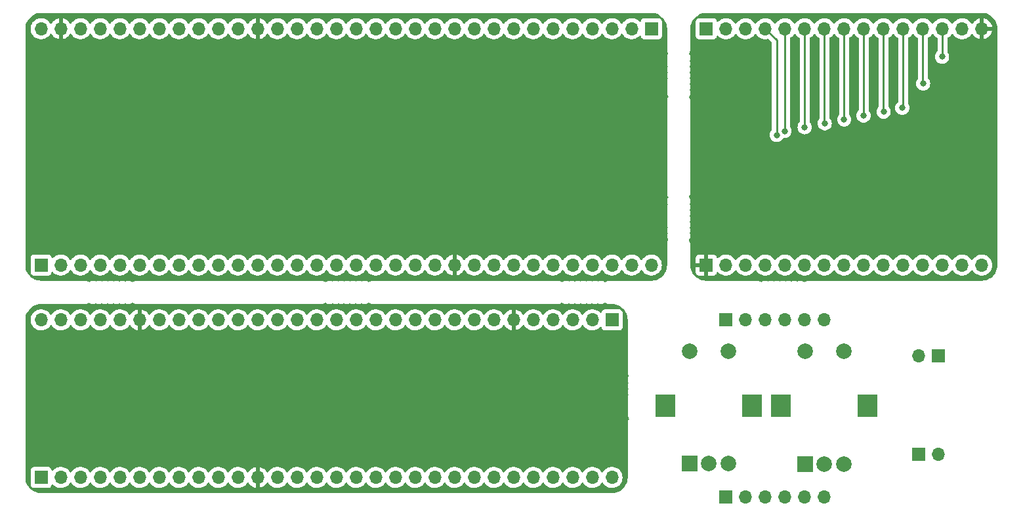
<source format=gbr>
%TF.GenerationSoftware,KiCad,Pcbnew,(6.0.2)*%
%TF.CreationDate,2022-03-22T07:27:24-04:00*%
%TF.ProjectId,Panel_Design_2,50616e65-6c5f-4446-9573-69676e5f322e,rev?*%
%TF.SameCoordinates,Original*%
%TF.FileFunction,Copper,L2,Bot*%
%TF.FilePolarity,Positive*%
%FSLAX46Y46*%
G04 Gerber Fmt 4.6, Leading zero omitted, Abs format (unit mm)*
G04 Created by KiCad (PCBNEW (6.0.2)) date 2022-03-22 07:27:24*
%MOMM*%
%LPD*%
G01*
G04 APERTURE LIST*
%TA.AperFunction,ComponentPad*%
%ADD10R,1.700000X1.700000*%
%TD*%
%TA.AperFunction,ComponentPad*%
%ADD11O,1.700000X1.700000*%
%TD*%
%TA.AperFunction,ComponentPad*%
%ADD12R,2.000000X2.000000*%
%TD*%
%TA.AperFunction,ComponentPad*%
%ADD13C,2.000000*%
%TD*%
%TA.AperFunction,ComponentPad*%
%ADD14R,2.500000X3.000000*%
%TD*%
%TA.AperFunction,ViaPad*%
%ADD15C,0.800000*%
%TD*%
%TA.AperFunction,Conductor*%
%ADD16C,0.250000*%
%TD*%
G04 APERTURE END LIST*
D10*
%TO.P,J11,1,Pin_1*%
%TO.N,Net-(IC1-Pad33)*%
X107234996Y-22859999D03*
D11*
%TO.P,J11,2,Pin_2*%
%TO.N,Net-(IC1-Pad34)*%
X104694996Y-22859999D03*
%TO.P,J11,3,Pin_3*%
%TO.N,Net-(IC1-Pad35)*%
X102154996Y-22859999D03*
%TO.P,J11,4,Pin_4*%
%TO.N,Net-(IC1-Pad36)*%
X99614996Y-22859999D03*
%TO.P,J11,5,Pin_5*%
%TO.N,Net-(IC1-Pad37)*%
X97074996Y-22859999D03*
%TO.P,J11,6,Pin_6*%
%TO.N,Net-(IC1-Pad38)*%
X94534996Y-22859999D03*
%TO.P,J11,7,Pin_7*%
%TO.N,Net-(IC1-Pad39)*%
X91994996Y-22859999D03*
%TO.P,J11,8,Pin_8*%
%TO.N,Net-(IC1-Pad40)*%
X89454996Y-22859999D03*
%TO.P,J11,9,Pin_9*%
%TO.N,Net-(IC1-Pad41)*%
X86914996Y-22859999D03*
%TO.P,J11,10,Pin_10*%
%TO.N,Net-(IC1-Pad42)*%
X84374996Y-22859999D03*
%TO.P,J11,11,Pin_11*%
%TO.N,Net-(IC1-Pad43)*%
X81834996Y-22859999D03*
%TO.P,J11,12,Pin_12*%
%TO.N,Net-(IC1-Pad44)*%
X79294996Y-22859999D03*
%TO.P,J11,13,Pin_13*%
%TO.N,Net-(IC1-Pad45)*%
X76754996Y-22859999D03*
%TO.P,J11,14,Pin_14*%
%TO.N,Net-(IC1-Pad46)*%
X74214996Y-22859999D03*
%TO.P,J11,15,Pin_15*%
%TO.N,Net-(IC1-Pad47)*%
X71674996Y-22859999D03*
%TO.P,J11,16,Pin_16*%
%TO.N,Net-(IC1-Pad48)*%
X69134996Y-22859999D03*
%TO.P,J11,17,Pin_17*%
%TO.N,Net-(IC1-Pad49)*%
X66594996Y-22859999D03*
%TO.P,J11,18,Pin_18*%
%TO.N,Net-(IC1-Pad50)*%
X64054996Y-22859999D03*
%TO.P,J11,19,Pin_19*%
%TO.N,Net-(IC1-Pad51)*%
X61514996Y-22859999D03*
%TO.P,J11,20,Pin_20*%
%TO.N,Net-(IC1-Pad52)*%
X58974996Y-22859999D03*
%TO.P,J11,21,Pin_21*%
%TO.N,GND_1*%
X56434996Y-22859999D03*
%TO.P,J11,22,Pin_22*%
%TO.N,Net-(IC1-Pad54)*%
X53894996Y-22859999D03*
%TO.P,J11,23,Pin_23*%
%TO.N,Net-(IC1-Pad55)*%
X51354996Y-22859999D03*
%TO.P,J11,24,Pin_24*%
%TO.N,Net-(IC1-Pad56)*%
X48814996Y-22859999D03*
%TO.P,J11,25,Pin_25*%
%TO.N,Net-(IC1-Pad57)*%
X46274996Y-22859999D03*
%TO.P,J11,26,Pin_26*%
%TO.N,Net-(IC1-Pad58)*%
X43734996Y-22859999D03*
%TO.P,J11,27,Pin_27*%
%TO.N,Net-(IC1-Pad59)*%
X41194996Y-22859999D03*
%TO.P,J11,28,Pin_28*%
%TO.N,Net-(IC1-Pad60)*%
X38654996Y-22859999D03*
%TO.P,J11,29,Pin_29*%
%TO.N,Net-(IC1-Pad61)*%
X36114996Y-22859999D03*
%TO.P,J11,30,Pin_30*%
%TO.N,Net-(IC1-Pad62)*%
X33574996Y-22859999D03*
%TO.P,J11,31,Pin_31*%
%TO.N,GND_1*%
X31034996Y-22859999D03*
%TO.P,J11,32,Pin_32*%
%TO.N,Net-(IC1-Pad64)*%
X28494996Y-22859999D03*
%TD*%
D10*
%TO.P,J19,1,Pin_1*%
%TO.N,GND_5*%
X141714999Y-77769999D03*
D11*
%TO.P,J19,2,Pin_2*%
%TO.N,Net-(J19-Pad2)*%
X144254999Y-77769999D03*
%TD*%
D10*
%TO.P,J8,1,Pin_1*%
%TO.N,Net-(J8-Pad1)*%
X116854997Y-83279999D03*
D11*
%TO.P,J8,2,Pin_2*%
%TO.N,Net-(J8-Pad2)*%
X119394997Y-83279999D03*
%TO.P,J8,3,Pin_3*%
%TO.N,Net-(J8-Pad3)*%
X121934997Y-83279999D03*
%TO.P,J8,4,Pin_4*%
%TO.N,Net-(J8-Pad4)*%
X124474997Y-83279999D03*
%TO.P,J8,5,Pin_5*%
%TO.N,Net-(J8-Pad5)*%
X127014997Y-83279999D03*
%TO.P,J8,6,Pin_6*%
%TO.N,Net-(J8-Pad6)*%
X129554997Y-83279999D03*
%TD*%
D10*
%TO.P,J1,1,Pin_1*%
%TO.N,Net-(J1-Pad1)*%
X28494996Y-80739999D03*
D11*
%TO.P,J1,2,Pin_2*%
%TO.N,Net-(J1-Pad2)*%
X31034996Y-80739999D03*
%TO.P,J1,3,Pin_3*%
%TO.N,Net-(J1-Pad3)*%
X33574996Y-80739999D03*
%TO.P,J1,4,Pin_4*%
%TO.N,Net-(J1-Pad4)*%
X36114996Y-80739999D03*
%TO.P,J1,5,Pin_5*%
%TO.N,Net-(J1-Pad5)*%
X38654996Y-80739999D03*
%TO.P,J1,6,Pin_6*%
%TO.N,Net-(J1-Pad6)*%
X41194996Y-80739999D03*
%TO.P,J1,7,Pin_7*%
%TO.N,Net-(J1-Pad7)*%
X43734996Y-80739999D03*
%TO.P,J1,8,Pin_8*%
%TO.N,Net-(J1-Pad8)*%
X46274996Y-80739999D03*
%TO.P,J1,9,Pin_9*%
%TO.N,Net-(J1-Pad9)*%
X48814996Y-80739999D03*
%TO.P,J1,10,Pin_10*%
%TO.N,Net-(J1-Pad10)*%
X51354996Y-80739999D03*
%TO.P,J1,11,Pin_11*%
%TO.N,Net-(J1-Pad11)*%
X53894996Y-80739999D03*
%TO.P,J1,12,Pin_12*%
%TO.N,GND_3*%
X56434996Y-80739999D03*
%TO.P,J1,13,Pin_13*%
%TO.N,Net-(J1-Pad13)*%
X58974996Y-80739999D03*
%TO.P,J1,14,Pin_14*%
%TO.N,Net-(J1-Pad14)*%
X61514996Y-80739999D03*
%TO.P,J1,15,Pin_15*%
%TO.N,Net-(J1-Pad15)*%
X64054996Y-80739999D03*
%TO.P,J1,16,Pin_16*%
%TO.N,Net-(J1-Pad16)*%
X66594996Y-80739999D03*
%TO.P,J1,17,Pin_17*%
%TO.N,Net-(J1-Pad17)*%
X69134996Y-80739999D03*
%TO.P,J1,18,Pin_18*%
%TO.N,Net-(J1-Pad18)*%
X71674996Y-80739999D03*
%TO.P,J1,19,Pin_19*%
%TO.N,Net-(J1-Pad19)*%
X74214996Y-80739999D03*
%TO.P,J1,20,Pin_20*%
%TO.N,Net-(J1-Pad20)*%
X76754996Y-80739999D03*
%TO.P,J1,21,Pin_21*%
%TO.N,Net-(J1-Pad21)*%
X79294996Y-80739999D03*
%TO.P,J1,22,Pin_22*%
%TO.N,Net-(J1-Pad22)*%
X81834996Y-80739999D03*
%TO.P,J1,23,Pin_23*%
%TO.N,Net-(J1-Pad23)*%
X84374996Y-80739999D03*
%TO.P,J1,24,Pin_24*%
%TO.N,Net-(J1-Pad24)*%
X86914996Y-80739999D03*
%TO.P,J1,25,Pin_25*%
%TO.N,Net-(J1-Pad25)*%
X89454996Y-80739999D03*
%TO.P,J1,26,Pin_26*%
%TO.N,Net-(J1-Pad26)*%
X91994996Y-80739999D03*
%TO.P,J1,27,Pin_27*%
%TO.N,Net-(J1-Pad27)*%
X94534996Y-80739999D03*
%TO.P,J1,28,Pin_28*%
%TO.N,Net-(J1-Pad28)*%
X97074996Y-80739999D03*
%TO.P,J1,29,Pin_29*%
%TO.N,Net-(J1-Pad29)*%
X99614996Y-80739999D03*
%TO.P,J1,30,Pin_30*%
%TO.N,Net-(J1-Pad30)*%
X102154996Y-80739999D03*
%TD*%
D10*
%TO.P,J12,1,Pin_1*%
%TO.N,Net-(SW1-PadS1)*%
X116854997Y-60419999D03*
D11*
%TO.P,J12,2,Pin_2*%
%TO.N,Net-(SW1-PadS2)*%
X119394997Y-60419999D03*
%TO.P,J12,3,Pin_3*%
%TO.N,unconnected-(J12-Pad3)*%
X121934997Y-60419999D03*
%TO.P,J12,4,Pin_4*%
%TO.N,unconnected-(J12-Pad4)*%
X124474997Y-60419999D03*
%TO.P,J12,5,Pin_5*%
%TO.N,Net-(SW2-PadS1)*%
X127014997Y-60419999D03*
%TO.P,J12,6,Pin_6*%
%TO.N,Net-(SW2-PadS2)*%
X129554997Y-60419999D03*
%TD*%
D12*
%TO.P,SW1,A,A*%
%TO.N,Net-(J8-Pad1)*%
X112154997Y-78979999D03*
D13*
%TO.P,SW1,B,B*%
%TO.N,Net-(J8-Pad3)*%
X117154997Y-78979999D03*
%TO.P,SW1,C,C*%
%TO.N,Net-(J8-Pad2)*%
X114654997Y-78979999D03*
D14*
%TO.P,SW1,MP*%
%TO.N,N/C*%
X120254997Y-71479999D03*
X109054997Y-71479999D03*
D13*
%TO.P,SW1,S1,S1*%
%TO.N,Net-(SW1-PadS1)*%
X112154997Y-64479999D03*
%TO.P,SW1,S2,S2*%
%TO.N,Net-(SW1-PadS2)*%
X117154997Y-64479999D03*
%TD*%
D10*
%TO.P,J5,1,Pin_1*%
%TO.N,Net-(J5-Pad1)*%
X102154996Y-60419999D03*
D11*
%TO.P,J5,2,Pin_2*%
%TO.N,Net-(J5-Pad2)*%
X99614996Y-60419999D03*
%TO.P,J5,3,Pin_3*%
%TO.N,Net-(J5-Pad3)*%
X97074996Y-60419999D03*
%TO.P,J5,4,Pin_4*%
%TO.N,Net-(J5-Pad4)*%
X94534996Y-60419999D03*
%TO.P,J5,5,Pin_5*%
%TO.N,Net-(J5-Pad5)*%
X91994996Y-60419999D03*
%TO.P,J5,6,Pin_6*%
%TO.N,GND_3*%
X89454996Y-60419999D03*
%TO.P,J5,7,Pin_7*%
%TO.N,Net-(J5-Pad7)*%
X86914996Y-60419999D03*
%TO.P,J5,8,Pin_8*%
%TO.N,Net-(J5-Pad8)*%
X84374996Y-60419999D03*
%TO.P,J5,9,Pin_9*%
%TO.N,Net-(J5-Pad9)*%
X81834996Y-60419999D03*
%TO.P,J5,10,Pin_10*%
%TO.N,Net-(J5-Pad10)*%
X79294996Y-60419999D03*
%TO.P,J5,11,Pin_11*%
%TO.N,Net-(J5-Pad11)*%
X76754996Y-60419999D03*
%TO.P,J5,12,Pin_12*%
%TO.N,Net-(J5-Pad12)*%
X74214996Y-60419999D03*
%TO.P,J5,13,Pin_13*%
%TO.N,Net-(J5-Pad13)*%
X71674996Y-60419999D03*
%TO.P,J5,14,Pin_14*%
%TO.N,Net-(J5-Pad14)*%
X69134996Y-60419999D03*
%TO.P,J5,15,Pin_15*%
%TO.N,Net-(J5-Pad15)*%
X66594996Y-60419999D03*
%TO.P,J5,16,Pin_16*%
%TO.N,Net-(J5-Pad16)*%
X64054996Y-60419999D03*
%TO.P,J5,17,Pin_17*%
%TO.N,Net-(J5-Pad17)*%
X61514996Y-60419999D03*
%TO.P,J5,18,Pin_18*%
%TO.N,Net-(J5-Pad18)*%
X58974996Y-60419999D03*
%TO.P,J5,19,Pin_19*%
%TO.N,Net-(J5-Pad19)*%
X56434996Y-60419999D03*
%TO.P,J5,20,Pin_20*%
%TO.N,Net-(J5-Pad20)*%
X53894996Y-60419999D03*
%TO.P,J5,21,Pin_21*%
%TO.N,Net-(J5-Pad21)*%
X51354996Y-60419999D03*
%TO.P,J5,22,Pin_22*%
%TO.N,Net-(J5-Pad22)*%
X48814996Y-60419999D03*
%TO.P,J5,23,Pin_23*%
%TO.N,Net-(J5-Pad23)*%
X46274996Y-60419999D03*
%TO.P,J5,24,Pin_24*%
%TO.N,Net-(J5-Pad24)*%
X43734996Y-60419999D03*
%TO.P,J5,25,Pin_25*%
%TO.N,GND_3*%
X41194996Y-60419999D03*
%TO.P,J5,26,Pin_26*%
%TO.N,Net-(J5-Pad26)*%
X38654996Y-60419999D03*
%TO.P,J5,27,Pin_27*%
%TO.N,Net-(J5-Pad27)*%
X36114996Y-60419999D03*
%TO.P,J5,28,Pin_28*%
%TO.N,Net-(J5-Pad28)*%
X33574996Y-60419999D03*
%TO.P,J5,29,Pin_29*%
%TO.N,Net-(J5-Pad29)*%
X31034996Y-60419999D03*
%TO.P,J5,30,Pin_30*%
%TO.N,Net-(J5-Pad30)*%
X28494996Y-60419999D03*
%TD*%
D10*
%TO.P,JOLED2,1,Pin_1*%
%TO.N,Net-(JOLED2-Pad1)*%
X114319996Y-22859999D03*
D11*
%TO.P,JOLED2,2,Pin_2*%
%TO.N,Net-(JOLED2-Pad2)*%
X116859996Y-22859999D03*
%TO.P,JOLED2,3,Pin_3*%
%TO.N,Net-(JOLED2-Pad3)*%
X119399996Y-22859999D03*
%TO.P,JOLED2,4,Pin_4*%
%TO.N,Net-(JOLED2-Pad4)*%
X121939996Y-22859999D03*
%TO.P,JOLED2,5,Pin_5*%
%TO.N,Net-(JOLED2-Pad5)*%
X124479996Y-22859999D03*
%TO.P,JOLED2,6,Pin_6*%
%TO.N,Net-(JOLED2-Pad6)*%
X127019996Y-22859999D03*
%TO.P,JOLED2,7,Pin_7*%
%TO.N,Net-(JOLED2-Pad7)*%
X129559996Y-22859999D03*
%TO.P,JOLED2,8,Pin_8*%
%TO.N,Net-(JOLED2-Pad8)*%
X132099996Y-22859999D03*
%TO.P,JOLED2,9,Pin_9*%
%TO.N,Net-(JOLED2-Pad9)*%
X134639996Y-22859999D03*
%TO.P,JOLED2,10,Pin_10*%
%TO.N,Net-(JOLED2-Pad10)*%
X137179996Y-22859999D03*
%TO.P,JOLED2,11,Pin_11*%
%TO.N,Net-(JOLED2-Pad11)*%
X139719996Y-22859999D03*
%TO.P,JOLED2,12,Pin_12*%
%TO.N,Net-(JOLED2-Pad12)*%
X142259996Y-22859999D03*
%TO.P,JOLED2,13,Pin_13*%
%TO.N,Net-(JOLED2-Pad13)*%
X144799996Y-22859999D03*
%TO.P,JOLED2,14,Pin_14*%
%TO.N,Net-(JOLED2-Pad14)*%
X147339996Y-22859999D03*
%TO.P,JOLED2,15,Pin_15*%
%TO.N,GND_7*%
X149879996Y-22859999D03*
%TD*%
D12*
%TO.P,SW2,A,A*%
%TO.N,Net-(J8-Pad4)*%
X127054997Y-78989999D03*
D13*
%TO.P,SW2,B,B*%
%TO.N,Net-(J8-Pad6)*%
X132054997Y-78989999D03*
%TO.P,SW2,C,C*%
%TO.N,Net-(J8-Pad5)*%
X129554997Y-78989999D03*
D14*
%TO.P,SW2,MP*%
%TO.N,N/C*%
X123954997Y-71489999D03*
X135154997Y-71489999D03*
D13*
%TO.P,SW2,S1,S1*%
%TO.N,Net-(SW2-PadS1)*%
X127054997Y-64489999D03*
%TO.P,SW2,S2,S2*%
%TO.N,Net-(SW2-PadS2)*%
X132054997Y-64489999D03*
%TD*%
D10*
%TO.P,J3,1,Pin_1*%
%TO.N,Net-(IC1-Pad1)*%
X28494996Y-53339999D03*
D11*
%TO.P,J3,2,Pin_2*%
%TO.N,Net-(IC1-Pad2)*%
X31034996Y-53339999D03*
%TO.P,J3,3,Pin_3*%
%TO.N,Net-(IC1-Pad3)*%
X33574996Y-53339999D03*
%TO.P,J3,4,Pin_4*%
%TO.N,Net-(IC1-Pad4)*%
X36114996Y-53339999D03*
%TO.P,J3,5,Pin_5*%
%TO.N,Net-(IC1-Pad5)*%
X38654996Y-53339999D03*
%TO.P,J3,6,Pin_6*%
%TO.N,Net-(IC1-Pad6)*%
X41194996Y-53339999D03*
%TO.P,J3,7,Pin_7*%
%TO.N,Net-(IC1-Pad7)*%
X43734996Y-53339999D03*
%TO.P,J3,8,Pin_8*%
%TO.N,Net-(IC1-Pad8)*%
X46274996Y-53339999D03*
%TO.P,J3,9,Pin_9*%
%TO.N,Net-(IC1-Pad9)*%
X48814996Y-53339999D03*
%TO.P,J3,10,Pin_10*%
%TO.N,Net-(IC1-Pad10)*%
X51354996Y-53339999D03*
%TO.P,J3,11,Pin_11*%
%TO.N,Net-(IC1-Pad11)*%
X53894996Y-53339999D03*
%TO.P,J3,12,Pin_12*%
%TO.N,Net-(IC1-Pad12)*%
X56434996Y-53339999D03*
%TO.P,J3,13,Pin_13*%
%TO.N,Net-(IC1-Pad13)*%
X58974996Y-53339999D03*
%TO.P,J3,14,Pin_14*%
%TO.N,Net-(IC1-Pad14)*%
X61514996Y-53339999D03*
%TO.P,J3,15,Pin_15*%
%TO.N,Net-(IC1-Pad15)*%
X64054996Y-53339999D03*
%TO.P,J3,16,Pin_16*%
%TO.N,Net-(IC1-Pad16)*%
X66594996Y-53339999D03*
%TO.P,J3,17,Pin_17*%
%TO.N,Net-(IC1-Pad17)*%
X69134996Y-53339999D03*
%TO.P,J3,18,Pin_18*%
%TO.N,Net-(IC1-Pad18)*%
X71674996Y-53339999D03*
%TO.P,J3,19,Pin_19*%
%TO.N,Net-(IC1-Pad19)*%
X74214996Y-53339999D03*
%TO.P,J3,20,Pin_20*%
%TO.N,Net-(IC1-Pad20)*%
X76754996Y-53339999D03*
%TO.P,J3,21,Pin_21*%
%TO.N,Net-(IC1-Pad21)*%
X79294996Y-53339999D03*
%TO.P,J3,22,Pin_22*%
%TO.N,GND_1*%
X81834996Y-53339999D03*
%TO.P,J3,23,Pin_23*%
%TO.N,Net-(IC1-Pad23)*%
X84374996Y-53339999D03*
%TO.P,J3,24,Pin_24*%
%TO.N,Net-(IC1-Pad24)*%
X86914996Y-53339999D03*
%TO.P,J3,25,Pin_25*%
%TO.N,Net-(IC1-Pad25)*%
X89454996Y-53339999D03*
%TO.P,J3,26,Pin_26*%
%TO.N,Net-(IC1-Pad26)*%
X91994996Y-53339999D03*
%TO.P,J3,27,Pin_27*%
%TO.N,Net-(IC1-Pad27)*%
X94534996Y-53339999D03*
%TO.P,J3,28,Pin_28*%
%TO.N,Net-(IC1-Pad28)*%
X97074996Y-53339999D03*
%TO.P,J3,29,Pin_29*%
%TO.N,Net-(IC1-Pad29)*%
X99614996Y-53339999D03*
%TO.P,J3,30,Pin_30*%
%TO.N,Net-(IC1-Pad30)*%
X102154996Y-53339999D03*
%TO.P,J3,31,Pin_31*%
%TO.N,Net-(IC1-Pad31)*%
X104694996Y-53339999D03*
%TO.P,J3,32,Pin_32*%
%TO.N,Net-(IC1-Pad32)*%
X107234996Y-53339999D03*
%TD*%
D10*
%TO.P,J23,1,Pin_1*%
%TO.N,Net-(J23-Pad1)*%
X144254999Y-65069999D03*
D11*
%TO.P,J23,2,Pin_2*%
%TO.N,Net-(J23-Pad2)*%
X141714999Y-65069999D03*
%TD*%
D10*
%TO.P,JOLED1,1,Pin_1*%
%TO.N,GND_7*%
X114314996Y-53339999D03*
D11*
%TO.P,JOLED1,2,Pin_2*%
%TO.N,Net-(JOLED1-Pad2)*%
X116854996Y-53339999D03*
%TO.P,JOLED1,3,Pin_3*%
%TO.N,Net-(JOLED1-Pad3)*%
X119394996Y-53339999D03*
%TO.P,JOLED1,4,Pin_4*%
%TO.N,Net-(JOLED1-Pad4)*%
X121934996Y-53339999D03*
%TO.P,JOLED1,5,Pin_5*%
%TO.N,Net-(JOLED1-Pad5)*%
X124474996Y-53339999D03*
%TO.P,JOLED1,6,Pin_6*%
%TO.N,Net-(JOLED1-Pad6)*%
X127014996Y-53339999D03*
%TO.P,JOLED1,7,Pin_7*%
%TO.N,unconnected-(JOLED1-Pad7)*%
X129554996Y-53339999D03*
%TO.P,JOLED1,8,Pin_8*%
%TO.N,Net-(JOLED1-Pad8)*%
X132094996Y-53339999D03*
%TO.P,JOLED1,9,Pin_9*%
%TO.N,Net-(JOLED1-Pad9)*%
X134634996Y-53339999D03*
%TO.P,JOLED1,10,Pin_10*%
%TO.N,Net-(JOLED1-Pad10)*%
X137174996Y-53339999D03*
%TO.P,JOLED1,11,Pin_11*%
%TO.N,Net-(JOLED1-Pad11)*%
X139714996Y-53339999D03*
%TO.P,JOLED1,12,Pin_12*%
%TO.N,Net-(JOLED1-Pad12)*%
X142254996Y-53339999D03*
%TO.P,JOLED1,13,Pin_13*%
%TO.N,Net-(JOLED1-Pad13)*%
X144794996Y-53339999D03*
%TO.P,JOLED1,14,Pin_14*%
%TO.N,Net-(JOLED1-Pad14)*%
X147334996Y-53339999D03*
%TO.P,JOLED1,15,Pin_15*%
%TO.N,Net-(JOLED1-Pad15)*%
X149874996Y-53339999D03*
%TD*%
D15*
%TO.N,GND_3*%
X66454996Y-70579999D03*
%TO.N,GND_7*%
X116854996Y-27939999D03*
%TO.N,Net-(JOLED2-Pad4)*%
X123414996Y-36574499D03*
%TO.N,Net-(JOLED2-Pad5)*%
X124414996Y-36074499D03*
%TO.N,Net-(JOLED2-Pad6)*%
X127014996Y-35574499D03*
%TO.N,Net-(JOLED2-Pad7)*%
X129614996Y-35074499D03*
%TO.N,Net-(JOLED2-Pad8)*%
X132114996Y-34574499D03*
%TO.N,Net-(JOLED2-Pad9)*%
X134614996Y-34074499D03*
%TO.N,Net-(JOLED2-Pad10)*%
X137214996Y-33574499D03*
%TO.N,Net-(JOLED2-Pad11)*%
X139614996Y-33074499D03*
%TO.N,Net-(JOLED2-Pad12)*%
X142312095Y-29937098D03*
%TO.N,Net-(JOLED2-Pad13)*%
X144749796Y-26474799D03*
%TD*%
D16*
%TO.N,GND_7*%
X116854996Y-27939999D02*
X116414996Y-27939999D01*
X116414996Y-27939999D02*
X114314996Y-30039999D01*
X114314996Y-30039999D02*
X114314996Y-53339999D01*
%TO.N,Net-(JOLED2-Pad4)*%
X123414996Y-24334999D02*
X121939996Y-22859999D01*
X123414996Y-36574499D02*
X123414996Y-24334999D01*
%TO.N,Net-(JOLED2-Pad5)*%
X124479996Y-36009499D02*
X124479996Y-22859999D01*
X124414996Y-36074499D02*
X124479996Y-36009499D01*
%TO.N,Net-(JOLED2-Pad6)*%
X127014996Y-35574499D02*
X127019996Y-35569499D01*
X127019996Y-35569499D02*
X127019996Y-22859999D01*
%TO.N,Net-(JOLED2-Pad7)*%
X129559996Y-35019499D02*
X129559996Y-22859999D01*
X129614996Y-35074499D02*
X129559996Y-35019499D01*
%TO.N,Net-(JOLED2-Pad8)*%
X132114996Y-34574499D02*
X132099996Y-34559499D01*
X132099996Y-34559499D02*
X132099996Y-22859999D01*
%TO.N,Net-(JOLED2-Pad9)*%
X134614996Y-34074499D02*
X134639996Y-34049499D01*
X134639996Y-34049499D02*
X134639996Y-22859999D01*
%TO.N,Net-(JOLED2-Pad10)*%
X137179996Y-33539499D02*
X137179996Y-22859999D01*
X137214996Y-33574499D02*
X137179996Y-33539499D01*
%TO.N,Net-(JOLED2-Pad11)*%
X139719996Y-32969499D02*
X139719996Y-22859999D01*
X139614996Y-33074499D02*
X139719996Y-32969499D01*
%TO.N,Net-(JOLED2-Pad12)*%
X142312095Y-29937098D02*
X142259996Y-29884999D01*
X142259996Y-29884999D02*
X142259996Y-22859999D01*
%TO.N,Net-(JOLED2-Pad13)*%
X144749796Y-26474799D02*
X144799996Y-26424599D01*
X144799996Y-26424599D02*
X144799996Y-22859999D01*
%TD*%
%TA.AperFunction,Conductor*%
%TO.N,GND_3*%
G36*
X101313683Y-58230038D02*
G01*
X101436487Y-58280905D01*
X101513567Y-58312832D01*
X101527557Y-58318627D01*
X101608656Y-58338097D01*
X101753550Y-58372884D01*
X101753556Y-58372885D01*
X101758363Y-58374039D01*
X101954274Y-58389457D01*
X101961339Y-58390013D01*
X101972359Y-58391371D01*
X101977666Y-58392264D01*
X101977667Y-58392264D01*
X101982457Y-58393070D01*
X101988696Y-58393146D01*
X101990137Y-58393164D01*
X101990141Y-58393164D01*
X101994996Y-58393223D01*
X102022584Y-58389272D01*
X102040447Y-58387999D01*
X102105668Y-58387999D01*
X102125053Y-58389499D01*
X102139854Y-58391804D01*
X102139857Y-58391804D01*
X102148726Y-58393185D01*
X102164995Y-58391058D01*
X102189563Y-58390265D01*
X102411981Y-58404843D01*
X102428322Y-58406994D01*
X102672820Y-58455628D01*
X102688739Y-58459894D01*
X102924786Y-58540021D01*
X102940013Y-58546328D01*
X103163588Y-58656583D01*
X103177861Y-58664824D01*
X103385129Y-58803315D01*
X103398206Y-58813348D01*
X103585628Y-58977713D01*
X103597282Y-58989367D01*
X103761514Y-59176637D01*
X103761647Y-59176789D01*
X103771680Y-59189866D01*
X103910171Y-59397134D01*
X103918412Y-59411407D01*
X104028667Y-59634982D01*
X104034974Y-59650209D01*
X104115101Y-59886256D01*
X104119367Y-59902175D01*
X104168001Y-60146672D01*
X104170152Y-60163013D01*
X104184260Y-60378267D01*
X104183235Y-60401303D01*
X104183192Y-60404853D01*
X104181810Y-60413729D01*
X104183450Y-60426269D01*
X104185932Y-60445250D01*
X104186996Y-60461588D01*
X104186996Y-66870671D01*
X104185496Y-66890055D01*
X104181810Y-66913729D01*
X104182630Y-66919999D01*
X104182333Y-66919999D01*
X104182916Y-66927408D01*
X104182916Y-66927412D01*
X104192355Y-67047338D01*
X104200956Y-67156632D01*
X104202110Y-67161439D01*
X104202111Y-67161445D01*
X104227668Y-67267896D01*
X104256368Y-67387438D01*
X104258261Y-67392009D01*
X104258262Y-67392011D01*
X104343461Y-67597701D01*
X104351050Y-67668291D01*
X104332140Y-67711753D01*
X104333506Y-67712546D01*
X104244670Y-67865489D01*
X104242549Y-67872493D01*
X104242547Y-67872497D01*
X104202875Y-68003487D01*
X104193401Y-68034766D01*
X104182449Y-68211297D01*
X104183689Y-68218513D01*
X104183689Y-68218515D01*
X104207765Y-68358627D01*
X104212402Y-68385613D01*
X104215268Y-68392347D01*
X104215268Y-68392349D01*
X104257797Y-68492299D01*
X104266063Y-68562813D01*
X104250810Y-68604916D01*
X104248350Y-68609152D01*
X104248347Y-68609158D01*
X104244670Y-68615489D01*
X104193401Y-68784766D01*
X104182449Y-68961297D01*
X104212402Y-69135613D01*
X104215268Y-69142347D01*
X104215268Y-69142349D01*
X104257797Y-69242299D01*
X104266063Y-69312813D01*
X104250810Y-69354916D01*
X104248350Y-69359152D01*
X104248347Y-69359158D01*
X104244670Y-69365489D01*
X104193401Y-69534766D01*
X104182449Y-69711297D01*
X104212402Y-69885613D01*
X104215268Y-69892347D01*
X104215268Y-69892349D01*
X104257797Y-69992299D01*
X104266063Y-70062813D01*
X104250810Y-70104916D01*
X104248350Y-70109152D01*
X104248347Y-70109158D01*
X104244670Y-70115489D01*
X104193401Y-70284766D01*
X104182449Y-70461297D01*
X104212402Y-70635613D01*
X104215268Y-70642347D01*
X104215268Y-70642349D01*
X104257797Y-70742299D01*
X104266063Y-70812813D01*
X104250810Y-70854916D01*
X104248350Y-70859152D01*
X104248347Y-70859158D01*
X104244670Y-70865489D01*
X104193401Y-71034766D01*
X104182449Y-71211297D01*
X104212402Y-71385613D01*
X104215268Y-71392347D01*
X104215268Y-71392349D01*
X104257797Y-71492299D01*
X104266063Y-71562813D01*
X104250810Y-71604916D01*
X104248350Y-71609152D01*
X104248347Y-71609158D01*
X104244670Y-71615489D01*
X104193401Y-71784766D01*
X104182449Y-71961297D01*
X104212402Y-72135613D01*
X104215268Y-72142347D01*
X104215268Y-72142349D01*
X104257797Y-72242299D01*
X104266063Y-72312813D01*
X104250810Y-72354916D01*
X104248350Y-72359152D01*
X104248347Y-72359158D01*
X104244670Y-72365489D01*
X104242549Y-72372493D01*
X104242547Y-72372497D01*
X104226355Y-72425959D01*
X104193401Y-72534766D01*
X104182449Y-72711297D01*
X104212402Y-72885613D01*
X104281653Y-73048363D01*
X104285986Y-73054251D01*
X104285989Y-73054256D01*
X104330477Y-73114707D01*
X104354743Y-73181428D01*
X104345404Y-73237608D01*
X104259598Y-73444763D01*
X104256368Y-73452560D01*
X104236898Y-73533659D01*
X104202111Y-73678553D01*
X104202110Y-73678559D01*
X104200956Y-73683366D01*
X104192355Y-73792660D01*
X104184240Y-73895770D01*
X104183287Y-73903909D01*
X104183324Y-73904002D01*
X104181810Y-73913729D01*
X104182445Y-73918582D01*
X104182333Y-73919999D01*
X104182630Y-73919999D01*
X104183878Y-73929543D01*
X104185932Y-73945249D01*
X104186996Y-73961587D01*
X104186996Y-80690671D01*
X104185496Y-80710055D01*
X104181810Y-80733729D01*
X104183937Y-80749998D01*
X104184730Y-80774566D01*
X104170152Y-80996984D01*
X104168001Y-81013325D01*
X104119367Y-81257823D01*
X104115101Y-81273742D01*
X104034974Y-81509789D01*
X104028667Y-81525016D01*
X103918412Y-81748591D01*
X103910171Y-81762864D01*
X103771680Y-81970132D01*
X103761650Y-81983205D01*
X103668897Y-82088970D01*
X103597282Y-82170631D01*
X103585628Y-82182285D01*
X103398206Y-82346650D01*
X103385129Y-82356683D01*
X103177861Y-82495174D01*
X103163588Y-82503415D01*
X102940013Y-82613670D01*
X102924786Y-82619977D01*
X102688739Y-82700104D01*
X102672820Y-82704370D01*
X102428323Y-82753004D01*
X102411982Y-82755155D01*
X102196728Y-82769263D01*
X102173692Y-82768238D01*
X102170142Y-82768195D01*
X102161266Y-82766813D01*
X102132758Y-82770541D01*
X102129745Y-82770935D01*
X102113407Y-82771999D01*
X28544324Y-82771999D01*
X28524939Y-82770499D01*
X28510138Y-82768194D01*
X28510135Y-82768194D01*
X28501266Y-82766813D01*
X28484997Y-82768940D01*
X28460429Y-82769733D01*
X28238011Y-82755155D01*
X28221670Y-82753004D01*
X27977172Y-82704370D01*
X27961253Y-82700104D01*
X27725206Y-82619977D01*
X27709979Y-82613670D01*
X27486404Y-82503415D01*
X27472131Y-82495174D01*
X27264863Y-82356683D01*
X27251786Y-82346650D01*
X27064364Y-82182285D01*
X27052710Y-82170631D01*
X26981095Y-82088970D01*
X26888342Y-81983205D01*
X26878312Y-81970132D01*
X26739821Y-81762864D01*
X26731580Y-81748591D01*
X26677108Y-81638133D01*
X27136496Y-81638133D01*
X27143251Y-81700315D01*
X27194381Y-81836704D01*
X27281735Y-81953260D01*
X27398291Y-82040614D01*
X27534680Y-82091744D01*
X27596862Y-82098499D01*
X29393130Y-82098499D01*
X29455312Y-82091744D01*
X29591701Y-82040614D01*
X29708257Y-81953260D01*
X29795611Y-81836704D01*
X29817795Y-81777528D01*
X29839594Y-81719381D01*
X29882236Y-81662617D01*
X29948798Y-81637917D01*
X30018146Y-81653125D01*
X30052813Y-81681113D01*
X30081246Y-81713937D01*
X30253122Y-81856631D01*
X30445996Y-81969337D01*
X30450821Y-81971179D01*
X30450822Y-81971180D01*
X30477675Y-81981434D01*
X30654688Y-82049029D01*
X30659756Y-82050060D01*
X30659759Y-82050061D01*
X30754858Y-82069409D01*
X30873593Y-82093566D01*
X30878768Y-82093756D01*
X30878770Y-82093756D01*
X31091669Y-82101563D01*
X31091673Y-82101563D01*
X31096833Y-82101752D01*
X31101953Y-82101096D01*
X31101955Y-82101096D01*
X31313284Y-82074024D01*
X31313285Y-82074024D01*
X31318412Y-82073367D01*
X31323362Y-82071882D01*
X31527425Y-82010660D01*
X31527430Y-82010658D01*
X31532380Y-82009173D01*
X31732990Y-81910895D01*
X31914856Y-81781172D01*
X32073092Y-81623488D01*
X32203449Y-81442076D01*
X32204772Y-81443027D01*
X32251641Y-81399856D01*
X32321576Y-81387624D01*
X32387022Y-81415143D01*
X32414871Y-81446993D01*
X32474983Y-81545087D01*
X32621246Y-81713937D01*
X32793122Y-81856631D01*
X32985996Y-81969337D01*
X32990821Y-81971179D01*
X32990822Y-81971180D01*
X33017675Y-81981434D01*
X33194688Y-82049029D01*
X33199756Y-82050060D01*
X33199759Y-82050061D01*
X33294858Y-82069409D01*
X33413593Y-82093566D01*
X33418768Y-82093756D01*
X33418770Y-82093756D01*
X33631669Y-82101563D01*
X33631673Y-82101563D01*
X33636833Y-82101752D01*
X33641953Y-82101096D01*
X33641955Y-82101096D01*
X33853284Y-82074024D01*
X33853285Y-82074024D01*
X33858412Y-82073367D01*
X33863362Y-82071882D01*
X34067425Y-82010660D01*
X34067430Y-82010658D01*
X34072380Y-82009173D01*
X34272990Y-81910895D01*
X34454856Y-81781172D01*
X34613092Y-81623488D01*
X34743449Y-81442076D01*
X34744772Y-81443027D01*
X34791641Y-81399856D01*
X34861576Y-81387624D01*
X34927022Y-81415143D01*
X34954871Y-81446993D01*
X35014983Y-81545087D01*
X35161246Y-81713937D01*
X35333122Y-81856631D01*
X35525996Y-81969337D01*
X35530821Y-81971179D01*
X35530822Y-81971180D01*
X35557675Y-81981434D01*
X35734688Y-82049029D01*
X35739756Y-82050060D01*
X35739759Y-82050061D01*
X35834858Y-82069409D01*
X35953593Y-82093566D01*
X35958768Y-82093756D01*
X35958770Y-82093756D01*
X36171669Y-82101563D01*
X36171673Y-82101563D01*
X36176833Y-82101752D01*
X36181953Y-82101096D01*
X36181955Y-82101096D01*
X36393284Y-82074024D01*
X36393285Y-82074024D01*
X36398412Y-82073367D01*
X36403362Y-82071882D01*
X36607425Y-82010660D01*
X36607430Y-82010658D01*
X36612380Y-82009173D01*
X36812990Y-81910895D01*
X36994856Y-81781172D01*
X37153092Y-81623488D01*
X37283449Y-81442076D01*
X37284772Y-81443027D01*
X37331641Y-81399856D01*
X37401576Y-81387624D01*
X37467022Y-81415143D01*
X37494871Y-81446993D01*
X37554983Y-81545087D01*
X37701246Y-81713937D01*
X37873122Y-81856631D01*
X38065996Y-81969337D01*
X38070821Y-81971179D01*
X38070822Y-81971180D01*
X38097675Y-81981434D01*
X38274688Y-82049029D01*
X38279756Y-82050060D01*
X38279759Y-82050061D01*
X38374858Y-82069409D01*
X38493593Y-82093566D01*
X38498768Y-82093756D01*
X38498770Y-82093756D01*
X38711669Y-82101563D01*
X38711673Y-82101563D01*
X38716833Y-82101752D01*
X38721953Y-82101096D01*
X38721955Y-82101096D01*
X38933284Y-82074024D01*
X38933285Y-82074024D01*
X38938412Y-82073367D01*
X38943362Y-82071882D01*
X39147425Y-82010660D01*
X39147430Y-82010658D01*
X39152380Y-82009173D01*
X39352990Y-81910895D01*
X39534856Y-81781172D01*
X39693092Y-81623488D01*
X39823449Y-81442076D01*
X39824772Y-81443027D01*
X39871641Y-81399856D01*
X39941576Y-81387624D01*
X40007022Y-81415143D01*
X40034871Y-81446993D01*
X40094983Y-81545087D01*
X40241246Y-81713937D01*
X40413122Y-81856631D01*
X40605996Y-81969337D01*
X40610821Y-81971179D01*
X40610822Y-81971180D01*
X40637675Y-81981434D01*
X40814688Y-82049029D01*
X40819756Y-82050060D01*
X40819759Y-82050061D01*
X40914858Y-82069409D01*
X41033593Y-82093566D01*
X41038768Y-82093756D01*
X41038770Y-82093756D01*
X41251669Y-82101563D01*
X41251673Y-82101563D01*
X41256833Y-82101752D01*
X41261953Y-82101096D01*
X41261955Y-82101096D01*
X41473284Y-82074024D01*
X41473285Y-82074024D01*
X41478412Y-82073367D01*
X41483362Y-82071882D01*
X41687425Y-82010660D01*
X41687430Y-82010658D01*
X41692380Y-82009173D01*
X41892990Y-81910895D01*
X42074856Y-81781172D01*
X42233092Y-81623488D01*
X42363449Y-81442076D01*
X42364772Y-81443027D01*
X42411641Y-81399856D01*
X42481576Y-81387624D01*
X42547022Y-81415143D01*
X42574871Y-81446993D01*
X42634983Y-81545087D01*
X42781246Y-81713937D01*
X42953122Y-81856631D01*
X43145996Y-81969337D01*
X43150821Y-81971179D01*
X43150822Y-81971180D01*
X43177675Y-81981434D01*
X43354688Y-82049029D01*
X43359756Y-82050060D01*
X43359759Y-82050061D01*
X43454858Y-82069409D01*
X43573593Y-82093566D01*
X43578768Y-82093756D01*
X43578770Y-82093756D01*
X43791669Y-82101563D01*
X43791673Y-82101563D01*
X43796833Y-82101752D01*
X43801953Y-82101096D01*
X43801955Y-82101096D01*
X44013284Y-82074024D01*
X44013285Y-82074024D01*
X44018412Y-82073367D01*
X44023362Y-82071882D01*
X44227425Y-82010660D01*
X44227430Y-82010658D01*
X44232380Y-82009173D01*
X44432990Y-81910895D01*
X44614856Y-81781172D01*
X44773092Y-81623488D01*
X44903449Y-81442076D01*
X44904772Y-81443027D01*
X44951641Y-81399856D01*
X45021576Y-81387624D01*
X45087022Y-81415143D01*
X45114871Y-81446993D01*
X45174983Y-81545087D01*
X45321246Y-81713937D01*
X45493122Y-81856631D01*
X45685996Y-81969337D01*
X45690821Y-81971179D01*
X45690822Y-81971180D01*
X45717675Y-81981434D01*
X45894688Y-82049029D01*
X45899756Y-82050060D01*
X45899759Y-82050061D01*
X45994858Y-82069409D01*
X46113593Y-82093566D01*
X46118768Y-82093756D01*
X46118770Y-82093756D01*
X46331669Y-82101563D01*
X46331673Y-82101563D01*
X46336833Y-82101752D01*
X46341953Y-82101096D01*
X46341955Y-82101096D01*
X46553284Y-82074024D01*
X46553285Y-82074024D01*
X46558412Y-82073367D01*
X46563362Y-82071882D01*
X46767425Y-82010660D01*
X46767430Y-82010658D01*
X46772380Y-82009173D01*
X46972990Y-81910895D01*
X47154856Y-81781172D01*
X47313092Y-81623488D01*
X47443449Y-81442076D01*
X47444772Y-81443027D01*
X47491641Y-81399856D01*
X47561576Y-81387624D01*
X47627022Y-81415143D01*
X47654871Y-81446993D01*
X47714983Y-81545087D01*
X47861246Y-81713937D01*
X48033122Y-81856631D01*
X48225996Y-81969337D01*
X48230821Y-81971179D01*
X48230822Y-81971180D01*
X48257675Y-81981434D01*
X48434688Y-82049029D01*
X48439756Y-82050060D01*
X48439759Y-82050061D01*
X48534858Y-82069409D01*
X48653593Y-82093566D01*
X48658768Y-82093756D01*
X48658770Y-82093756D01*
X48871669Y-82101563D01*
X48871673Y-82101563D01*
X48876833Y-82101752D01*
X48881953Y-82101096D01*
X48881955Y-82101096D01*
X49093284Y-82074024D01*
X49093285Y-82074024D01*
X49098412Y-82073367D01*
X49103362Y-82071882D01*
X49307425Y-82010660D01*
X49307430Y-82010658D01*
X49312380Y-82009173D01*
X49512990Y-81910895D01*
X49694856Y-81781172D01*
X49853092Y-81623488D01*
X49983449Y-81442076D01*
X49984772Y-81443027D01*
X50031641Y-81399856D01*
X50101576Y-81387624D01*
X50167022Y-81415143D01*
X50194871Y-81446993D01*
X50254983Y-81545087D01*
X50401246Y-81713937D01*
X50573122Y-81856631D01*
X50765996Y-81969337D01*
X50770821Y-81971179D01*
X50770822Y-81971180D01*
X50797675Y-81981434D01*
X50974688Y-82049029D01*
X50979756Y-82050060D01*
X50979759Y-82050061D01*
X51074858Y-82069409D01*
X51193593Y-82093566D01*
X51198768Y-82093756D01*
X51198770Y-82093756D01*
X51411669Y-82101563D01*
X51411673Y-82101563D01*
X51416833Y-82101752D01*
X51421953Y-82101096D01*
X51421955Y-82101096D01*
X51633284Y-82074024D01*
X51633285Y-82074024D01*
X51638412Y-82073367D01*
X51643362Y-82071882D01*
X51847425Y-82010660D01*
X51847430Y-82010658D01*
X51852380Y-82009173D01*
X52052990Y-81910895D01*
X52234856Y-81781172D01*
X52393092Y-81623488D01*
X52523449Y-81442076D01*
X52524772Y-81443027D01*
X52571641Y-81399856D01*
X52641576Y-81387624D01*
X52707022Y-81415143D01*
X52734871Y-81446993D01*
X52794983Y-81545087D01*
X52941246Y-81713937D01*
X53113122Y-81856631D01*
X53305996Y-81969337D01*
X53310821Y-81971179D01*
X53310822Y-81971180D01*
X53337675Y-81981434D01*
X53514688Y-82049029D01*
X53519756Y-82050060D01*
X53519759Y-82050061D01*
X53614858Y-82069409D01*
X53733593Y-82093566D01*
X53738768Y-82093756D01*
X53738770Y-82093756D01*
X53951669Y-82101563D01*
X53951673Y-82101563D01*
X53956833Y-82101752D01*
X53961953Y-82101096D01*
X53961955Y-82101096D01*
X54173284Y-82074024D01*
X54173285Y-82074024D01*
X54178412Y-82073367D01*
X54183362Y-82071882D01*
X54387425Y-82010660D01*
X54387430Y-82010658D01*
X54392380Y-82009173D01*
X54592990Y-81910895D01*
X54774856Y-81781172D01*
X54933092Y-81623488D01*
X55063449Y-81442076D01*
X55064636Y-81442929D01*
X55111956Y-81399361D01*
X55181893Y-81387144D01*
X55247334Y-81414677D01*
X55275162Y-81446510D01*
X55332690Y-81540387D01*
X55338773Y-81548698D01*
X55478209Y-81709666D01*
X55485576Y-81716882D01*
X55649430Y-81852915D01*
X55657877Y-81858830D01*
X55841752Y-81966278D01*
X55851038Y-81970728D01*
X56049997Y-82046702D01*
X56059895Y-82049578D01*
X56163246Y-82070605D01*
X56177295Y-82069409D01*
X56180996Y-82059064D01*
X56180996Y-82058516D01*
X56688996Y-82058516D01*
X56693060Y-82072358D01*
X56706474Y-82074392D01*
X56713180Y-82073533D01*
X56723258Y-82071391D01*
X56927251Y-82010190D01*
X56936838Y-82006432D01*
X57128091Y-81912738D01*
X57136941Y-81907463D01*
X57310324Y-81783791D01*
X57318196Y-81777138D01*
X57469048Y-81626811D01*
X57475726Y-81618964D01*
X57603018Y-81441818D01*
X57604275Y-81442721D01*
X57651369Y-81399361D01*
X57721307Y-81387144D01*
X57786747Y-81414677D01*
X57814575Y-81446510D01*
X57874983Y-81545087D01*
X58021246Y-81713937D01*
X58193122Y-81856631D01*
X58385996Y-81969337D01*
X58390821Y-81971179D01*
X58390822Y-81971180D01*
X58417675Y-81981434D01*
X58594688Y-82049029D01*
X58599756Y-82050060D01*
X58599759Y-82050061D01*
X58694858Y-82069409D01*
X58813593Y-82093566D01*
X58818768Y-82093756D01*
X58818770Y-82093756D01*
X59031669Y-82101563D01*
X59031673Y-82101563D01*
X59036833Y-82101752D01*
X59041953Y-82101096D01*
X59041955Y-82101096D01*
X59253284Y-82074024D01*
X59253285Y-82074024D01*
X59258412Y-82073367D01*
X59263362Y-82071882D01*
X59467425Y-82010660D01*
X59467430Y-82010658D01*
X59472380Y-82009173D01*
X59672990Y-81910895D01*
X59854856Y-81781172D01*
X60013092Y-81623488D01*
X60143449Y-81442076D01*
X60144772Y-81443027D01*
X60191641Y-81399856D01*
X60261576Y-81387624D01*
X60327022Y-81415143D01*
X60354871Y-81446993D01*
X60414983Y-81545087D01*
X60561246Y-81713937D01*
X60733122Y-81856631D01*
X60925996Y-81969337D01*
X60930821Y-81971179D01*
X60930822Y-81971180D01*
X60957675Y-81981434D01*
X61134688Y-82049029D01*
X61139756Y-82050060D01*
X61139759Y-82050061D01*
X61234858Y-82069409D01*
X61353593Y-82093566D01*
X61358768Y-82093756D01*
X61358770Y-82093756D01*
X61571669Y-82101563D01*
X61571673Y-82101563D01*
X61576833Y-82101752D01*
X61581953Y-82101096D01*
X61581955Y-82101096D01*
X61793284Y-82074024D01*
X61793285Y-82074024D01*
X61798412Y-82073367D01*
X61803362Y-82071882D01*
X62007425Y-82010660D01*
X62007430Y-82010658D01*
X62012380Y-82009173D01*
X62212990Y-81910895D01*
X62394856Y-81781172D01*
X62553092Y-81623488D01*
X62683449Y-81442076D01*
X62684772Y-81443027D01*
X62731641Y-81399856D01*
X62801576Y-81387624D01*
X62867022Y-81415143D01*
X62894871Y-81446993D01*
X62954983Y-81545087D01*
X63101246Y-81713937D01*
X63273122Y-81856631D01*
X63465996Y-81969337D01*
X63470821Y-81971179D01*
X63470822Y-81971180D01*
X63497675Y-81981434D01*
X63674688Y-82049029D01*
X63679756Y-82050060D01*
X63679759Y-82050061D01*
X63774858Y-82069409D01*
X63893593Y-82093566D01*
X63898768Y-82093756D01*
X63898770Y-82093756D01*
X64111669Y-82101563D01*
X64111673Y-82101563D01*
X64116833Y-82101752D01*
X64121953Y-82101096D01*
X64121955Y-82101096D01*
X64333284Y-82074024D01*
X64333285Y-82074024D01*
X64338412Y-82073367D01*
X64343362Y-82071882D01*
X64547425Y-82010660D01*
X64547430Y-82010658D01*
X64552380Y-82009173D01*
X64752990Y-81910895D01*
X64934856Y-81781172D01*
X65093092Y-81623488D01*
X65223449Y-81442076D01*
X65224772Y-81443027D01*
X65271641Y-81399856D01*
X65341576Y-81387624D01*
X65407022Y-81415143D01*
X65434871Y-81446993D01*
X65494983Y-81545087D01*
X65641246Y-81713937D01*
X65813122Y-81856631D01*
X66005996Y-81969337D01*
X66010821Y-81971179D01*
X66010822Y-81971180D01*
X66037675Y-81981434D01*
X66214688Y-82049029D01*
X66219756Y-82050060D01*
X66219759Y-82050061D01*
X66314858Y-82069409D01*
X66433593Y-82093566D01*
X66438768Y-82093756D01*
X66438770Y-82093756D01*
X66651669Y-82101563D01*
X66651673Y-82101563D01*
X66656833Y-82101752D01*
X66661953Y-82101096D01*
X66661955Y-82101096D01*
X66873284Y-82074024D01*
X66873285Y-82074024D01*
X66878412Y-82073367D01*
X66883362Y-82071882D01*
X67087425Y-82010660D01*
X67087430Y-82010658D01*
X67092380Y-82009173D01*
X67292990Y-81910895D01*
X67474856Y-81781172D01*
X67633092Y-81623488D01*
X67763449Y-81442076D01*
X67764772Y-81443027D01*
X67811641Y-81399856D01*
X67881576Y-81387624D01*
X67947022Y-81415143D01*
X67974871Y-81446993D01*
X68034983Y-81545087D01*
X68181246Y-81713937D01*
X68353122Y-81856631D01*
X68545996Y-81969337D01*
X68550821Y-81971179D01*
X68550822Y-81971180D01*
X68577675Y-81981434D01*
X68754688Y-82049029D01*
X68759756Y-82050060D01*
X68759759Y-82050061D01*
X68854858Y-82069409D01*
X68973593Y-82093566D01*
X68978768Y-82093756D01*
X68978770Y-82093756D01*
X69191669Y-82101563D01*
X69191673Y-82101563D01*
X69196833Y-82101752D01*
X69201953Y-82101096D01*
X69201955Y-82101096D01*
X69413284Y-82074024D01*
X69413285Y-82074024D01*
X69418412Y-82073367D01*
X69423362Y-82071882D01*
X69627425Y-82010660D01*
X69627430Y-82010658D01*
X69632380Y-82009173D01*
X69832990Y-81910895D01*
X70014856Y-81781172D01*
X70173092Y-81623488D01*
X70303449Y-81442076D01*
X70304772Y-81443027D01*
X70351641Y-81399856D01*
X70421576Y-81387624D01*
X70487022Y-81415143D01*
X70514871Y-81446993D01*
X70574983Y-81545087D01*
X70721246Y-81713937D01*
X70893122Y-81856631D01*
X71085996Y-81969337D01*
X71090821Y-81971179D01*
X71090822Y-81971180D01*
X71117675Y-81981434D01*
X71294688Y-82049029D01*
X71299756Y-82050060D01*
X71299759Y-82050061D01*
X71394858Y-82069409D01*
X71513593Y-82093566D01*
X71518768Y-82093756D01*
X71518770Y-82093756D01*
X71731669Y-82101563D01*
X71731673Y-82101563D01*
X71736833Y-82101752D01*
X71741953Y-82101096D01*
X71741955Y-82101096D01*
X71953284Y-82074024D01*
X71953285Y-82074024D01*
X71958412Y-82073367D01*
X71963362Y-82071882D01*
X72167425Y-82010660D01*
X72167430Y-82010658D01*
X72172380Y-82009173D01*
X72372990Y-81910895D01*
X72554856Y-81781172D01*
X72713092Y-81623488D01*
X72843449Y-81442076D01*
X72844772Y-81443027D01*
X72891641Y-81399856D01*
X72961576Y-81387624D01*
X73027022Y-81415143D01*
X73054871Y-81446993D01*
X73114983Y-81545087D01*
X73261246Y-81713937D01*
X73433122Y-81856631D01*
X73625996Y-81969337D01*
X73630821Y-81971179D01*
X73630822Y-81971180D01*
X73657675Y-81981434D01*
X73834688Y-82049029D01*
X73839756Y-82050060D01*
X73839759Y-82050061D01*
X73934858Y-82069409D01*
X74053593Y-82093566D01*
X74058768Y-82093756D01*
X74058770Y-82093756D01*
X74271669Y-82101563D01*
X74271673Y-82101563D01*
X74276833Y-82101752D01*
X74281953Y-82101096D01*
X74281955Y-82101096D01*
X74493284Y-82074024D01*
X74493285Y-82074024D01*
X74498412Y-82073367D01*
X74503362Y-82071882D01*
X74707425Y-82010660D01*
X74707430Y-82010658D01*
X74712380Y-82009173D01*
X74912990Y-81910895D01*
X75094856Y-81781172D01*
X75253092Y-81623488D01*
X75383449Y-81442076D01*
X75384772Y-81443027D01*
X75431641Y-81399856D01*
X75501576Y-81387624D01*
X75567022Y-81415143D01*
X75594871Y-81446993D01*
X75654983Y-81545087D01*
X75801246Y-81713937D01*
X75973122Y-81856631D01*
X76165996Y-81969337D01*
X76170821Y-81971179D01*
X76170822Y-81971180D01*
X76197675Y-81981434D01*
X76374688Y-82049029D01*
X76379756Y-82050060D01*
X76379759Y-82050061D01*
X76474858Y-82069409D01*
X76593593Y-82093566D01*
X76598768Y-82093756D01*
X76598770Y-82093756D01*
X76811669Y-82101563D01*
X76811673Y-82101563D01*
X76816833Y-82101752D01*
X76821953Y-82101096D01*
X76821955Y-82101096D01*
X77033284Y-82074024D01*
X77033285Y-82074024D01*
X77038412Y-82073367D01*
X77043362Y-82071882D01*
X77247425Y-82010660D01*
X77247430Y-82010658D01*
X77252380Y-82009173D01*
X77452990Y-81910895D01*
X77634856Y-81781172D01*
X77793092Y-81623488D01*
X77923449Y-81442076D01*
X77924772Y-81443027D01*
X77971641Y-81399856D01*
X78041576Y-81387624D01*
X78107022Y-81415143D01*
X78134871Y-81446993D01*
X78194983Y-81545087D01*
X78341246Y-81713937D01*
X78513122Y-81856631D01*
X78705996Y-81969337D01*
X78710821Y-81971179D01*
X78710822Y-81971180D01*
X78737675Y-81981434D01*
X78914688Y-82049029D01*
X78919756Y-82050060D01*
X78919759Y-82050061D01*
X79014858Y-82069409D01*
X79133593Y-82093566D01*
X79138768Y-82093756D01*
X79138770Y-82093756D01*
X79351669Y-82101563D01*
X79351673Y-82101563D01*
X79356833Y-82101752D01*
X79361953Y-82101096D01*
X79361955Y-82101096D01*
X79573284Y-82074024D01*
X79573285Y-82074024D01*
X79578412Y-82073367D01*
X79583362Y-82071882D01*
X79787425Y-82010660D01*
X79787430Y-82010658D01*
X79792380Y-82009173D01*
X79992990Y-81910895D01*
X80174856Y-81781172D01*
X80333092Y-81623488D01*
X80463449Y-81442076D01*
X80464772Y-81443027D01*
X80511641Y-81399856D01*
X80581576Y-81387624D01*
X80647022Y-81415143D01*
X80674871Y-81446993D01*
X80734983Y-81545087D01*
X80881246Y-81713937D01*
X81053122Y-81856631D01*
X81245996Y-81969337D01*
X81250821Y-81971179D01*
X81250822Y-81971180D01*
X81277675Y-81981434D01*
X81454688Y-82049029D01*
X81459756Y-82050060D01*
X81459759Y-82050061D01*
X81554858Y-82069409D01*
X81673593Y-82093566D01*
X81678768Y-82093756D01*
X81678770Y-82093756D01*
X81891669Y-82101563D01*
X81891673Y-82101563D01*
X81896833Y-82101752D01*
X81901953Y-82101096D01*
X81901955Y-82101096D01*
X82113284Y-82074024D01*
X82113285Y-82074024D01*
X82118412Y-82073367D01*
X82123362Y-82071882D01*
X82327425Y-82010660D01*
X82327430Y-82010658D01*
X82332380Y-82009173D01*
X82532990Y-81910895D01*
X82714856Y-81781172D01*
X82873092Y-81623488D01*
X83003449Y-81442076D01*
X83004772Y-81443027D01*
X83051641Y-81399856D01*
X83121576Y-81387624D01*
X83187022Y-81415143D01*
X83214871Y-81446993D01*
X83274983Y-81545087D01*
X83421246Y-81713937D01*
X83593122Y-81856631D01*
X83785996Y-81969337D01*
X83790821Y-81971179D01*
X83790822Y-81971180D01*
X83817675Y-81981434D01*
X83994688Y-82049029D01*
X83999756Y-82050060D01*
X83999759Y-82050061D01*
X84094858Y-82069409D01*
X84213593Y-82093566D01*
X84218768Y-82093756D01*
X84218770Y-82093756D01*
X84431669Y-82101563D01*
X84431673Y-82101563D01*
X84436833Y-82101752D01*
X84441953Y-82101096D01*
X84441955Y-82101096D01*
X84653284Y-82074024D01*
X84653285Y-82074024D01*
X84658412Y-82073367D01*
X84663362Y-82071882D01*
X84867425Y-82010660D01*
X84867430Y-82010658D01*
X84872380Y-82009173D01*
X85072990Y-81910895D01*
X85254856Y-81781172D01*
X85413092Y-81623488D01*
X85543449Y-81442076D01*
X85544772Y-81443027D01*
X85591641Y-81399856D01*
X85661576Y-81387624D01*
X85727022Y-81415143D01*
X85754871Y-81446993D01*
X85814983Y-81545087D01*
X85961246Y-81713937D01*
X86133122Y-81856631D01*
X86325996Y-81969337D01*
X86330821Y-81971179D01*
X86330822Y-81971180D01*
X86357675Y-81981434D01*
X86534688Y-82049029D01*
X86539756Y-82050060D01*
X86539759Y-82050061D01*
X86634858Y-82069409D01*
X86753593Y-82093566D01*
X86758768Y-82093756D01*
X86758770Y-82093756D01*
X86971669Y-82101563D01*
X86971673Y-82101563D01*
X86976833Y-82101752D01*
X86981953Y-82101096D01*
X86981955Y-82101096D01*
X87193284Y-82074024D01*
X87193285Y-82074024D01*
X87198412Y-82073367D01*
X87203362Y-82071882D01*
X87407425Y-82010660D01*
X87407430Y-82010658D01*
X87412380Y-82009173D01*
X87612990Y-81910895D01*
X87794856Y-81781172D01*
X87953092Y-81623488D01*
X88083449Y-81442076D01*
X88084772Y-81443027D01*
X88131641Y-81399856D01*
X88201576Y-81387624D01*
X88267022Y-81415143D01*
X88294871Y-81446993D01*
X88354983Y-81545087D01*
X88501246Y-81713937D01*
X88673122Y-81856631D01*
X88865996Y-81969337D01*
X88870821Y-81971179D01*
X88870822Y-81971180D01*
X88897675Y-81981434D01*
X89074688Y-82049029D01*
X89079756Y-82050060D01*
X89079759Y-82050061D01*
X89174858Y-82069409D01*
X89293593Y-82093566D01*
X89298768Y-82093756D01*
X89298770Y-82093756D01*
X89511669Y-82101563D01*
X89511673Y-82101563D01*
X89516833Y-82101752D01*
X89521953Y-82101096D01*
X89521955Y-82101096D01*
X89733284Y-82074024D01*
X89733285Y-82074024D01*
X89738412Y-82073367D01*
X89743362Y-82071882D01*
X89947425Y-82010660D01*
X89947430Y-82010658D01*
X89952380Y-82009173D01*
X90152990Y-81910895D01*
X90334856Y-81781172D01*
X90493092Y-81623488D01*
X90623449Y-81442076D01*
X90624772Y-81443027D01*
X90671641Y-81399856D01*
X90741576Y-81387624D01*
X90807022Y-81415143D01*
X90834871Y-81446993D01*
X90894983Y-81545087D01*
X91041246Y-81713937D01*
X91213122Y-81856631D01*
X91405996Y-81969337D01*
X91410821Y-81971179D01*
X91410822Y-81971180D01*
X91437675Y-81981434D01*
X91614688Y-82049029D01*
X91619756Y-82050060D01*
X91619759Y-82050061D01*
X91714858Y-82069409D01*
X91833593Y-82093566D01*
X91838768Y-82093756D01*
X91838770Y-82093756D01*
X92051669Y-82101563D01*
X92051673Y-82101563D01*
X92056833Y-82101752D01*
X92061953Y-82101096D01*
X92061955Y-82101096D01*
X92273284Y-82074024D01*
X92273285Y-82074024D01*
X92278412Y-82073367D01*
X92283362Y-82071882D01*
X92487425Y-82010660D01*
X92487430Y-82010658D01*
X92492380Y-82009173D01*
X92692990Y-81910895D01*
X92874856Y-81781172D01*
X93033092Y-81623488D01*
X93163449Y-81442076D01*
X93164772Y-81443027D01*
X93211641Y-81399856D01*
X93281576Y-81387624D01*
X93347022Y-81415143D01*
X93374871Y-81446993D01*
X93434983Y-81545087D01*
X93581246Y-81713937D01*
X93753122Y-81856631D01*
X93945996Y-81969337D01*
X93950821Y-81971179D01*
X93950822Y-81971180D01*
X93977675Y-81981434D01*
X94154688Y-82049029D01*
X94159756Y-82050060D01*
X94159759Y-82050061D01*
X94254858Y-82069409D01*
X94373593Y-82093566D01*
X94378768Y-82093756D01*
X94378770Y-82093756D01*
X94591669Y-82101563D01*
X94591673Y-82101563D01*
X94596833Y-82101752D01*
X94601953Y-82101096D01*
X94601955Y-82101096D01*
X94813284Y-82074024D01*
X94813285Y-82074024D01*
X94818412Y-82073367D01*
X94823362Y-82071882D01*
X95027425Y-82010660D01*
X95027430Y-82010658D01*
X95032380Y-82009173D01*
X95232990Y-81910895D01*
X95414856Y-81781172D01*
X95573092Y-81623488D01*
X95703449Y-81442076D01*
X95704772Y-81443027D01*
X95751641Y-81399856D01*
X95821576Y-81387624D01*
X95887022Y-81415143D01*
X95914871Y-81446993D01*
X95974983Y-81545087D01*
X96121246Y-81713937D01*
X96293122Y-81856631D01*
X96485996Y-81969337D01*
X96490821Y-81971179D01*
X96490822Y-81971180D01*
X96517675Y-81981434D01*
X96694688Y-82049029D01*
X96699756Y-82050060D01*
X96699759Y-82050061D01*
X96794858Y-82069409D01*
X96913593Y-82093566D01*
X96918768Y-82093756D01*
X96918770Y-82093756D01*
X97131669Y-82101563D01*
X97131673Y-82101563D01*
X97136833Y-82101752D01*
X97141953Y-82101096D01*
X97141955Y-82101096D01*
X97353284Y-82074024D01*
X97353285Y-82074024D01*
X97358412Y-82073367D01*
X97363362Y-82071882D01*
X97567425Y-82010660D01*
X97567430Y-82010658D01*
X97572380Y-82009173D01*
X97772990Y-81910895D01*
X97954856Y-81781172D01*
X98113092Y-81623488D01*
X98243449Y-81442076D01*
X98244772Y-81443027D01*
X98291641Y-81399856D01*
X98361576Y-81387624D01*
X98427022Y-81415143D01*
X98454871Y-81446993D01*
X98514983Y-81545087D01*
X98661246Y-81713937D01*
X98833122Y-81856631D01*
X99025996Y-81969337D01*
X99030821Y-81971179D01*
X99030822Y-81971180D01*
X99057675Y-81981434D01*
X99234688Y-82049029D01*
X99239756Y-82050060D01*
X99239759Y-82050061D01*
X99334858Y-82069409D01*
X99453593Y-82093566D01*
X99458768Y-82093756D01*
X99458770Y-82093756D01*
X99671669Y-82101563D01*
X99671673Y-82101563D01*
X99676833Y-82101752D01*
X99681953Y-82101096D01*
X99681955Y-82101096D01*
X99893284Y-82074024D01*
X99893285Y-82074024D01*
X99898412Y-82073367D01*
X99903362Y-82071882D01*
X100107425Y-82010660D01*
X100107430Y-82010658D01*
X100112380Y-82009173D01*
X100312990Y-81910895D01*
X100494856Y-81781172D01*
X100653092Y-81623488D01*
X100783449Y-81442076D01*
X100784772Y-81443027D01*
X100831641Y-81399856D01*
X100901576Y-81387624D01*
X100967022Y-81415143D01*
X100994871Y-81446993D01*
X101054983Y-81545087D01*
X101201246Y-81713937D01*
X101373122Y-81856631D01*
X101565996Y-81969337D01*
X101570821Y-81971179D01*
X101570822Y-81971180D01*
X101597675Y-81981434D01*
X101774688Y-82049029D01*
X101779756Y-82050060D01*
X101779759Y-82050061D01*
X101874858Y-82069409D01*
X101993593Y-82093566D01*
X101998768Y-82093756D01*
X101998770Y-82093756D01*
X102211669Y-82101563D01*
X102211673Y-82101563D01*
X102216833Y-82101752D01*
X102221953Y-82101096D01*
X102221955Y-82101096D01*
X102433284Y-82074024D01*
X102433285Y-82074024D01*
X102438412Y-82073367D01*
X102443362Y-82071882D01*
X102647425Y-82010660D01*
X102647430Y-82010658D01*
X102652380Y-82009173D01*
X102852990Y-81910895D01*
X103034856Y-81781172D01*
X103193092Y-81623488D01*
X103323449Y-81442076D01*
X103336991Y-81414677D01*
X103420132Y-81246452D01*
X103420133Y-81246450D01*
X103422426Y-81241810D01*
X103487366Y-81028068D01*
X103516525Y-80806589D01*
X103516607Y-80803239D01*
X103518070Y-80743364D01*
X103518070Y-80743360D01*
X103518152Y-80739999D01*
X103499848Y-80517360D01*
X103445427Y-80300701D01*
X103356350Y-80095839D01*
X103235010Y-79908276D01*
X103084666Y-79743050D01*
X103080615Y-79739851D01*
X103080611Y-79739847D01*
X102913410Y-79607799D01*
X102913406Y-79607797D01*
X102909355Y-79604597D01*
X102873024Y-79584541D01*
X102857132Y-79575768D01*
X102713785Y-79496637D01*
X102708916Y-79494913D01*
X102708912Y-79494911D01*
X102508083Y-79423794D01*
X102508079Y-79423793D01*
X102503208Y-79422068D01*
X102498115Y-79421161D01*
X102498112Y-79421160D01*
X102288369Y-79383799D01*
X102288363Y-79383798D01*
X102283280Y-79382893D01*
X102209448Y-79381991D01*
X102065077Y-79380227D01*
X102065075Y-79380227D01*
X102059907Y-79380164D01*
X101839087Y-79413954D01*
X101626752Y-79483356D01*
X101428603Y-79586506D01*
X101424470Y-79589609D01*
X101424467Y-79589611D01*
X101254096Y-79717529D01*
X101249961Y-79720634D01*
X101246389Y-79724372D01*
X101138725Y-79837036D01*
X101095625Y-79882137D01*
X100988197Y-80039620D01*
X100933289Y-80084620D01*
X100862764Y-80092791D01*
X100799017Y-80061537D01*
X100778320Y-80037053D01*
X100697818Y-79912616D01*
X100697816Y-79912613D01*
X100695010Y-79908276D01*
X100544666Y-79743050D01*
X100540615Y-79739851D01*
X100540611Y-79739847D01*
X100373410Y-79607799D01*
X100373406Y-79607797D01*
X100369355Y-79604597D01*
X100333024Y-79584541D01*
X100317132Y-79575768D01*
X100173785Y-79496637D01*
X100168916Y-79494913D01*
X100168912Y-79494911D01*
X99968083Y-79423794D01*
X99968079Y-79423793D01*
X99963208Y-79422068D01*
X99958115Y-79421161D01*
X99958112Y-79421160D01*
X99748369Y-79383799D01*
X99748363Y-79383798D01*
X99743280Y-79382893D01*
X99669448Y-79381991D01*
X99525077Y-79380227D01*
X99525075Y-79380227D01*
X99519907Y-79380164D01*
X99299087Y-79413954D01*
X99086752Y-79483356D01*
X98888603Y-79586506D01*
X98884470Y-79589609D01*
X98884467Y-79589611D01*
X98714096Y-79717529D01*
X98709961Y-79720634D01*
X98706389Y-79724372D01*
X98598725Y-79837036D01*
X98555625Y-79882137D01*
X98448197Y-80039620D01*
X98393289Y-80084620D01*
X98322764Y-80092791D01*
X98259017Y-80061537D01*
X98238320Y-80037053D01*
X98157818Y-79912616D01*
X98157816Y-79912613D01*
X98155010Y-79908276D01*
X98004666Y-79743050D01*
X98000615Y-79739851D01*
X98000611Y-79739847D01*
X97833410Y-79607799D01*
X97833406Y-79607797D01*
X97829355Y-79604597D01*
X97793024Y-79584541D01*
X97777132Y-79575768D01*
X97633785Y-79496637D01*
X97628916Y-79494913D01*
X97628912Y-79494911D01*
X97428083Y-79423794D01*
X97428079Y-79423793D01*
X97423208Y-79422068D01*
X97418115Y-79421161D01*
X97418112Y-79421160D01*
X97208369Y-79383799D01*
X97208363Y-79383798D01*
X97203280Y-79382893D01*
X97129448Y-79381991D01*
X96985077Y-79380227D01*
X96985075Y-79380227D01*
X96979907Y-79380164D01*
X96759087Y-79413954D01*
X96546752Y-79483356D01*
X96348603Y-79586506D01*
X96344470Y-79589609D01*
X96344467Y-79589611D01*
X96174096Y-79717529D01*
X96169961Y-79720634D01*
X96166389Y-79724372D01*
X96058725Y-79837036D01*
X96015625Y-79882137D01*
X95908197Y-80039620D01*
X95853289Y-80084620D01*
X95782764Y-80092791D01*
X95719017Y-80061537D01*
X95698320Y-80037053D01*
X95617818Y-79912616D01*
X95617816Y-79912613D01*
X95615010Y-79908276D01*
X95464666Y-79743050D01*
X95460615Y-79739851D01*
X95460611Y-79739847D01*
X95293410Y-79607799D01*
X95293406Y-79607797D01*
X95289355Y-79604597D01*
X95253024Y-79584541D01*
X95237132Y-79575768D01*
X95093785Y-79496637D01*
X95088916Y-79494913D01*
X95088912Y-79494911D01*
X94888083Y-79423794D01*
X94888079Y-79423793D01*
X94883208Y-79422068D01*
X94878115Y-79421161D01*
X94878112Y-79421160D01*
X94668369Y-79383799D01*
X94668363Y-79383798D01*
X94663280Y-79382893D01*
X94589448Y-79381991D01*
X94445077Y-79380227D01*
X94445075Y-79380227D01*
X94439907Y-79380164D01*
X94219087Y-79413954D01*
X94006752Y-79483356D01*
X93808603Y-79586506D01*
X93804470Y-79589609D01*
X93804467Y-79589611D01*
X93634096Y-79717529D01*
X93629961Y-79720634D01*
X93626389Y-79724372D01*
X93518725Y-79837036D01*
X93475625Y-79882137D01*
X93368197Y-80039620D01*
X93313289Y-80084620D01*
X93242764Y-80092791D01*
X93179017Y-80061537D01*
X93158320Y-80037053D01*
X93077818Y-79912616D01*
X93077816Y-79912613D01*
X93075010Y-79908276D01*
X92924666Y-79743050D01*
X92920615Y-79739851D01*
X92920611Y-79739847D01*
X92753410Y-79607799D01*
X92753406Y-79607797D01*
X92749355Y-79604597D01*
X92713024Y-79584541D01*
X92697132Y-79575768D01*
X92553785Y-79496637D01*
X92548916Y-79494913D01*
X92548912Y-79494911D01*
X92348083Y-79423794D01*
X92348079Y-79423793D01*
X92343208Y-79422068D01*
X92338115Y-79421161D01*
X92338112Y-79421160D01*
X92128369Y-79383799D01*
X92128363Y-79383798D01*
X92123280Y-79382893D01*
X92049448Y-79381991D01*
X91905077Y-79380227D01*
X91905075Y-79380227D01*
X91899907Y-79380164D01*
X91679087Y-79413954D01*
X91466752Y-79483356D01*
X91268603Y-79586506D01*
X91264470Y-79589609D01*
X91264467Y-79589611D01*
X91094096Y-79717529D01*
X91089961Y-79720634D01*
X91086389Y-79724372D01*
X90978725Y-79837036D01*
X90935625Y-79882137D01*
X90828197Y-80039620D01*
X90773289Y-80084620D01*
X90702764Y-80092791D01*
X90639017Y-80061537D01*
X90618320Y-80037053D01*
X90537818Y-79912616D01*
X90537816Y-79912613D01*
X90535010Y-79908276D01*
X90384666Y-79743050D01*
X90380615Y-79739851D01*
X90380611Y-79739847D01*
X90213410Y-79607799D01*
X90213406Y-79607797D01*
X90209355Y-79604597D01*
X90173024Y-79584541D01*
X90157132Y-79575768D01*
X90013785Y-79496637D01*
X90008916Y-79494913D01*
X90008912Y-79494911D01*
X89808083Y-79423794D01*
X89808079Y-79423793D01*
X89803208Y-79422068D01*
X89798115Y-79421161D01*
X89798112Y-79421160D01*
X89588369Y-79383799D01*
X89588363Y-79383798D01*
X89583280Y-79382893D01*
X89509448Y-79381991D01*
X89365077Y-79380227D01*
X89365075Y-79380227D01*
X89359907Y-79380164D01*
X89139087Y-79413954D01*
X88926752Y-79483356D01*
X88728603Y-79586506D01*
X88724470Y-79589609D01*
X88724467Y-79589611D01*
X88554096Y-79717529D01*
X88549961Y-79720634D01*
X88546389Y-79724372D01*
X88438725Y-79837036D01*
X88395625Y-79882137D01*
X88288197Y-80039620D01*
X88233289Y-80084620D01*
X88162764Y-80092791D01*
X88099017Y-80061537D01*
X88078320Y-80037053D01*
X87997818Y-79912616D01*
X87997816Y-79912613D01*
X87995010Y-79908276D01*
X87844666Y-79743050D01*
X87840615Y-79739851D01*
X87840611Y-79739847D01*
X87673410Y-79607799D01*
X87673406Y-79607797D01*
X87669355Y-79604597D01*
X87633024Y-79584541D01*
X87617132Y-79575768D01*
X87473785Y-79496637D01*
X87468916Y-79494913D01*
X87468912Y-79494911D01*
X87268083Y-79423794D01*
X87268079Y-79423793D01*
X87263208Y-79422068D01*
X87258115Y-79421161D01*
X87258112Y-79421160D01*
X87048369Y-79383799D01*
X87048363Y-79383798D01*
X87043280Y-79382893D01*
X86969448Y-79381991D01*
X86825077Y-79380227D01*
X86825075Y-79380227D01*
X86819907Y-79380164D01*
X86599087Y-79413954D01*
X86386752Y-79483356D01*
X86188603Y-79586506D01*
X86184470Y-79589609D01*
X86184467Y-79589611D01*
X86014096Y-79717529D01*
X86009961Y-79720634D01*
X86006389Y-79724372D01*
X85898725Y-79837036D01*
X85855625Y-79882137D01*
X85748197Y-80039620D01*
X85693289Y-80084620D01*
X85622764Y-80092791D01*
X85559017Y-80061537D01*
X85538320Y-80037053D01*
X85457818Y-79912616D01*
X85457816Y-79912613D01*
X85455010Y-79908276D01*
X85304666Y-79743050D01*
X85300615Y-79739851D01*
X85300611Y-79739847D01*
X85133410Y-79607799D01*
X85133406Y-79607797D01*
X85129355Y-79604597D01*
X85093024Y-79584541D01*
X85077132Y-79575768D01*
X84933785Y-79496637D01*
X84928916Y-79494913D01*
X84928912Y-79494911D01*
X84728083Y-79423794D01*
X84728079Y-79423793D01*
X84723208Y-79422068D01*
X84718115Y-79421161D01*
X84718112Y-79421160D01*
X84508369Y-79383799D01*
X84508363Y-79383798D01*
X84503280Y-79382893D01*
X84429448Y-79381991D01*
X84285077Y-79380227D01*
X84285075Y-79380227D01*
X84279907Y-79380164D01*
X84059087Y-79413954D01*
X83846752Y-79483356D01*
X83648603Y-79586506D01*
X83644470Y-79589609D01*
X83644467Y-79589611D01*
X83474096Y-79717529D01*
X83469961Y-79720634D01*
X83466389Y-79724372D01*
X83358725Y-79837036D01*
X83315625Y-79882137D01*
X83208197Y-80039620D01*
X83153289Y-80084620D01*
X83082764Y-80092791D01*
X83019017Y-80061537D01*
X82998320Y-80037053D01*
X82917818Y-79912616D01*
X82917816Y-79912613D01*
X82915010Y-79908276D01*
X82764666Y-79743050D01*
X82760615Y-79739851D01*
X82760611Y-79739847D01*
X82593410Y-79607799D01*
X82593406Y-79607797D01*
X82589355Y-79604597D01*
X82553024Y-79584541D01*
X82537132Y-79575768D01*
X82393785Y-79496637D01*
X82388916Y-79494913D01*
X82388912Y-79494911D01*
X82188083Y-79423794D01*
X82188079Y-79423793D01*
X82183208Y-79422068D01*
X82178115Y-79421161D01*
X82178112Y-79421160D01*
X81968369Y-79383799D01*
X81968363Y-79383798D01*
X81963280Y-79382893D01*
X81889448Y-79381991D01*
X81745077Y-79380227D01*
X81745075Y-79380227D01*
X81739907Y-79380164D01*
X81519087Y-79413954D01*
X81306752Y-79483356D01*
X81108603Y-79586506D01*
X81104470Y-79589609D01*
X81104467Y-79589611D01*
X80934096Y-79717529D01*
X80929961Y-79720634D01*
X80926389Y-79724372D01*
X80818725Y-79837036D01*
X80775625Y-79882137D01*
X80668197Y-80039620D01*
X80613289Y-80084620D01*
X80542764Y-80092791D01*
X80479017Y-80061537D01*
X80458320Y-80037053D01*
X80377818Y-79912616D01*
X80377816Y-79912613D01*
X80375010Y-79908276D01*
X80224666Y-79743050D01*
X80220615Y-79739851D01*
X80220611Y-79739847D01*
X80053410Y-79607799D01*
X80053406Y-79607797D01*
X80049355Y-79604597D01*
X80013024Y-79584541D01*
X79997132Y-79575768D01*
X79853785Y-79496637D01*
X79848916Y-79494913D01*
X79848912Y-79494911D01*
X79648083Y-79423794D01*
X79648079Y-79423793D01*
X79643208Y-79422068D01*
X79638115Y-79421161D01*
X79638112Y-79421160D01*
X79428369Y-79383799D01*
X79428363Y-79383798D01*
X79423280Y-79382893D01*
X79349448Y-79381991D01*
X79205077Y-79380227D01*
X79205075Y-79380227D01*
X79199907Y-79380164D01*
X78979087Y-79413954D01*
X78766752Y-79483356D01*
X78568603Y-79586506D01*
X78564470Y-79589609D01*
X78564467Y-79589611D01*
X78394096Y-79717529D01*
X78389961Y-79720634D01*
X78386389Y-79724372D01*
X78278725Y-79837036D01*
X78235625Y-79882137D01*
X78128197Y-80039620D01*
X78073289Y-80084620D01*
X78002764Y-80092791D01*
X77939017Y-80061537D01*
X77918320Y-80037053D01*
X77837818Y-79912616D01*
X77837816Y-79912613D01*
X77835010Y-79908276D01*
X77684666Y-79743050D01*
X77680615Y-79739851D01*
X77680611Y-79739847D01*
X77513410Y-79607799D01*
X77513406Y-79607797D01*
X77509355Y-79604597D01*
X77473024Y-79584541D01*
X77457132Y-79575768D01*
X77313785Y-79496637D01*
X77308916Y-79494913D01*
X77308912Y-79494911D01*
X77108083Y-79423794D01*
X77108079Y-79423793D01*
X77103208Y-79422068D01*
X77098115Y-79421161D01*
X77098112Y-79421160D01*
X76888369Y-79383799D01*
X76888363Y-79383798D01*
X76883280Y-79382893D01*
X76809448Y-79381991D01*
X76665077Y-79380227D01*
X76665075Y-79380227D01*
X76659907Y-79380164D01*
X76439087Y-79413954D01*
X76226752Y-79483356D01*
X76028603Y-79586506D01*
X76024470Y-79589609D01*
X76024467Y-79589611D01*
X75854096Y-79717529D01*
X75849961Y-79720634D01*
X75846389Y-79724372D01*
X75738725Y-79837036D01*
X75695625Y-79882137D01*
X75588197Y-80039620D01*
X75533289Y-80084620D01*
X75462764Y-80092791D01*
X75399017Y-80061537D01*
X75378320Y-80037053D01*
X75297818Y-79912616D01*
X75297816Y-79912613D01*
X75295010Y-79908276D01*
X75144666Y-79743050D01*
X75140615Y-79739851D01*
X75140611Y-79739847D01*
X74973410Y-79607799D01*
X74973406Y-79607797D01*
X74969355Y-79604597D01*
X74933024Y-79584541D01*
X74917132Y-79575768D01*
X74773785Y-79496637D01*
X74768916Y-79494913D01*
X74768912Y-79494911D01*
X74568083Y-79423794D01*
X74568079Y-79423793D01*
X74563208Y-79422068D01*
X74558115Y-79421161D01*
X74558112Y-79421160D01*
X74348369Y-79383799D01*
X74348363Y-79383798D01*
X74343280Y-79382893D01*
X74269448Y-79381991D01*
X74125077Y-79380227D01*
X74125075Y-79380227D01*
X74119907Y-79380164D01*
X73899087Y-79413954D01*
X73686752Y-79483356D01*
X73488603Y-79586506D01*
X73484470Y-79589609D01*
X73484467Y-79589611D01*
X73314096Y-79717529D01*
X73309961Y-79720634D01*
X73306389Y-79724372D01*
X73198725Y-79837036D01*
X73155625Y-79882137D01*
X73048197Y-80039620D01*
X72993289Y-80084620D01*
X72922764Y-80092791D01*
X72859017Y-80061537D01*
X72838320Y-80037053D01*
X72757818Y-79912616D01*
X72757816Y-79912613D01*
X72755010Y-79908276D01*
X72604666Y-79743050D01*
X72600615Y-79739851D01*
X72600611Y-79739847D01*
X72433410Y-79607799D01*
X72433406Y-79607797D01*
X72429355Y-79604597D01*
X72393024Y-79584541D01*
X72377132Y-79575768D01*
X72233785Y-79496637D01*
X72228916Y-79494913D01*
X72228912Y-79494911D01*
X72028083Y-79423794D01*
X72028079Y-79423793D01*
X72023208Y-79422068D01*
X72018115Y-79421161D01*
X72018112Y-79421160D01*
X71808369Y-79383799D01*
X71808363Y-79383798D01*
X71803280Y-79382893D01*
X71729448Y-79381991D01*
X71585077Y-79380227D01*
X71585075Y-79380227D01*
X71579907Y-79380164D01*
X71359087Y-79413954D01*
X71146752Y-79483356D01*
X70948603Y-79586506D01*
X70944470Y-79589609D01*
X70944467Y-79589611D01*
X70774096Y-79717529D01*
X70769961Y-79720634D01*
X70766389Y-79724372D01*
X70658725Y-79837036D01*
X70615625Y-79882137D01*
X70508197Y-80039620D01*
X70453289Y-80084620D01*
X70382764Y-80092791D01*
X70319017Y-80061537D01*
X70298320Y-80037053D01*
X70217818Y-79912616D01*
X70217816Y-79912613D01*
X70215010Y-79908276D01*
X70064666Y-79743050D01*
X70060615Y-79739851D01*
X70060611Y-79739847D01*
X69893410Y-79607799D01*
X69893406Y-79607797D01*
X69889355Y-79604597D01*
X69853024Y-79584541D01*
X69837132Y-79575768D01*
X69693785Y-79496637D01*
X69688916Y-79494913D01*
X69688912Y-79494911D01*
X69488083Y-79423794D01*
X69488079Y-79423793D01*
X69483208Y-79422068D01*
X69478115Y-79421161D01*
X69478112Y-79421160D01*
X69268369Y-79383799D01*
X69268363Y-79383798D01*
X69263280Y-79382893D01*
X69189448Y-79381991D01*
X69045077Y-79380227D01*
X69045075Y-79380227D01*
X69039907Y-79380164D01*
X68819087Y-79413954D01*
X68606752Y-79483356D01*
X68408603Y-79586506D01*
X68404470Y-79589609D01*
X68404467Y-79589611D01*
X68234096Y-79717529D01*
X68229961Y-79720634D01*
X68226389Y-79724372D01*
X68118725Y-79837036D01*
X68075625Y-79882137D01*
X67968197Y-80039620D01*
X67913289Y-80084620D01*
X67842764Y-80092791D01*
X67779017Y-80061537D01*
X67758320Y-80037053D01*
X67677818Y-79912616D01*
X67677816Y-79912613D01*
X67675010Y-79908276D01*
X67524666Y-79743050D01*
X67520615Y-79739851D01*
X67520611Y-79739847D01*
X67353410Y-79607799D01*
X67353406Y-79607797D01*
X67349355Y-79604597D01*
X67313024Y-79584541D01*
X67297132Y-79575768D01*
X67153785Y-79496637D01*
X67148916Y-79494913D01*
X67148912Y-79494911D01*
X66948083Y-79423794D01*
X66948079Y-79423793D01*
X66943208Y-79422068D01*
X66938115Y-79421161D01*
X66938112Y-79421160D01*
X66728369Y-79383799D01*
X66728363Y-79383798D01*
X66723280Y-79382893D01*
X66649448Y-79381991D01*
X66505077Y-79380227D01*
X66505075Y-79380227D01*
X66499907Y-79380164D01*
X66279087Y-79413954D01*
X66066752Y-79483356D01*
X65868603Y-79586506D01*
X65864470Y-79589609D01*
X65864467Y-79589611D01*
X65694096Y-79717529D01*
X65689961Y-79720634D01*
X65686389Y-79724372D01*
X65578725Y-79837036D01*
X65535625Y-79882137D01*
X65428197Y-80039620D01*
X65373289Y-80084620D01*
X65302764Y-80092791D01*
X65239017Y-80061537D01*
X65218320Y-80037053D01*
X65137818Y-79912616D01*
X65137816Y-79912613D01*
X65135010Y-79908276D01*
X64984666Y-79743050D01*
X64980615Y-79739851D01*
X64980611Y-79739847D01*
X64813410Y-79607799D01*
X64813406Y-79607797D01*
X64809355Y-79604597D01*
X64773024Y-79584541D01*
X64757132Y-79575768D01*
X64613785Y-79496637D01*
X64608916Y-79494913D01*
X64608912Y-79494911D01*
X64408083Y-79423794D01*
X64408079Y-79423793D01*
X64403208Y-79422068D01*
X64398115Y-79421161D01*
X64398112Y-79421160D01*
X64188369Y-79383799D01*
X64188363Y-79383798D01*
X64183280Y-79382893D01*
X64109448Y-79381991D01*
X63965077Y-79380227D01*
X63965075Y-79380227D01*
X63959907Y-79380164D01*
X63739087Y-79413954D01*
X63526752Y-79483356D01*
X63328603Y-79586506D01*
X63324470Y-79589609D01*
X63324467Y-79589611D01*
X63154096Y-79717529D01*
X63149961Y-79720634D01*
X63146389Y-79724372D01*
X63038725Y-79837036D01*
X62995625Y-79882137D01*
X62888197Y-80039620D01*
X62833289Y-80084620D01*
X62762764Y-80092791D01*
X62699017Y-80061537D01*
X62678320Y-80037053D01*
X62597818Y-79912616D01*
X62597816Y-79912613D01*
X62595010Y-79908276D01*
X62444666Y-79743050D01*
X62440615Y-79739851D01*
X62440611Y-79739847D01*
X62273410Y-79607799D01*
X62273406Y-79607797D01*
X62269355Y-79604597D01*
X62233024Y-79584541D01*
X62217132Y-79575768D01*
X62073785Y-79496637D01*
X62068916Y-79494913D01*
X62068912Y-79494911D01*
X61868083Y-79423794D01*
X61868079Y-79423793D01*
X61863208Y-79422068D01*
X61858115Y-79421161D01*
X61858112Y-79421160D01*
X61648369Y-79383799D01*
X61648363Y-79383798D01*
X61643280Y-79382893D01*
X61569448Y-79381991D01*
X61425077Y-79380227D01*
X61425075Y-79380227D01*
X61419907Y-79380164D01*
X61199087Y-79413954D01*
X60986752Y-79483356D01*
X60788603Y-79586506D01*
X60784470Y-79589609D01*
X60784467Y-79589611D01*
X60614096Y-79717529D01*
X60609961Y-79720634D01*
X60606389Y-79724372D01*
X60498725Y-79837036D01*
X60455625Y-79882137D01*
X60348197Y-80039620D01*
X60293289Y-80084620D01*
X60222764Y-80092791D01*
X60159017Y-80061537D01*
X60138320Y-80037053D01*
X60057818Y-79912616D01*
X60057816Y-79912613D01*
X60055010Y-79908276D01*
X59904666Y-79743050D01*
X59900615Y-79739851D01*
X59900611Y-79739847D01*
X59733410Y-79607799D01*
X59733406Y-79607797D01*
X59729355Y-79604597D01*
X59693024Y-79584541D01*
X59677132Y-79575768D01*
X59533785Y-79496637D01*
X59528916Y-79494913D01*
X59528912Y-79494911D01*
X59328083Y-79423794D01*
X59328079Y-79423793D01*
X59323208Y-79422068D01*
X59318115Y-79421161D01*
X59318112Y-79421160D01*
X59108369Y-79383799D01*
X59108363Y-79383798D01*
X59103280Y-79382893D01*
X59029448Y-79381991D01*
X58885077Y-79380227D01*
X58885075Y-79380227D01*
X58879907Y-79380164D01*
X58659087Y-79413954D01*
X58446752Y-79483356D01*
X58248603Y-79586506D01*
X58244470Y-79589609D01*
X58244467Y-79589611D01*
X58074096Y-79717529D01*
X58069961Y-79720634D01*
X58066389Y-79724372D01*
X57958725Y-79837036D01*
X57915625Y-79882137D01*
X57808200Y-80039617D01*
X57807894Y-80040065D01*
X57752983Y-80085068D01*
X57682458Y-80093239D01*
X57618711Y-80061985D01*
X57598014Y-80037501D01*
X57517422Y-79912925D01*
X57511132Y-79904756D01*
X57367802Y-79747239D01*
X57360269Y-79740214D01*
X57193135Y-79608221D01*
X57184548Y-79602516D01*
X56998113Y-79499598D01*
X56988701Y-79495368D01*
X56787955Y-79424279D01*
X56777984Y-79421645D01*
X56706833Y-79408971D01*
X56693536Y-79410431D01*
X56688996Y-79424988D01*
X56688996Y-82058516D01*
X56180996Y-82058516D01*
X56180996Y-79423101D01*
X56177078Y-79409757D01*
X56162802Y-79407770D01*
X56124320Y-79413659D01*
X56114284Y-79416050D01*
X55911864Y-79482211D01*
X55902355Y-79486208D01*
X55713459Y-79584541D01*
X55704734Y-79590035D01*
X55534429Y-79717904D01*
X55526722Y-79724747D01*
X55379586Y-79878716D01*
X55373105Y-79886721D01*
X55268494Y-80040073D01*
X55213583Y-80085075D01*
X55143058Y-80093246D01*
X55079311Y-80061992D01*
X55058614Y-80037508D01*
X54977818Y-79912616D01*
X54977816Y-79912613D01*
X54975010Y-79908276D01*
X54824666Y-79743050D01*
X54820615Y-79739851D01*
X54820611Y-79739847D01*
X54653410Y-79607799D01*
X54653406Y-79607797D01*
X54649355Y-79604597D01*
X54613024Y-79584541D01*
X54597132Y-79575768D01*
X54453785Y-79496637D01*
X54448916Y-79494913D01*
X54448912Y-79494911D01*
X54248083Y-79423794D01*
X54248079Y-79423793D01*
X54243208Y-79422068D01*
X54238115Y-79421161D01*
X54238112Y-79421160D01*
X54028369Y-79383799D01*
X54028363Y-79383798D01*
X54023280Y-79382893D01*
X53949448Y-79381991D01*
X53805077Y-79380227D01*
X53805075Y-79380227D01*
X53799907Y-79380164D01*
X53579087Y-79413954D01*
X53366752Y-79483356D01*
X53168603Y-79586506D01*
X53164470Y-79589609D01*
X53164467Y-79589611D01*
X52994096Y-79717529D01*
X52989961Y-79720634D01*
X52986389Y-79724372D01*
X52878725Y-79837036D01*
X52835625Y-79882137D01*
X52728197Y-80039620D01*
X52673289Y-80084620D01*
X52602764Y-80092791D01*
X52539017Y-80061537D01*
X52518320Y-80037053D01*
X52437818Y-79912616D01*
X52437816Y-79912613D01*
X52435010Y-79908276D01*
X52284666Y-79743050D01*
X52280615Y-79739851D01*
X52280611Y-79739847D01*
X52113410Y-79607799D01*
X52113406Y-79607797D01*
X52109355Y-79604597D01*
X52073024Y-79584541D01*
X52057132Y-79575768D01*
X51913785Y-79496637D01*
X51908916Y-79494913D01*
X51908912Y-79494911D01*
X51708083Y-79423794D01*
X51708079Y-79423793D01*
X51703208Y-79422068D01*
X51698115Y-79421161D01*
X51698112Y-79421160D01*
X51488369Y-79383799D01*
X51488363Y-79383798D01*
X51483280Y-79382893D01*
X51409448Y-79381991D01*
X51265077Y-79380227D01*
X51265075Y-79380227D01*
X51259907Y-79380164D01*
X51039087Y-79413954D01*
X50826752Y-79483356D01*
X50628603Y-79586506D01*
X50624470Y-79589609D01*
X50624467Y-79589611D01*
X50454096Y-79717529D01*
X50449961Y-79720634D01*
X50446389Y-79724372D01*
X50338725Y-79837036D01*
X50295625Y-79882137D01*
X50188197Y-80039620D01*
X50133289Y-80084620D01*
X50062764Y-80092791D01*
X49999017Y-80061537D01*
X49978320Y-80037053D01*
X49897818Y-79912616D01*
X49897816Y-79912613D01*
X49895010Y-79908276D01*
X49744666Y-79743050D01*
X49740615Y-79739851D01*
X49740611Y-79739847D01*
X49573410Y-79607799D01*
X49573406Y-79607797D01*
X49569355Y-79604597D01*
X49533024Y-79584541D01*
X49517132Y-79575768D01*
X49373785Y-79496637D01*
X49368916Y-79494913D01*
X49368912Y-79494911D01*
X49168083Y-79423794D01*
X49168079Y-79423793D01*
X49163208Y-79422068D01*
X49158115Y-79421161D01*
X49158112Y-79421160D01*
X48948369Y-79383799D01*
X48948363Y-79383798D01*
X48943280Y-79382893D01*
X48869448Y-79381991D01*
X48725077Y-79380227D01*
X48725075Y-79380227D01*
X48719907Y-79380164D01*
X48499087Y-79413954D01*
X48286752Y-79483356D01*
X48088603Y-79586506D01*
X48084470Y-79589609D01*
X48084467Y-79589611D01*
X47914096Y-79717529D01*
X47909961Y-79720634D01*
X47906389Y-79724372D01*
X47798725Y-79837036D01*
X47755625Y-79882137D01*
X47648197Y-80039620D01*
X47593289Y-80084620D01*
X47522764Y-80092791D01*
X47459017Y-80061537D01*
X47438320Y-80037053D01*
X47357818Y-79912616D01*
X47357816Y-79912613D01*
X47355010Y-79908276D01*
X47204666Y-79743050D01*
X47200615Y-79739851D01*
X47200611Y-79739847D01*
X47033410Y-79607799D01*
X47033406Y-79607797D01*
X47029355Y-79604597D01*
X46993024Y-79584541D01*
X46977132Y-79575768D01*
X46833785Y-79496637D01*
X46828916Y-79494913D01*
X46828912Y-79494911D01*
X46628083Y-79423794D01*
X46628079Y-79423793D01*
X46623208Y-79422068D01*
X46618115Y-79421161D01*
X46618112Y-79421160D01*
X46408369Y-79383799D01*
X46408363Y-79383798D01*
X46403280Y-79382893D01*
X46329448Y-79381991D01*
X46185077Y-79380227D01*
X46185075Y-79380227D01*
X46179907Y-79380164D01*
X45959087Y-79413954D01*
X45746752Y-79483356D01*
X45548603Y-79586506D01*
X45544470Y-79589609D01*
X45544467Y-79589611D01*
X45374096Y-79717529D01*
X45369961Y-79720634D01*
X45366389Y-79724372D01*
X45258725Y-79837036D01*
X45215625Y-79882137D01*
X45108197Y-80039620D01*
X45053289Y-80084620D01*
X44982764Y-80092791D01*
X44919017Y-80061537D01*
X44898320Y-80037053D01*
X44817818Y-79912616D01*
X44817816Y-79912613D01*
X44815010Y-79908276D01*
X44664666Y-79743050D01*
X44660615Y-79739851D01*
X44660611Y-79739847D01*
X44493410Y-79607799D01*
X44493406Y-79607797D01*
X44489355Y-79604597D01*
X44453024Y-79584541D01*
X44437132Y-79575768D01*
X44293785Y-79496637D01*
X44288916Y-79494913D01*
X44288912Y-79494911D01*
X44088083Y-79423794D01*
X44088079Y-79423793D01*
X44083208Y-79422068D01*
X44078115Y-79421161D01*
X44078112Y-79421160D01*
X43868369Y-79383799D01*
X43868363Y-79383798D01*
X43863280Y-79382893D01*
X43789448Y-79381991D01*
X43645077Y-79380227D01*
X43645075Y-79380227D01*
X43639907Y-79380164D01*
X43419087Y-79413954D01*
X43206752Y-79483356D01*
X43008603Y-79586506D01*
X43004470Y-79589609D01*
X43004467Y-79589611D01*
X42834096Y-79717529D01*
X42829961Y-79720634D01*
X42826389Y-79724372D01*
X42718725Y-79837036D01*
X42675625Y-79882137D01*
X42568197Y-80039620D01*
X42513289Y-80084620D01*
X42442764Y-80092791D01*
X42379017Y-80061537D01*
X42358320Y-80037053D01*
X42277818Y-79912616D01*
X42277816Y-79912613D01*
X42275010Y-79908276D01*
X42124666Y-79743050D01*
X42120615Y-79739851D01*
X42120611Y-79739847D01*
X41953410Y-79607799D01*
X41953406Y-79607797D01*
X41949355Y-79604597D01*
X41913024Y-79584541D01*
X41897132Y-79575768D01*
X41753785Y-79496637D01*
X41748916Y-79494913D01*
X41748912Y-79494911D01*
X41548083Y-79423794D01*
X41548079Y-79423793D01*
X41543208Y-79422068D01*
X41538115Y-79421161D01*
X41538112Y-79421160D01*
X41328369Y-79383799D01*
X41328363Y-79383798D01*
X41323280Y-79382893D01*
X41249448Y-79381991D01*
X41105077Y-79380227D01*
X41105075Y-79380227D01*
X41099907Y-79380164D01*
X40879087Y-79413954D01*
X40666752Y-79483356D01*
X40468603Y-79586506D01*
X40464470Y-79589609D01*
X40464467Y-79589611D01*
X40294096Y-79717529D01*
X40289961Y-79720634D01*
X40286389Y-79724372D01*
X40178725Y-79837036D01*
X40135625Y-79882137D01*
X40028197Y-80039620D01*
X39973289Y-80084620D01*
X39902764Y-80092791D01*
X39839017Y-80061537D01*
X39818320Y-80037053D01*
X39737818Y-79912616D01*
X39737816Y-79912613D01*
X39735010Y-79908276D01*
X39584666Y-79743050D01*
X39580615Y-79739851D01*
X39580611Y-79739847D01*
X39413410Y-79607799D01*
X39413406Y-79607797D01*
X39409355Y-79604597D01*
X39373024Y-79584541D01*
X39357132Y-79575768D01*
X39213785Y-79496637D01*
X39208916Y-79494913D01*
X39208912Y-79494911D01*
X39008083Y-79423794D01*
X39008079Y-79423793D01*
X39003208Y-79422068D01*
X38998115Y-79421161D01*
X38998112Y-79421160D01*
X38788369Y-79383799D01*
X38788363Y-79383798D01*
X38783280Y-79382893D01*
X38709448Y-79381991D01*
X38565077Y-79380227D01*
X38565075Y-79380227D01*
X38559907Y-79380164D01*
X38339087Y-79413954D01*
X38126752Y-79483356D01*
X37928603Y-79586506D01*
X37924470Y-79589609D01*
X37924467Y-79589611D01*
X37754096Y-79717529D01*
X37749961Y-79720634D01*
X37746389Y-79724372D01*
X37638725Y-79837036D01*
X37595625Y-79882137D01*
X37488197Y-80039620D01*
X37433289Y-80084620D01*
X37362764Y-80092791D01*
X37299017Y-80061537D01*
X37278320Y-80037053D01*
X37197818Y-79912616D01*
X37197816Y-79912613D01*
X37195010Y-79908276D01*
X37044666Y-79743050D01*
X37040615Y-79739851D01*
X37040611Y-79739847D01*
X36873410Y-79607799D01*
X36873406Y-79607797D01*
X36869355Y-79604597D01*
X36833024Y-79584541D01*
X36817132Y-79575768D01*
X36673785Y-79496637D01*
X36668916Y-79494913D01*
X36668912Y-79494911D01*
X36468083Y-79423794D01*
X36468079Y-79423793D01*
X36463208Y-79422068D01*
X36458115Y-79421161D01*
X36458112Y-79421160D01*
X36248369Y-79383799D01*
X36248363Y-79383798D01*
X36243280Y-79382893D01*
X36169448Y-79381991D01*
X36025077Y-79380227D01*
X36025075Y-79380227D01*
X36019907Y-79380164D01*
X35799087Y-79413954D01*
X35586752Y-79483356D01*
X35388603Y-79586506D01*
X35384470Y-79589609D01*
X35384467Y-79589611D01*
X35214096Y-79717529D01*
X35209961Y-79720634D01*
X35206389Y-79724372D01*
X35098725Y-79837036D01*
X35055625Y-79882137D01*
X34948197Y-80039620D01*
X34893289Y-80084620D01*
X34822764Y-80092791D01*
X34759017Y-80061537D01*
X34738320Y-80037053D01*
X34657818Y-79912616D01*
X34657816Y-79912613D01*
X34655010Y-79908276D01*
X34504666Y-79743050D01*
X34500615Y-79739851D01*
X34500611Y-79739847D01*
X34333410Y-79607799D01*
X34333406Y-79607797D01*
X34329355Y-79604597D01*
X34293024Y-79584541D01*
X34277132Y-79575768D01*
X34133785Y-79496637D01*
X34128916Y-79494913D01*
X34128912Y-79494911D01*
X33928083Y-79423794D01*
X33928079Y-79423793D01*
X33923208Y-79422068D01*
X33918115Y-79421161D01*
X33918112Y-79421160D01*
X33708369Y-79383799D01*
X33708363Y-79383798D01*
X33703280Y-79382893D01*
X33629448Y-79381991D01*
X33485077Y-79380227D01*
X33485075Y-79380227D01*
X33479907Y-79380164D01*
X33259087Y-79413954D01*
X33046752Y-79483356D01*
X32848603Y-79586506D01*
X32844470Y-79589609D01*
X32844467Y-79589611D01*
X32674096Y-79717529D01*
X32669961Y-79720634D01*
X32666389Y-79724372D01*
X32558725Y-79837036D01*
X32515625Y-79882137D01*
X32408197Y-80039620D01*
X32353289Y-80084620D01*
X32282764Y-80092791D01*
X32219017Y-80061537D01*
X32198320Y-80037053D01*
X32117818Y-79912616D01*
X32117816Y-79912613D01*
X32115010Y-79908276D01*
X31964666Y-79743050D01*
X31960615Y-79739851D01*
X31960611Y-79739847D01*
X31793410Y-79607799D01*
X31793406Y-79607797D01*
X31789355Y-79604597D01*
X31753024Y-79584541D01*
X31737132Y-79575768D01*
X31593785Y-79496637D01*
X31588916Y-79494913D01*
X31588912Y-79494911D01*
X31388083Y-79423794D01*
X31388079Y-79423793D01*
X31383208Y-79422068D01*
X31378115Y-79421161D01*
X31378112Y-79421160D01*
X31168369Y-79383799D01*
X31168363Y-79383798D01*
X31163280Y-79382893D01*
X31089448Y-79381991D01*
X30945077Y-79380227D01*
X30945075Y-79380227D01*
X30939907Y-79380164D01*
X30719087Y-79413954D01*
X30506752Y-79483356D01*
X30308603Y-79586506D01*
X30304470Y-79589609D01*
X30304467Y-79589611D01*
X30134096Y-79717529D01*
X30129961Y-79720634D01*
X30073533Y-79779683D01*
X30049279Y-79805063D01*
X29987755Y-79840493D01*
X29916842Y-79837036D01*
X29859056Y-79795790D01*
X29840203Y-79762242D01*
X29798763Y-79651702D01*
X29795611Y-79643294D01*
X29708257Y-79526738D01*
X29591701Y-79439384D01*
X29455312Y-79388254D01*
X29393130Y-79381499D01*
X27596862Y-79381499D01*
X27534680Y-79388254D01*
X27398291Y-79439384D01*
X27281735Y-79526738D01*
X27194381Y-79643294D01*
X27143251Y-79779683D01*
X27136496Y-79841865D01*
X27136496Y-81638133D01*
X26677108Y-81638133D01*
X26621325Y-81525016D01*
X26615018Y-81509789D01*
X26534891Y-81273742D01*
X26530625Y-81257823D01*
X26481991Y-81013326D01*
X26479840Y-80996985D01*
X26465732Y-80781731D01*
X26466757Y-80758695D01*
X26466800Y-80755145D01*
X26468182Y-80746269D01*
X26464060Y-80714747D01*
X26462996Y-80698410D01*
X26462996Y-60469327D01*
X26464496Y-60449942D01*
X26466801Y-60435141D01*
X26466801Y-60435138D01*
X26468182Y-60426269D01*
X26466055Y-60410000D01*
X26465303Y-60386694D01*
X27132247Y-60386694D01*
X27132544Y-60391847D01*
X27132544Y-60391850D01*
X27136449Y-60459576D01*
X27145106Y-60609714D01*
X27146243Y-60614760D01*
X27146244Y-60614766D01*
X27167271Y-60708068D01*
X27194218Y-60827638D01*
X27278262Y-61034615D01*
X27315681Y-61095677D01*
X27392287Y-61220687D01*
X27394983Y-61225087D01*
X27541246Y-61393937D01*
X27713122Y-61536631D01*
X27905996Y-61649337D01*
X28114688Y-61729029D01*
X28119756Y-61730060D01*
X28119759Y-61730061D01*
X28214858Y-61749409D01*
X28333593Y-61773566D01*
X28338768Y-61773756D01*
X28338770Y-61773756D01*
X28551669Y-61781563D01*
X28551673Y-61781563D01*
X28556833Y-61781752D01*
X28561953Y-61781096D01*
X28561955Y-61781096D01*
X28773284Y-61754024D01*
X28773285Y-61754024D01*
X28778412Y-61753367D01*
X28783362Y-61751882D01*
X28987425Y-61690660D01*
X28987430Y-61690658D01*
X28992380Y-61689173D01*
X29192990Y-61590895D01*
X29374856Y-61461172D01*
X29533092Y-61303488D01*
X29592590Y-61220688D01*
X29663449Y-61122076D01*
X29664772Y-61123027D01*
X29711641Y-61079856D01*
X29781576Y-61067624D01*
X29847022Y-61095143D01*
X29874871Y-61126993D01*
X29934983Y-61225087D01*
X30081246Y-61393937D01*
X30253122Y-61536631D01*
X30445996Y-61649337D01*
X30654688Y-61729029D01*
X30659756Y-61730060D01*
X30659759Y-61730061D01*
X30754858Y-61749409D01*
X30873593Y-61773566D01*
X30878768Y-61773756D01*
X30878770Y-61773756D01*
X31091669Y-61781563D01*
X31091673Y-61781563D01*
X31096833Y-61781752D01*
X31101953Y-61781096D01*
X31101955Y-61781096D01*
X31313284Y-61754024D01*
X31313285Y-61754024D01*
X31318412Y-61753367D01*
X31323362Y-61751882D01*
X31527425Y-61690660D01*
X31527430Y-61690658D01*
X31532380Y-61689173D01*
X31732990Y-61590895D01*
X31914856Y-61461172D01*
X32073092Y-61303488D01*
X32132590Y-61220688D01*
X32203449Y-61122076D01*
X32204772Y-61123027D01*
X32251641Y-61079856D01*
X32321576Y-61067624D01*
X32387022Y-61095143D01*
X32414871Y-61126993D01*
X32474983Y-61225087D01*
X32621246Y-61393937D01*
X32793122Y-61536631D01*
X32985996Y-61649337D01*
X33194688Y-61729029D01*
X33199756Y-61730060D01*
X33199759Y-61730061D01*
X33294858Y-61749409D01*
X33413593Y-61773566D01*
X33418768Y-61773756D01*
X33418770Y-61773756D01*
X33631669Y-61781563D01*
X33631673Y-61781563D01*
X33636833Y-61781752D01*
X33641953Y-61781096D01*
X33641955Y-61781096D01*
X33853284Y-61754024D01*
X33853285Y-61754024D01*
X33858412Y-61753367D01*
X33863362Y-61751882D01*
X34067425Y-61690660D01*
X34067430Y-61690658D01*
X34072380Y-61689173D01*
X34272990Y-61590895D01*
X34454856Y-61461172D01*
X34613092Y-61303488D01*
X34672590Y-61220688D01*
X34743449Y-61122076D01*
X34744772Y-61123027D01*
X34791641Y-61079856D01*
X34861576Y-61067624D01*
X34927022Y-61095143D01*
X34954871Y-61126993D01*
X35014983Y-61225087D01*
X35161246Y-61393937D01*
X35333122Y-61536631D01*
X35525996Y-61649337D01*
X35734688Y-61729029D01*
X35739756Y-61730060D01*
X35739759Y-61730061D01*
X35834858Y-61749409D01*
X35953593Y-61773566D01*
X35958768Y-61773756D01*
X35958770Y-61773756D01*
X36171669Y-61781563D01*
X36171673Y-61781563D01*
X36176833Y-61781752D01*
X36181953Y-61781096D01*
X36181955Y-61781096D01*
X36393284Y-61754024D01*
X36393285Y-61754024D01*
X36398412Y-61753367D01*
X36403362Y-61751882D01*
X36607425Y-61690660D01*
X36607430Y-61690658D01*
X36612380Y-61689173D01*
X36812990Y-61590895D01*
X36994856Y-61461172D01*
X37153092Y-61303488D01*
X37212590Y-61220688D01*
X37283449Y-61122076D01*
X37284772Y-61123027D01*
X37331641Y-61079856D01*
X37401576Y-61067624D01*
X37467022Y-61095143D01*
X37494871Y-61126993D01*
X37554983Y-61225087D01*
X37701246Y-61393937D01*
X37873122Y-61536631D01*
X38065996Y-61649337D01*
X38274688Y-61729029D01*
X38279756Y-61730060D01*
X38279759Y-61730061D01*
X38374858Y-61749409D01*
X38493593Y-61773566D01*
X38498768Y-61773756D01*
X38498770Y-61773756D01*
X38711669Y-61781563D01*
X38711673Y-61781563D01*
X38716833Y-61781752D01*
X38721953Y-61781096D01*
X38721955Y-61781096D01*
X38933284Y-61754024D01*
X38933285Y-61754024D01*
X38938412Y-61753367D01*
X38943362Y-61751882D01*
X39147425Y-61690660D01*
X39147430Y-61690658D01*
X39152380Y-61689173D01*
X39352990Y-61590895D01*
X39534856Y-61461172D01*
X39693092Y-61303488D01*
X39752590Y-61220688D01*
X39823449Y-61122076D01*
X39824636Y-61122929D01*
X39871956Y-61079361D01*
X39941893Y-61067144D01*
X40007334Y-61094677D01*
X40035162Y-61126510D01*
X40092690Y-61220387D01*
X40098773Y-61228698D01*
X40238209Y-61389666D01*
X40245576Y-61396882D01*
X40409430Y-61532915D01*
X40417877Y-61538830D01*
X40601752Y-61646278D01*
X40611038Y-61650728D01*
X40809997Y-61726702D01*
X40819895Y-61729578D01*
X40923246Y-61750605D01*
X40937295Y-61749409D01*
X40940996Y-61739064D01*
X40940996Y-61738516D01*
X41448996Y-61738516D01*
X41453060Y-61752358D01*
X41466474Y-61754392D01*
X41473180Y-61753533D01*
X41483258Y-61751391D01*
X41687251Y-61690190D01*
X41696838Y-61686432D01*
X41888091Y-61592738D01*
X41896941Y-61587463D01*
X42070324Y-61463791D01*
X42078196Y-61457138D01*
X42229048Y-61306811D01*
X42235726Y-61298964D01*
X42363018Y-61121818D01*
X42364275Y-61122721D01*
X42411369Y-61079361D01*
X42481307Y-61067144D01*
X42546747Y-61094677D01*
X42574575Y-61126510D01*
X42634983Y-61225087D01*
X42781246Y-61393937D01*
X42953122Y-61536631D01*
X43145996Y-61649337D01*
X43354688Y-61729029D01*
X43359756Y-61730060D01*
X43359759Y-61730061D01*
X43454858Y-61749409D01*
X43573593Y-61773566D01*
X43578768Y-61773756D01*
X43578770Y-61773756D01*
X43791669Y-61781563D01*
X43791673Y-61781563D01*
X43796833Y-61781752D01*
X43801953Y-61781096D01*
X43801955Y-61781096D01*
X44013284Y-61754024D01*
X44013285Y-61754024D01*
X44018412Y-61753367D01*
X44023362Y-61751882D01*
X44227425Y-61690660D01*
X44227430Y-61690658D01*
X44232380Y-61689173D01*
X44432990Y-61590895D01*
X44614856Y-61461172D01*
X44773092Y-61303488D01*
X44832590Y-61220688D01*
X44903449Y-61122076D01*
X44904772Y-61123027D01*
X44951641Y-61079856D01*
X45021576Y-61067624D01*
X45087022Y-61095143D01*
X45114871Y-61126993D01*
X45174983Y-61225087D01*
X45321246Y-61393937D01*
X45493122Y-61536631D01*
X45685996Y-61649337D01*
X45894688Y-61729029D01*
X45899756Y-61730060D01*
X45899759Y-61730061D01*
X45994858Y-61749409D01*
X46113593Y-61773566D01*
X46118768Y-61773756D01*
X46118770Y-61773756D01*
X46331669Y-61781563D01*
X46331673Y-61781563D01*
X46336833Y-61781752D01*
X46341953Y-61781096D01*
X46341955Y-61781096D01*
X46553284Y-61754024D01*
X46553285Y-61754024D01*
X46558412Y-61753367D01*
X46563362Y-61751882D01*
X46767425Y-61690660D01*
X46767430Y-61690658D01*
X46772380Y-61689173D01*
X46972990Y-61590895D01*
X47154856Y-61461172D01*
X47313092Y-61303488D01*
X47372590Y-61220688D01*
X47443449Y-61122076D01*
X47444772Y-61123027D01*
X47491641Y-61079856D01*
X47561576Y-61067624D01*
X47627022Y-61095143D01*
X47654871Y-61126993D01*
X47714983Y-61225087D01*
X47861246Y-61393937D01*
X48033122Y-61536631D01*
X48225996Y-61649337D01*
X48434688Y-61729029D01*
X48439756Y-61730060D01*
X48439759Y-61730061D01*
X48534858Y-61749409D01*
X48653593Y-61773566D01*
X48658768Y-61773756D01*
X48658770Y-61773756D01*
X48871669Y-61781563D01*
X48871673Y-61781563D01*
X48876833Y-61781752D01*
X48881953Y-61781096D01*
X48881955Y-61781096D01*
X49093284Y-61754024D01*
X49093285Y-61754024D01*
X49098412Y-61753367D01*
X49103362Y-61751882D01*
X49307425Y-61690660D01*
X49307430Y-61690658D01*
X49312380Y-61689173D01*
X49512990Y-61590895D01*
X49694856Y-61461172D01*
X49853092Y-61303488D01*
X49912590Y-61220688D01*
X49983449Y-61122076D01*
X49984772Y-61123027D01*
X50031641Y-61079856D01*
X50101576Y-61067624D01*
X50167022Y-61095143D01*
X50194871Y-61126993D01*
X50254983Y-61225087D01*
X50401246Y-61393937D01*
X50573122Y-61536631D01*
X50765996Y-61649337D01*
X50974688Y-61729029D01*
X50979756Y-61730060D01*
X50979759Y-61730061D01*
X51074858Y-61749409D01*
X51193593Y-61773566D01*
X51198768Y-61773756D01*
X51198770Y-61773756D01*
X51411669Y-61781563D01*
X51411673Y-61781563D01*
X51416833Y-61781752D01*
X51421953Y-61781096D01*
X51421955Y-61781096D01*
X51633284Y-61754024D01*
X51633285Y-61754024D01*
X51638412Y-61753367D01*
X51643362Y-61751882D01*
X51847425Y-61690660D01*
X51847430Y-61690658D01*
X51852380Y-61689173D01*
X52052990Y-61590895D01*
X52234856Y-61461172D01*
X52393092Y-61303488D01*
X52452590Y-61220688D01*
X52523449Y-61122076D01*
X52524772Y-61123027D01*
X52571641Y-61079856D01*
X52641576Y-61067624D01*
X52707022Y-61095143D01*
X52734871Y-61126993D01*
X52794983Y-61225087D01*
X52941246Y-61393937D01*
X53113122Y-61536631D01*
X53305996Y-61649337D01*
X53514688Y-61729029D01*
X53519756Y-61730060D01*
X53519759Y-61730061D01*
X53614858Y-61749409D01*
X53733593Y-61773566D01*
X53738768Y-61773756D01*
X53738770Y-61773756D01*
X53951669Y-61781563D01*
X53951673Y-61781563D01*
X53956833Y-61781752D01*
X53961953Y-61781096D01*
X53961955Y-61781096D01*
X54173284Y-61754024D01*
X54173285Y-61754024D01*
X54178412Y-61753367D01*
X54183362Y-61751882D01*
X54387425Y-61690660D01*
X54387430Y-61690658D01*
X54392380Y-61689173D01*
X54592990Y-61590895D01*
X54774856Y-61461172D01*
X54933092Y-61303488D01*
X54992590Y-61220688D01*
X55063449Y-61122076D01*
X55064772Y-61123027D01*
X55111641Y-61079856D01*
X55181576Y-61067624D01*
X55247022Y-61095143D01*
X55274871Y-61126993D01*
X55334983Y-61225087D01*
X55481246Y-61393937D01*
X55653122Y-61536631D01*
X55845996Y-61649337D01*
X56054688Y-61729029D01*
X56059756Y-61730060D01*
X56059759Y-61730061D01*
X56154858Y-61749409D01*
X56273593Y-61773566D01*
X56278768Y-61773756D01*
X56278770Y-61773756D01*
X56491669Y-61781563D01*
X56491673Y-61781563D01*
X56496833Y-61781752D01*
X56501953Y-61781096D01*
X56501955Y-61781096D01*
X56713284Y-61754024D01*
X56713285Y-61754024D01*
X56718412Y-61753367D01*
X56723362Y-61751882D01*
X56927425Y-61690660D01*
X56927430Y-61690658D01*
X56932380Y-61689173D01*
X57132990Y-61590895D01*
X57314856Y-61461172D01*
X57473092Y-61303488D01*
X57532590Y-61220688D01*
X57603449Y-61122076D01*
X57604772Y-61123027D01*
X57651641Y-61079856D01*
X57721576Y-61067624D01*
X57787022Y-61095143D01*
X57814871Y-61126993D01*
X57874983Y-61225087D01*
X58021246Y-61393937D01*
X58193122Y-61536631D01*
X58385996Y-61649337D01*
X58594688Y-61729029D01*
X58599756Y-61730060D01*
X58599759Y-61730061D01*
X58694858Y-61749409D01*
X58813593Y-61773566D01*
X58818768Y-61773756D01*
X58818770Y-61773756D01*
X59031669Y-61781563D01*
X59031673Y-61781563D01*
X59036833Y-61781752D01*
X59041953Y-61781096D01*
X59041955Y-61781096D01*
X59253284Y-61754024D01*
X59253285Y-61754024D01*
X59258412Y-61753367D01*
X59263362Y-61751882D01*
X59467425Y-61690660D01*
X59467430Y-61690658D01*
X59472380Y-61689173D01*
X59672990Y-61590895D01*
X59854856Y-61461172D01*
X60013092Y-61303488D01*
X60072590Y-61220688D01*
X60143449Y-61122076D01*
X60144772Y-61123027D01*
X60191641Y-61079856D01*
X60261576Y-61067624D01*
X60327022Y-61095143D01*
X60354871Y-61126993D01*
X60414983Y-61225087D01*
X60561246Y-61393937D01*
X60733122Y-61536631D01*
X60925996Y-61649337D01*
X61134688Y-61729029D01*
X61139756Y-61730060D01*
X61139759Y-61730061D01*
X61234858Y-61749409D01*
X61353593Y-61773566D01*
X61358768Y-61773756D01*
X61358770Y-61773756D01*
X61571669Y-61781563D01*
X61571673Y-61781563D01*
X61576833Y-61781752D01*
X61581953Y-61781096D01*
X61581955Y-61781096D01*
X61793284Y-61754024D01*
X61793285Y-61754024D01*
X61798412Y-61753367D01*
X61803362Y-61751882D01*
X62007425Y-61690660D01*
X62007430Y-61690658D01*
X62012380Y-61689173D01*
X62212990Y-61590895D01*
X62394856Y-61461172D01*
X62553092Y-61303488D01*
X62612590Y-61220688D01*
X62683449Y-61122076D01*
X62684772Y-61123027D01*
X62731641Y-61079856D01*
X62801576Y-61067624D01*
X62867022Y-61095143D01*
X62894871Y-61126993D01*
X62954983Y-61225087D01*
X63101246Y-61393937D01*
X63273122Y-61536631D01*
X63465996Y-61649337D01*
X63674688Y-61729029D01*
X63679756Y-61730060D01*
X63679759Y-61730061D01*
X63774858Y-61749409D01*
X63893593Y-61773566D01*
X63898768Y-61773756D01*
X63898770Y-61773756D01*
X64111669Y-61781563D01*
X64111673Y-61781563D01*
X64116833Y-61781752D01*
X64121953Y-61781096D01*
X64121955Y-61781096D01*
X64333284Y-61754024D01*
X64333285Y-61754024D01*
X64338412Y-61753367D01*
X64343362Y-61751882D01*
X64547425Y-61690660D01*
X64547430Y-61690658D01*
X64552380Y-61689173D01*
X64752990Y-61590895D01*
X64934856Y-61461172D01*
X65093092Y-61303488D01*
X65152590Y-61220688D01*
X65223449Y-61122076D01*
X65224772Y-61123027D01*
X65271641Y-61079856D01*
X65341576Y-61067624D01*
X65407022Y-61095143D01*
X65434871Y-61126993D01*
X65494983Y-61225087D01*
X65641246Y-61393937D01*
X65813122Y-61536631D01*
X66005996Y-61649337D01*
X66214688Y-61729029D01*
X66219756Y-61730060D01*
X66219759Y-61730061D01*
X66314858Y-61749409D01*
X66433593Y-61773566D01*
X66438768Y-61773756D01*
X66438770Y-61773756D01*
X66651669Y-61781563D01*
X66651673Y-61781563D01*
X66656833Y-61781752D01*
X66661953Y-61781096D01*
X66661955Y-61781096D01*
X66873284Y-61754024D01*
X66873285Y-61754024D01*
X66878412Y-61753367D01*
X66883362Y-61751882D01*
X67087425Y-61690660D01*
X67087430Y-61690658D01*
X67092380Y-61689173D01*
X67292990Y-61590895D01*
X67474856Y-61461172D01*
X67633092Y-61303488D01*
X67692590Y-61220688D01*
X67763449Y-61122076D01*
X67764772Y-61123027D01*
X67811641Y-61079856D01*
X67881576Y-61067624D01*
X67947022Y-61095143D01*
X67974871Y-61126993D01*
X68034983Y-61225087D01*
X68181246Y-61393937D01*
X68353122Y-61536631D01*
X68545996Y-61649337D01*
X68754688Y-61729029D01*
X68759756Y-61730060D01*
X68759759Y-61730061D01*
X68854858Y-61749409D01*
X68973593Y-61773566D01*
X68978768Y-61773756D01*
X68978770Y-61773756D01*
X69191669Y-61781563D01*
X69191673Y-61781563D01*
X69196833Y-61781752D01*
X69201953Y-61781096D01*
X69201955Y-61781096D01*
X69413284Y-61754024D01*
X69413285Y-61754024D01*
X69418412Y-61753367D01*
X69423362Y-61751882D01*
X69627425Y-61690660D01*
X69627430Y-61690658D01*
X69632380Y-61689173D01*
X69832990Y-61590895D01*
X70014856Y-61461172D01*
X70173092Y-61303488D01*
X70232590Y-61220688D01*
X70303449Y-61122076D01*
X70304772Y-61123027D01*
X70351641Y-61079856D01*
X70421576Y-61067624D01*
X70487022Y-61095143D01*
X70514871Y-61126993D01*
X70574983Y-61225087D01*
X70721246Y-61393937D01*
X70893122Y-61536631D01*
X71085996Y-61649337D01*
X71294688Y-61729029D01*
X71299756Y-61730060D01*
X71299759Y-61730061D01*
X71394858Y-61749409D01*
X71513593Y-61773566D01*
X71518768Y-61773756D01*
X71518770Y-61773756D01*
X71731669Y-61781563D01*
X71731673Y-61781563D01*
X71736833Y-61781752D01*
X71741953Y-61781096D01*
X71741955Y-61781096D01*
X71953284Y-61754024D01*
X71953285Y-61754024D01*
X71958412Y-61753367D01*
X71963362Y-61751882D01*
X72167425Y-61690660D01*
X72167430Y-61690658D01*
X72172380Y-61689173D01*
X72372990Y-61590895D01*
X72554856Y-61461172D01*
X72713092Y-61303488D01*
X72772590Y-61220688D01*
X72843449Y-61122076D01*
X72844772Y-61123027D01*
X72891641Y-61079856D01*
X72961576Y-61067624D01*
X73027022Y-61095143D01*
X73054871Y-61126993D01*
X73114983Y-61225087D01*
X73261246Y-61393937D01*
X73433122Y-61536631D01*
X73625996Y-61649337D01*
X73834688Y-61729029D01*
X73839756Y-61730060D01*
X73839759Y-61730061D01*
X73934858Y-61749409D01*
X74053593Y-61773566D01*
X74058768Y-61773756D01*
X74058770Y-61773756D01*
X74271669Y-61781563D01*
X74271673Y-61781563D01*
X74276833Y-61781752D01*
X74281953Y-61781096D01*
X74281955Y-61781096D01*
X74493284Y-61754024D01*
X74493285Y-61754024D01*
X74498412Y-61753367D01*
X74503362Y-61751882D01*
X74707425Y-61690660D01*
X74707430Y-61690658D01*
X74712380Y-61689173D01*
X74912990Y-61590895D01*
X75094856Y-61461172D01*
X75253092Y-61303488D01*
X75312590Y-61220688D01*
X75383449Y-61122076D01*
X75384772Y-61123027D01*
X75431641Y-61079856D01*
X75501576Y-61067624D01*
X75567022Y-61095143D01*
X75594871Y-61126993D01*
X75654983Y-61225087D01*
X75801246Y-61393937D01*
X75973122Y-61536631D01*
X76165996Y-61649337D01*
X76374688Y-61729029D01*
X76379756Y-61730060D01*
X76379759Y-61730061D01*
X76474858Y-61749409D01*
X76593593Y-61773566D01*
X76598768Y-61773756D01*
X76598770Y-61773756D01*
X76811669Y-61781563D01*
X76811673Y-61781563D01*
X76816833Y-61781752D01*
X76821953Y-61781096D01*
X76821955Y-61781096D01*
X77033284Y-61754024D01*
X77033285Y-61754024D01*
X77038412Y-61753367D01*
X77043362Y-61751882D01*
X77247425Y-61690660D01*
X77247430Y-61690658D01*
X77252380Y-61689173D01*
X77452990Y-61590895D01*
X77634856Y-61461172D01*
X77793092Y-61303488D01*
X77852590Y-61220688D01*
X77923449Y-61122076D01*
X77924772Y-61123027D01*
X77971641Y-61079856D01*
X78041576Y-61067624D01*
X78107022Y-61095143D01*
X78134871Y-61126993D01*
X78194983Y-61225087D01*
X78341246Y-61393937D01*
X78513122Y-61536631D01*
X78705996Y-61649337D01*
X78914688Y-61729029D01*
X78919756Y-61730060D01*
X78919759Y-61730061D01*
X79014858Y-61749409D01*
X79133593Y-61773566D01*
X79138768Y-61773756D01*
X79138770Y-61773756D01*
X79351669Y-61781563D01*
X79351673Y-61781563D01*
X79356833Y-61781752D01*
X79361953Y-61781096D01*
X79361955Y-61781096D01*
X79573284Y-61754024D01*
X79573285Y-61754024D01*
X79578412Y-61753367D01*
X79583362Y-61751882D01*
X79787425Y-61690660D01*
X79787430Y-61690658D01*
X79792380Y-61689173D01*
X79992990Y-61590895D01*
X80174856Y-61461172D01*
X80333092Y-61303488D01*
X80392590Y-61220688D01*
X80463449Y-61122076D01*
X80464772Y-61123027D01*
X80511641Y-61079856D01*
X80581576Y-61067624D01*
X80647022Y-61095143D01*
X80674871Y-61126993D01*
X80734983Y-61225087D01*
X80881246Y-61393937D01*
X81053122Y-61536631D01*
X81245996Y-61649337D01*
X81454688Y-61729029D01*
X81459756Y-61730060D01*
X81459759Y-61730061D01*
X81554858Y-61749409D01*
X81673593Y-61773566D01*
X81678768Y-61773756D01*
X81678770Y-61773756D01*
X81891669Y-61781563D01*
X81891673Y-61781563D01*
X81896833Y-61781752D01*
X81901953Y-61781096D01*
X81901955Y-61781096D01*
X82113284Y-61754024D01*
X82113285Y-61754024D01*
X82118412Y-61753367D01*
X82123362Y-61751882D01*
X82327425Y-61690660D01*
X82327430Y-61690658D01*
X82332380Y-61689173D01*
X82532990Y-61590895D01*
X82714856Y-61461172D01*
X82873092Y-61303488D01*
X82932590Y-61220688D01*
X83003449Y-61122076D01*
X83004772Y-61123027D01*
X83051641Y-61079856D01*
X83121576Y-61067624D01*
X83187022Y-61095143D01*
X83214871Y-61126993D01*
X83274983Y-61225087D01*
X83421246Y-61393937D01*
X83593122Y-61536631D01*
X83785996Y-61649337D01*
X83994688Y-61729029D01*
X83999756Y-61730060D01*
X83999759Y-61730061D01*
X84094858Y-61749409D01*
X84213593Y-61773566D01*
X84218768Y-61773756D01*
X84218770Y-61773756D01*
X84431669Y-61781563D01*
X84431673Y-61781563D01*
X84436833Y-61781752D01*
X84441953Y-61781096D01*
X84441955Y-61781096D01*
X84653284Y-61754024D01*
X84653285Y-61754024D01*
X84658412Y-61753367D01*
X84663362Y-61751882D01*
X84867425Y-61690660D01*
X84867430Y-61690658D01*
X84872380Y-61689173D01*
X85072990Y-61590895D01*
X85254856Y-61461172D01*
X85413092Y-61303488D01*
X85472590Y-61220688D01*
X85543449Y-61122076D01*
X85544772Y-61123027D01*
X85591641Y-61079856D01*
X85661576Y-61067624D01*
X85727022Y-61095143D01*
X85754871Y-61126993D01*
X85814983Y-61225087D01*
X85961246Y-61393937D01*
X86133122Y-61536631D01*
X86325996Y-61649337D01*
X86534688Y-61729029D01*
X86539756Y-61730060D01*
X86539759Y-61730061D01*
X86634858Y-61749409D01*
X86753593Y-61773566D01*
X86758768Y-61773756D01*
X86758770Y-61773756D01*
X86971669Y-61781563D01*
X86971673Y-61781563D01*
X86976833Y-61781752D01*
X86981953Y-61781096D01*
X86981955Y-61781096D01*
X87193284Y-61754024D01*
X87193285Y-61754024D01*
X87198412Y-61753367D01*
X87203362Y-61751882D01*
X87407425Y-61690660D01*
X87407430Y-61690658D01*
X87412380Y-61689173D01*
X87612990Y-61590895D01*
X87794856Y-61461172D01*
X87953092Y-61303488D01*
X88012590Y-61220688D01*
X88083449Y-61122076D01*
X88084636Y-61122929D01*
X88131956Y-61079361D01*
X88201893Y-61067144D01*
X88267334Y-61094677D01*
X88295162Y-61126510D01*
X88352690Y-61220387D01*
X88358773Y-61228698D01*
X88498209Y-61389666D01*
X88505576Y-61396882D01*
X88669430Y-61532915D01*
X88677877Y-61538830D01*
X88861752Y-61646278D01*
X88871038Y-61650728D01*
X89069997Y-61726702D01*
X89079895Y-61729578D01*
X89183246Y-61750605D01*
X89197295Y-61749409D01*
X89200996Y-61739064D01*
X89200996Y-61738516D01*
X89708996Y-61738516D01*
X89713060Y-61752358D01*
X89726474Y-61754392D01*
X89733180Y-61753533D01*
X89743258Y-61751391D01*
X89947251Y-61690190D01*
X89956838Y-61686432D01*
X90148091Y-61592738D01*
X90156941Y-61587463D01*
X90330324Y-61463791D01*
X90338196Y-61457138D01*
X90489048Y-61306811D01*
X90495726Y-61298964D01*
X90623018Y-61121818D01*
X90624275Y-61122721D01*
X90671369Y-61079361D01*
X90741307Y-61067144D01*
X90806747Y-61094677D01*
X90834575Y-61126510D01*
X90894983Y-61225087D01*
X91041246Y-61393937D01*
X91213122Y-61536631D01*
X91405996Y-61649337D01*
X91614688Y-61729029D01*
X91619756Y-61730060D01*
X91619759Y-61730061D01*
X91714858Y-61749409D01*
X91833593Y-61773566D01*
X91838768Y-61773756D01*
X91838770Y-61773756D01*
X92051669Y-61781563D01*
X92051673Y-61781563D01*
X92056833Y-61781752D01*
X92061953Y-61781096D01*
X92061955Y-61781096D01*
X92273284Y-61754024D01*
X92273285Y-61754024D01*
X92278412Y-61753367D01*
X92283362Y-61751882D01*
X92487425Y-61690660D01*
X92487430Y-61690658D01*
X92492380Y-61689173D01*
X92692990Y-61590895D01*
X92874856Y-61461172D01*
X93033092Y-61303488D01*
X93092590Y-61220688D01*
X93163449Y-61122076D01*
X93164772Y-61123027D01*
X93211641Y-61079856D01*
X93281576Y-61067624D01*
X93347022Y-61095143D01*
X93374871Y-61126993D01*
X93434983Y-61225087D01*
X93581246Y-61393937D01*
X93753122Y-61536631D01*
X93945996Y-61649337D01*
X94154688Y-61729029D01*
X94159756Y-61730060D01*
X94159759Y-61730061D01*
X94254858Y-61749409D01*
X94373593Y-61773566D01*
X94378768Y-61773756D01*
X94378770Y-61773756D01*
X94591669Y-61781563D01*
X94591673Y-61781563D01*
X94596833Y-61781752D01*
X94601953Y-61781096D01*
X94601955Y-61781096D01*
X94813284Y-61754024D01*
X94813285Y-61754024D01*
X94818412Y-61753367D01*
X94823362Y-61751882D01*
X95027425Y-61690660D01*
X95027430Y-61690658D01*
X95032380Y-61689173D01*
X95232990Y-61590895D01*
X95414856Y-61461172D01*
X95573092Y-61303488D01*
X95632590Y-61220688D01*
X95703449Y-61122076D01*
X95704772Y-61123027D01*
X95751641Y-61079856D01*
X95821576Y-61067624D01*
X95887022Y-61095143D01*
X95914871Y-61126993D01*
X95974983Y-61225087D01*
X96121246Y-61393937D01*
X96293122Y-61536631D01*
X96485996Y-61649337D01*
X96694688Y-61729029D01*
X96699756Y-61730060D01*
X96699759Y-61730061D01*
X96794858Y-61749409D01*
X96913593Y-61773566D01*
X96918768Y-61773756D01*
X96918770Y-61773756D01*
X97131669Y-61781563D01*
X97131673Y-61781563D01*
X97136833Y-61781752D01*
X97141953Y-61781096D01*
X97141955Y-61781096D01*
X97353284Y-61754024D01*
X97353285Y-61754024D01*
X97358412Y-61753367D01*
X97363362Y-61751882D01*
X97567425Y-61690660D01*
X97567430Y-61690658D01*
X97572380Y-61689173D01*
X97772990Y-61590895D01*
X97954856Y-61461172D01*
X98113092Y-61303488D01*
X98172590Y-61220688D01*
X98243449Y-61122076D01*
X98244772Y-61123027D01*
X98291641Y-61079856D01*
X98361576Y-61067624D01*
X98427022Y-61095143D01*
X98454871Y-61126993D01*
X98514983Y-61225087D01*
X98661246Y-61393937D01*
X98833122Y-61536631D01*
X99025996Y-61649337D01*
X99234688Y-61729029D01*
X99239756Y-61730060D01*
X99239759Y-61730061D01*
X99334858Y-61749409D01*
X99453593Y-61773566D01*
X99458768Y-61773756D01*
X99458770Y-61773756D01*
X99671669Y-61781563D01*
X99671673Y-61781563D01*
X99676833Y-61781752D01*
X99681953Y-61781096D01*
X99681955Y-61781096D01*
X99893284Y-61754024D01*
X99893285Y-61754024D01*
X99898412Y-61753367D01*
X99903362Y-61751882D01*
X100107425Y-61690660D01*
X100107430Y-61690658D01*
X100112380Y-61689173D01*
X100312990Y-61590895D01*
X100494856Y-61461172D01*
X100603087Y-61353318D01*
X100665458Y-61319403D01*
X100736264Y-61324591D01*
X100793026Y-61367237D01*
X100810008Y-61398340D01*
X100854381Y-61516704D01*
X100941735Y-61633260D01*
X101058291Y-61720614D01*
X101194680Y-61771744D01*
X101256862Y-61778499D01*
X103053130Y-61778499D01*
X103115312Y-61771744D01*
X103251701Y-61720614D01*
X103368257Y-61633260D01*
X103455611Y-61516704D01*
X103506741Y-61380315D01*
X103513496Y-61318133D01*
X103513496Y-59521865D01*
X103506741Y-59459683D01*
X103455611Y-59323294D01*
X103368257Y-59206738D01*
X103251701Y-59119384D01*
X103115312Y-59068254D01*
X103053130Y-59061499D01*
X101256862Y-59061499D01*
X101194680Y-59068254D01*
X101058291Y-59119384D01*
X100941735Y-59206738D01*
X100854381Y-59323294D01*
X100851229Y-59331702D01*
X100809915Y-59441906D01*
X100767273Y-59498670D01*
X100700712Y-59523370D01*
X100631363Y-59508162D01*
X100598739Y-59482475D01*
X100548147Y-59426874D01*
X100548138Y-59426865D01*
X100544666Y-59423050D01*
X100540615Y-59419851D01*
X100540611Y-59419847D01*
X100373410Y-59287799D01*
X100373406Y-59287797D01*
X100369355Y-59284597D01*
X100333024Y-59264541D01*
X100317132Y-59255768D01*
X100173785Y-59176637D01*
X100168916Y-59174913D01*
X100168912Y-59174911D01*
X99968083Y-59103794D01*
X99968079Y-59103793D01*
X99963208Y-59102068D01*
X99958115Y-59101161D01*
X99958112Y-59101160D01*
X99748369Y-59063799D01*
X99748363Y-59063798D01*
X99743280Y-59062893D01*
X99669448Y-59061991D01*
X99525077Y-59060227D01*
X99525075Y-59060227D01*
X99519907Y-59060164D01*
X99299087Y-59093954D01*
X99086752Y-59163356D01*
X98888603Y-59266506D01*
X98884470Y-59269609D01*
X98884467Y-59269611D01*
X98714096Y-59397529D01*
X98709961Y-59400634D01*
X98684537Y-59427239D01*
X98616276Y-59498670D01*
X98555625Y-59562137D01*
X98448197Y-59719620D01*
X98393289Y-59764620D01*
X98322764Y-59772791D01*
X98259017Y-59741537D01*
X98238320Y-59717053D01*
X98157818Y-59592616D01*
X98157816Y-59592613D01*
X98155010Y-59588276D01*
X98004666Y-59423050D01*
X98000615Y-59419851D01*
X98000611Y-59419847D01*
X97833410Y-59287799D01*
X97833406Y-59287797D01*
X97829355Y-59284597D01*
X97793024Y-59264541D01*
X97777132Y-59255768D01*
X97633785Y-59176637D01*
X97628916Y-59174913D01*
X97628912Y-59174911D01*
X97428083Y-59103794D01*
X97428079Y-59103793D01*
X97423208Y-59102068D01*
X97418115Y-59101161D01*
X97418112Y-59101160D01*
X97208369Y-59063799D01*
X97208363Y-59063798D01*
X97203280Y-59062893D01*
X97129448Y-59061991D01*
X96985077Y-59060227D01*
X96985075Y-59060227D01*
X96979907Y-59060164D01*
X96759087Y-59093954D01*
X96546752Y-59163356D01*
X96348603Y-59266506D01*
X96344470Y-59269609D01*
X96344467Y-59269611D01*
X96174096Y-59397529D01*
X96169961Y-59400634D01*
X96144537Y-59427239D01*
X96076276Y-59498670D01*
X96015625Y-59562137D01*
X95908197Y-59719620D01*
X95853289Y-59764620D01*
X95782764Y-59772791D01*
X95719017Y-59741537D01*
X95698320Y-59717053D01*
X95617818Y-59592616D01*
X95617816Y-59592613D01*
X95615010Y-59588276D01*
X95464666Y-59423050D01*
X95460615Y-59419851D01*
X95460611Y-59419847D01*
X95293410Y-59287799D01*
X95293406Y-59287797D01*
X95289355Y-59284597D01*
X95253024Y-59264541D01*
X95237132Y-59255768D01*
X95093785Y-59176637D01*
X95088916Y-59174913D01*
X95088912Y-59174911D01*
X94888083Y-59103794D01*
X94888079Y-59103793D01*
X94883208Y-59102068D01*
X94878115Y-59101161D01*
X94878112Y-59101160D01*
X94668369Y-59063799D01*
X94668363Y-59063798D01*
X94663280Y-59062893D01*
X94589448Y-59061991D01*
X94445077Y-59060227D01*
X94445075Y-59060227D01*
X94439907Y-59060164D01*
X94219087Y-59093954D01*
X94006752Y-59163356D01*
X93808603Y-59266506D01*
X93804470Y-59269609D01*
X93804467Y-59269611D01*
X93634096Y-59397529D01*
X93629961Y-59400634D01*
X93604537Y-59427239D01*
X93536276Y-59498670D01*
X93475625Y-59562137D01*
X93368197Y-59719620D01*
X93313289Y-59764620D01*
X93242764Y-59772791D01*
X93179017Y-59741537D01*
X93158320Y-59717053D01*
X93077818Y-59592616D01*
X93077816Y-59592613D01*
X93075010Y-59588276D01*
X92924666Y-59423050D01*
X92920615Y-59419851D01*
X92920611Y-59419847D01*
X92753410Y-59287799D01*
X92753406Y-59287797D01*
X92749355Y-59284597D01*
X92713024Y-59264541D01*
X92697132Y-59255768D01*
X92553785Y-59176637D01*
X92548916Y-59174913D01*
X92548912Y-59174911D01*
X92348083Y-59103794D01*
X92348079Y-59103793D01*
X92343208Y-59102068D01*
X92338115Y-59101161D01*
X92338112Y-59101160D01*
X92128369Y-59063799D01*
X92128363Y-59063798D01*
X92123280Y-59062893D01*
X92049448Y-59061991D01*
X91905077Y-59060227D01*
X91905075Y-59060227D01*
X91899907Y-59060164D01*
X91679087Y-59093954D01*
X91466752Y-59163356D01*
X91268603Y-59266506D01*
X91264470Y-59269609D01*
X91264467Y-59269611D01*
X91094096Y-59397529D01*
X91089961Y-59400634D01*
X91064537Y-59427239D01*
X90996276Y-59498670D01*
X90935625Y-59562137D01*
X90828200Y-59719617D01*
X90827894Y-59720065D01*
X90772983Y-59765068D01*
X90702458Y-59773239D01*
X90638711Y-59741985D01*
X90618014Y-59717501D01*
X90537422Y-59592925D01*
X90531132Y-59584756D01*
X90387802Y-59427239D01*
X90380269Y-59420214D01*
X90213135Y-59288221D01*
X90204548Y-59282516D01*
X90018113Y-59179598D01*
X90008701Y-59175368D01*
X89807955Y-59104279D01*
X89797984Y-59101645D01*
X89726833Y-59088971D01*
X89713536Y-59090431D01*
X89708996Y-59104988D01*
X89708996Y-61738516D01*
X89200996Y-61738516D01*
X89200996Y-59103101D01*
X89197078Y-59089757D01*
X89182802Y-59087770D01*
X89144320Y-59093659D01*
X89134284Y-59096050D01*
X88931864Y-59162211D01*
X88922355Y-59166208D01*
X88733459Y-59264541D01*
X88724734Y-59270035D01*
X88554429Y-59397904D01*
X88546722Y-59404747D01*
X88399586Y-59558716D01*
X88393105Y-59566721D01*
X88288494Y-59720073D01*
X88233583Y-59765075D01*
X88163058Y-59773246D01*
X88099311Y-59741992D01*
X88078614Y-59717508D01*
X87997818Y-59592616D01*
X87997816Y-59592613D01*
X87995010Y-59588276D01*
X87844666Y-59423050D01*
X87840615Y-59419851D01*
X87840611Y-59419847D01*
X87673410Y-59287799D01*
X87673406Y-59287797D01*
X87669355Y-59284597D01*
X87633024Y-59264541D01*
X87617132Y-59255768D01*
X87473785Y-59176637D01*
X87468916Y-59174913D01*
X87468912Y-59174911D01*
X87268083Y-59103794D01*
X87268079Y-59103793D01*
X87263208Y-59102068D01*
X87258115Y-59101161D01*
X87258112Y-59101160D01*
X87048369Y-59063799D01*
X87048363Y-59063798D01*
X87043280Y-59062893D01*
X86969448Y-59061991D01*
X86825077Y-59060227D01*
X86825075Y-59060227D01*
X86819907Y-59060164D01*
X86599087Y-59093954D01*
X86386752Y-59163356D01*
X86188603Y-59266506D01*
X86184470Y-59269609D01*
X86184467Y-59269611D01*
X86014096Y-59397529D01*
X86009961Y-59400634D01*
X85984537Y-59427239D01*
X85916276Y-59498670D01*
X85855625Y-59562137D01*
X85748197Y-59719620D01*
X85693289Y-59764620D01*
X85622764Y-59772791D01*
X85559017Y-59741537D01*
X85538320Y-59717053D01*
X85457818Y-59592616D01*
X85457816Y-59592613D01*
X85455010Y-59588276D01*
X85304666Y-59423050D01*
X85300615Y-59419851D01*
X85300611Y-59419847D01*
X85133410Y-59287799D01*
X85133406Y-59287797D01*
X85129355Y-59284597D01*
X85093024Y-59264541D01*
X85077132Y-59255768D01*
X84933785Y-59176637D01*
X84928916Y-59174913D01*
X84928912Y-59174911D01*
X84728083Y-59103794D01*
X84728079Y-59103793D01*
X84723208Y-59102068D01*
X84718115Y-59101161D01*
X84718112Y-59101160D01*
X84508369Y-59063799D01*
X84508363Y-59063798D01*
X84503280Y-59062893D01*
X84429448Y-59061991D01*
X84285077Y-59060227D01*
X84285075Y-59060227D01*
X84279907Y-59060164D01*
X84059087Y-59093954D01*
X83846752Y-59163356D01*
X83648603Y-59266506D01*
X83644470Y-59269609D01*
X83644467Y-59269611D01*
X83474096Y-59397529D01*
X83469961Y-59400634D01*
X83444537Y-59427239D01*
X83376276Y-59498670D01*
X83315625Y-59562137D01*
X83208197Y-59719620D01*
X83153289Y-59764620D01*
X83082764Y-59772791D01*
X83019017Y-59741537D01*
X82998320Y-59717053D01*
X82917818Y-59592616D01*
X82917816Y-59592613D01*
X82915010Y-59588276D01*
X82764666Y-59423050D01*
X82760615Y-59419851D01*
X82760611Y-59419847D01*
X82593410Y-59287799D01*
X82593406Y-59287797D01*
X82589355Y-59284597D01*
X82553024Y-59264541D01*
X82537132Y-59255768D01*
X82393785Y-59176637D01*
X82388916Y-59174913D01*
X82388912Y-59174911D01*
X82188083Y-59103794D01*
X82188079Y-59103793D01*
X82183208Y-59102068D01*
X82178115Y-59101161D01*
X82178112Y-59101160D01*
X81968369Y-59063799D01*
X81968363Y-59063798D01*
X81963280Y-59062893D01*
X81889448Y-59061991D01*
X81745077Y-59060227D01*
X81745075Y-59060227D01*
X81739907Y-59060164D01*
X81519087Y-59093954D01*
X81306752Y-59163356D01*
X81108603Y-59266506D01*
X81104470Y-59269609D01*
X81104467Y-59269611D01*
X80934096Y-59397529D01*
X80929961Y-59400634D01*
X80904537Y-59427239D01*
X80836276Y-59498670D01*
X80775625Y-59562137D01*
X80668197Y-59719620D01*
X80613289Y-59764620D01*
X80542764Y-59772791D01*
X80479017Y-59741537D01*
X80458320Y-59717053D01*
X80377818Y-59592616D01*
X80377816Y-59592613D01*
X80375010Y-59588276D01*
X80224666Y-59423050D01*
X80220615Y-59419851D01*
X80220611Y-59419847D01*
X80053410Y-59287799D01*
X80053406Y-59287797D01*
X80049355Y-59284597D01*
X80013024Y-59264541D01*
X79997132Y-59255768D01*
X79853785Y-59176637D01*
X79848916Y-59174913D01*
X79848912Y-59174911D01*
X79648083Y-59103794D01*
X79648079Y-59103793D01*
X79643208Y-59102068D01*
X79638115Y-59101161D01*
X79638112Y-59101160D01*
X79428369Y-59063799D01*
X79428363Y-59063798D01*
X79423280Y-59062893D01*
X79349448Y-59061991D01*
X79205077Y-59060227D01*
X79205075Y-59060227D01*
X79199907Y-59060164D01*
X78979087Y-59093954D01*
X78766752Y-59163356D01*
X78568603Y-59266506D01*
X78564470Y-59269609D01*
X78564467Y-59269611D01*
X78394096Y-59397529D01*
X78389961Y-59400634D01*
X78364537Y-59427239D01*
X78296276Y-59498670D01*
X78235625Y-59562137D01*
X78128197Y-59719620D01*
X78073289Y-59764620D01*
X78002764Y-59772791D01*
X77939017Y-59741537D01*
X77918320Y-59717053D01*
X77837818Y-59592616D01*
X77837816Y-59592613D01*
X77835010Y-59588276D01*
X77684666Y-59423050D01*
X77680615Y-59419851D01*
X77680611Y-59419847D01*
X77513410Y-59287799D01*
X77513406Y-59287797D01*
X77509355Y-59284597D01*
X77473024Y-59264541D01*
X77457132Y-59255768D01*
X77313785Y-59176637D01*
X77308916Y-59174913D01*
X77308912Y-59174911D01*
X77108083Y-59103794D01*
X77108079Y-59103793D01*
X77103208Y-59102068D01*
X77098115Y-59101161D01*
X77098112Y-59101160D01*
X76888369Y-59063799D01*
X76888363Y-59063798D01*
X76883280Y-59062893D01*
X76809448Y-59061991D01*
X76665077Y-59060227D01*
X76665075Y-59060227D01*
X76659907Y-59060164D01*
X76439087Y-59093954D01*
X76226752Y-59163356D01*
X76028603Y-59266506D01*
X76024470Y-59269609D01*
X76024467Y-59269611D01*
X75854096Y-59397529D01*
X75849961Y-59400634D01*
X75824537Y-59427239D01*
X75756276Y-59498670D01*
X75695625Y-59562137D01*
X75588197Y-59719620D01*
X75533289Y-59764620D01*
X75462764Y-59772791D01*
X75399017Y-59741537D01*
X75378320Y-59717053D01*
X75297818Y-59592616D01*
X75297816Y-59592613D01*
X75295010Y-59588276D01*
X75144666Y-59423050D01*
X75140615Y-59419851D01*
X75140611Y-59419847D01*
X74973410Y-59287799D01*
X74973406Y-59287797D01*
X74969355Y-59284597D01*
X74933024Y-59264541D01*
X74917132Y-59255768D01*
X74773785Y-59176637D01*
X74768916Y-59174913D01*
X74768912Y-59174911D01*
X74568083Y-59103794D01*
X74568079Y-59103793D01*
X74563208Y-59102068D01*
X74558115Y-59101161D01*
X74558112Y-59101160D01*
X74348369Y-59063799D01*
X74348363Y-59063798D01*
X74343280Y-59062893D01*
X74269448Y-59061991D01*
X74125077Y-59060227D01*
X74125075Y-59060227D01*
X74119907Y-59060164D01*
X73899087Y-59093954D01*
X73686752Y-59163356D01*
X73488603Y-59266506D01*
X73484470Y-59269609D01*
X73484467Y-59269611D01*
X73314096Y-59397529D01*
X73309961Y-59400634D01*
X73284537Y-59427239D01*
X73216276Y-59498670D01*
X73155625Y-59562137D01*
X73048197Y-59719620D01*
X72993289Y-59764620D01*
X72922764Y-59772791D01*
X72859017Y-59741537D01*
X72838320Y-59717053D01*
X72757818Y-59592616D01*
X72757816Y-59592613D01*
X72755010Y-59588276D01*
X72604666Y-59423050D01*
X72600615Y-59419851D01*
X72600611Y-59419847D01*
X72433410Y-59287799D01*
X72433406Y-59287797D01*
X72429355Y-59284597D01*
X72393024Y-59264541D01*
X72377132Y-59255768D01*
X72233785Y-59176637D01*
X72228916Y-59174913D01*
X72228912Y-59174911D01*
X72028083Y-59103794D01*
X72028079Y-59103793D01*
X72023208Y-59102068D01*
X72018115Y-59101161D01*
X72018112Y-59101160D01*
X71808369Y-59063799D01*
X71808363Y-59063798D01*
X71803280Y-59062893D01*
X71729448Y-59061991D01*
X71585077Y-59060227D01*
X71585075Y-59060227D01*
X71579907Y-59060164D01*
X71359087Y-59093954D01*
X71146752Y-59163356D01*
X70948603Y-59266506D01*
X70944470Y-59269609D01*
X70944467Y-59269611D01*
X70774096Y-59397529D01*
X70769961Y-59400634D01*
X70744537Y-59427239D01*
X70676276Y-59498670D01*
X70615625Y-59562137D01*
X70508197Y-59719620D01*
X70453289Y-59764620D01*
X70382764Y-59772791D01*
X70319017Y-59741537D01*
X70298320Y-59717053D01*
X70217818Y-59592616D01*
X70217816Y-59592613D01*
X70215010Y-59588276D01*
X70064666Y-59423050D01*
X70060615Y-59419851D01*
X70060611Y-59419847D01*
X69893410Y-59287799D01*
X69893406Y-59287797D01*
X69889355Y-59284597D01*
X69853024Y-59264541D01*
X69837132Y-59255768D01*
X69693785Y-59176637D01*
X69688916Y-59174913D01*
X69688912Y-59174911D01*
X69488083Y-59103794D01*
X69488079Y-59103793D01*
X69483208Y-59102068D01*
X69478115Y-59101161D01*
X69478112Y-59101160D01*
X69268369Y-59063799D01*
X69268363Y-59063798D01*
X69263280Y-59062893D01*
X69189448Y-59061991D01*
X69045077Y-59060227D01*
X69045075Y-59060227D01*
X69039907Y-59060164D01*
X68819087Y-59093954D01*
X68606752Y-59163356D01*
X68408603Y-59266506D01*
X68404470Y-59269609D01*
X68404467Y-59269611D01*
X68234096Y-59397529D01*
X68229961Y-59400634D01*
X68204537Y-59427239D01*
X68136276Y-59498670D01*
X68075625Y-59562137D01*
X67968197Y-59719620D01*
X67913289Y-59764620D01*
X67842764Y-59772791D01*
X67779017Y-59741537D01*
X67758320Y-59717053D01*
X67677818Y-59592616D01*
X67677816Y-59592613D01*
X67675010Y-59588276D01*
X67524666Y-59423050D01*
X67520615Y-59419851D01*
X67520611Y-59419847D01*
X67353410Y-59287799D01*
X67353406Y-59287797D01*
X67349355Y-59284597D01*
X67313024Y-59264541D01*
X67297132Y-59255768D01*
X67153785Y-59176637D01*
X67148916Y-59174913D01*
X67148912Y-59174911D01*
X66948083Y-59103794D01*
X66948079Y-59103793D01*
X66943208Y-59102068D01*
X66938115Y-59101161D01*
X66938112Y-59101160D01*
X66728369Y-59063799D01*
X66728363Y-59063798D01*
X66723280Y-59062893D01*
X66649448Y-59061991D01*
X66505077Y-59060227D01*
X66505075Y-59060227D01*
X66499907Y-59060164D01*
X66279087Y-59093954D01*
X66066752Y-59163356D01*
X65868603Y-59266506D01*
X65864470Y-59269609D01*
X65864467Y-59269611D01*
X65694096Y-59397529D01*
X65689961Y-59400634D01*
X65664537Y-59427239D01*
X65596276Y-59498670D01*
X65535625Y-59562137D01*
X65428197Y-59719620D01*
X65373289Y-59764620D01*
X65302764Y-59772791D01*
X65239017Y-59741537D01*
X65218320Y-59717053D01*
X65137818Y-59592616D01*
X65137816Y-59592613D01*
X65135010Y-59588276D01*
X64984666Y-59423050D01*
X64980615Y-59419851D01*
X64980611Y-59419847D01*
X64813410Y-59287799D01*
X64813406Y-59287797D01*
X64809355Y-59284597D01*
X64773024Y-59264541D01*
X64757132Y-59255768D01*
X64613785Y-59176637D01*
X64608916Y-59174913D01*
X64608912Y-59174911D01*
X64408083Y-59103794D01*
X64408079Y-59103793D01*
X64403208Y-59102068D01*
X64398115Y-59101161D01*
X64398112Y-59101160D01*
X64188369Y-59063799D01*
X64188363Y-59063798D01*
X64183280Y-59062893D01*
X64109448Y-59061991D01*
X63965077Y-59060227D01*
X63965075Y-59060227D01*
X63959907Y-59060164D01*
X63739087Y-59093954D01*
X63526752Y-59163356D01*
X63328603Y-59266506D01*
X63324470Y-59269609D01*
X63324467Y-59269611D01*
X63154096Y-59397529D01*
X63149961Y-59400634D01*
X63124537Y-59427239D01*
X63056276Y-59498670D01*
X62995625Y-59562137D01*
X62888197Y-59719620D01*
X62833289Y-59764620D01*
X62762764Y-59772791D01*
X62699017Y-59741537D01*
X62678320Y-59717053D01*
X62597818Y-59592616D01*
X62597816Y-59592613D01*
X62595010Y-59588276D01*
X62444666Y-59423050D01*
X62440615Y-59419851D01*
X62440611Y-59419847D01*
X62273410Y-59287799D01*
X62273406Y-59287797D01*
X62269355Y-59284597D01*
X62233024Y-59264541D01*
X62217132Y-59255768D01*
X62073785Y-59176637D01*
X62068916Y-59174913D01*
X62068912Y-59174911D01*
X61868083Y-59103794D01*
X61868079Y-59103793D01*
X61863208Y-59102068D01*
X61858115Y-59101161D01*
X61858112Y-59101160D01*
X61648369Y-59063799D01*
X61648363Y-59063798D01*
X61643280Y-59062893D01*
X61569448Y-59061991D01*
X61425077Y-59060227D01*
X61425075Y-59060227D01*
X61419907Y-59060164D01*
X61199087Y-59093954D01*
X60986752Y-59163356D01*
X60788603Y-59266506D01*
X60784470Y-59269609D01*
X60784467Y-59269611D01*
X60614096Y-59397529D01*
X60609961Y-59400634D01*
X60584537Y-59427239D01*
X60516276Y-59498670D01*
X60455625Y-59562137D01*
X60348197Y-59719620D01*
X60293289Y-59764620D01*
X60222764Y-59772791D01*
X60159017Y-59741537D01*
X60138320Y-59717053D01*
X60057818Y-59592616D01*
X60057816Y-59592613D01*
X60055010Y-59588276D01*
X59904666Y-59423050D01*
X59900615Y-59419851D01*
X59900611Y-59419847D01*
X59733410Y-59287799D01*
X59733406Y-59287797D01*
X59729355Y-59284597D01*
X59693024Y-59264541D01*
X59677132Y-59255768D01*
X59533785Y-59176637D01*
X59528916Y-59174913D01*
X59528912Y-59174911D01*
X59328083Y-59103794D01*
X59328079Y-59103793D01*
X59323208Y-59102068D01*
X59318115Y-59101161D01*
X59318112Y-59101160D01*
X59108369Y-59063799D01*
X59108363Y-59063798D01*
X59103280Y-59062893D01*
X59029448Y-59061991D01*
X58885077Y-59060227D01*
X58885075Y-59060227D01*
X58879907Y-59060164D01*
X58659087Y-59093954D01*
X58446752Y-59163356D01*
X58248603Y-59266506D01*
X58244470Y-59269609D01*
X58244467Y-59269611D01*
X58074096Y-59397529D01*
X58069961Y-59400634D01*
X58044537Y-59427239D01*
X57976276Y-59498670D01*
X57915625Y-59562137D01*
X57808197Y-59719620D01*
X57753289Y-59764620D01*
X57682764Y-59772791D01*
X57619017Y-59741537D01*
X57598320Y-59717053D01*
X57517818Y-59592616D01*
X57517816Y-59592613D01*
X57515010Y-59588276D01*
X57364666Y-59423050D01*
X57360615Y-59419851D01*
X57360611Y-59419847D01*
X57193410Y-59287799D01*
X57193406Y-59287797D01*
X57189355Y-59284597D01*
X57153024Y-59264541D01*
X57137132Y-59255768D01*
X56993785Y-59176637D01*
X56988916Y-59174913D01*
X56988912Y-59174911D01*
X56788083Y-59103794D01*
X56788079Y-59103793D01*
X56783208Y-59102068D01*
X56778115Y-59101161D01*
X56778112Y-59101160D01*
X56568369Y-59063799D01*
X56568363Y-59063798D01*
X56563280Y-59062893D01*
X56489448Y-59061991D01*
X56345077Y-59060227D01*
X56345075Y-59060227D01*
X56339907Y-59060164D01*
X56119087Y-59093954D01*
X55906752Y-59163356D01*
X55708603Y-59266506D01*
X55704470Y-59269609D01*
X55704467Y-59269611D01*
X55534096Y-59397529D01*
X55529961Y-59400634D01*
X55504537Y-59427239D01*
X55436276Y-59498670D01*
X55375625Y-59562137D01*
X55268197Y-59719620D01*
X55213289Y-59764620D01*
X55142764Y-59772791D01*
X55079017Y-59741537D01*
X55058320Y-59717053D01*
X54977818Y-59592616D01*
X54977816Y-59592613D01*
X54975010Y-59588276D01*
X54824666Y-59423050D01*
X54820615Y-59419851D01*
X54820611Y-59419847D01*
X54653410Y-59287799D01*
X54653406Y-59287797D01*
X54649355Y-59284597D01*
X54613024Y-59264541D01*
X54597132Y-59255768D01*
X54453785Y-59176637D01*
X54448916Y-59174913D01*
X54448912Y-59174911D01*
X54248083Y-59103794D01*
X54248079Y-59103793D01*
X54243208Y-59102068D01*
X54238115Y-59101161D01*
X54238112Y-59101160D01*
X54028369Y-59063799D01*
X54028363Y-59063798D01*
X54023280Y-59062893D01*
X53949448Y-59061991D01*
X53805077Y-59060227D01*
X53805075Y-59060227D01*
X53799907Y-59060164D01*
X53579087Y-59093954D01*
X53366752Y-59163356D01*
X53168603Y-59266506D01*
X53164470Y-59269609D01*
X53164467Y-59269611D01*
X52994096Y-59397529D01*
X52989961Y-59400634D01*
X52964537Y-59427239D01*
X52896276Y-59498670D01*
X52835625Y-59562137D01*
X52728197Y-59719620D01*
X52673289Y-59764620D01*
X52602764Y-59772791D01*
X52539017Y-59741537D01*
X52518320Y-59717053D01*
X52437818Y-59592616D01*
X52437816Y-59592613D01*
X52435010Y-59588276D01*
X52284666Y-59423050D01*
X52280615Y-59419851D01*
X52280611Y-59419847D01*
X52113410Y-59287799D01*
X52113406Y-59287797D01*
X52109355Y-59284597D01*
X52073024Y-59264541D01*
X52057132Y-59255768D01*
X51913785Y-59176637D01*
X51908916Y-59174913D01*
X51908912Y-59174911D01*
X51708083Y-59103794D01*
X51708079Y-59103793D01*
X51703208Y-59102068D01*
X51698115Y-59101161D01*
X51698112Y-59101160D01*
X51488369Y-59063799D01*
X51488363Y-59063798D01*
X51483280Y-59062893D01*
X51409448Y-59061991D01*
X51265077Y-59060227D01*
X51265075Y-59060227D01*
X51259907Y-59060164D01*
X51039087Y-59093954D01*
X50826752Y-59163356D01*
X50628603Y-59266506D01*
X50624470Y-59269609D01*
X50624467Y-59269611D01*
X50454096Y-59397529D01*
X50449961Y-59400634D01*
X50424537Y-59427239D01*
X50356276Y-59498670D01*
X50295625Y-59562137D01*
X50188197Y-59719620D01*
X50133289Y-59764620D01*
X50062764Y-59772791D01*
X49999017Y-59741537D01*
X49978320Y-59717053D01*
X49897818Y-59592616D01*
X49897816Y-59592613D01*
X49895010Y-59588276D01*
X49744666Y-59423050D01*
X49740615Y-59419851D01*
X49740611Y-59419847D01*
X49573410Y-59287799D01*
X49573406Y-59287797D01*
X49569355Y-59284597D01*
X49533024Y-59264541D01*
X49517132Y-59255768D01*
X49373785Y-59176637D01*
X49368916Y-59174913D01*
X49368912Y-59174911D01*
X49168083Y-59103794D01*
X49168079Y-59103793D01*
X49163208Y-59102068D01*
X49158115Y-59101161D01*
X49158112Y-59101160D01*
X48948369Y-59063799D01*
X48948363Y-59063798D01*
X48943280Y-59062893D01*
X48869448Y-59061991D01*
X48725077Y-59060227D01*
X48725075Y-59060227D01*
X48719907Y-59060164D01*
X48499087Y-59093954D01*
X48286752Y-59163356D01*
X48088603Y-59266506D01*
X48084470Y-59269609D01*
X48084467Y-59269611D01*
X47914096Y-59397529D01*
X47909961Y-59400634D01*
X47884537Y-59427239D01*
X47816276Y-59498670D01*
X47755625Y-59562137D01*
X47648197Y-59719620D01*
X47593289Y-59764620D01*
X47522764Y-59772791D01*
X47459017Y-59741537D01*
X47438320Y-59717053D01*
X47357818Y-59592616D01*
X47357816Y-59592613D01*
X47355010Y-59588276D01*
X47204666Y-59423050D01*
X47200615Y-59419851D01*
X47200611Y-59419847D01*
X47033410Y-59287799D01*
X47033406Y-59287797D01*
X47029355Y-59284597D01*
X46993024Y-59264541D01*
X46977132Y-59255768D01*
X46833785Y-59176637D01*
X46828916Y-59174913D01*
X46828912Y-59174911D01*
X46628083Y-59103794D01*
X46628079Y-59103793D01*
X46623208Y-59102068D01*
X46618115Y-59101161D01*
X46618112Y-59101160D01*
X46408369Y-59063799D01*
X46408363Y-59063798D01*
X46403280Y-59062893D01*
X46329448Y-59061991D01*
X46185077Y-59060227D01*
X46185075Y-59060227D01*
X46179907Y-59060164D01*
X45959087Y-59093954D01*
X45746752Y-59163356D01*
X45548603Y-59266506D01*
X45544470Y-59269609D01*
X45544467Y-59269611D01*
X45374096Y-59397529D01*
X45369961Y-59400634D01*
X45344537Y-59427239D01*
X45276276Y-59498670D01*
X45215625Y-59562137D01*
X45108197Y-59719620D01*
X45053289Y-59764620D01*
X44982764Y-59772791D01*
X44919017Y-59741537D01*
X44898320Y-59717053D01*
X44817818Y-59592616D01*
X44817816Y-59592613D01*
X44815010Y-59588276D01*
X44664666Y-59423050D01*
X44660615Y-59419851D01*
X44660611Y-59419847D01*
X44493410Y-59287799D01*
X44493406Y-59287797D01*
X44489355Y-59284597D01*
X44453024Y-59264541D01*
X44437132Y-59255768D01*
X44293785Y-59176637D01*
X44288916Y-59174913D01*
X44288912Y-59174911D01*
X44088083Y-59103794D01*
X44088079Y-59103793D01*
X44083208Y-59102068D01*
X44078115Y-59101161D01*
X44078112Y-59101160D01*
X43868369Y-59063799D01*
X43868363Y-59063798D01*
X43863280Y-59062893D01*
X43789448Y-59061991D01*
X43645077Y-59060227D01*
X43645075Y-59060227D01*
X43639907Y-59060164D01*
X43419087Y-59093954D01*
X43206752Y-59163356D01*
X43008603Y-59266506D01*
X43004470Y-59269609D01*
X43004467Y-59269611D01*
X42834096Y-59397529D01*
X42829961Y-59400634D01*
X42804537Y-59427239D01*
X42736276Y-59498670D01*
X42675625Y-59562137D01*
X42568200Y-59719617D01*
X42567894Y-59720065D01*
X42512983Y-59765068D01*
X42442458Y-59773239D01*
X42378711Y-59741985D01*
X42358014Y-59717501D01*
X42277422Y-59592925D01*
X42271132Y-59584756D01*
X42127802Y-59427239D01*
X42120269Y-59420214D01*
X41953135Y-59288221D01*
X41944548Y-59282516D01*
X41758113Y-59179598D01*
X41748701Y-59175368D01*
X41547955Y-59104279D01*
X41537984Y-59101645D01*
X41466833Y-59088971D01*
X41453536Y-59090431D01*
X41448996Y-59104988D01*
X41448996Y-61738516D01*
X40940996Y-61738516D01*
X40940996Y-59103101D01*
X40937078Y-59089757D01*
X40922802Y-59087770D01*
X40884320Y-59093659D01*
X40874284Y-59096050D01*
X40671864Y-59162211D01*
X40662355Y-59166208D01*
X40473459Y-59264541D01*
X40464734Y-59270035D01*
X40294429Y-59397904D01*
X40286722Y-59404747D01*
X40139586Y-59558716D01*
X40133105Y-59566721D01*
X40028494Y-59720073D01*
X39973583Y-59765075D01*
X39903058Y-59773246D01*
X39839311Y-59741992D01*
X39818614Y-59717508D01*
X39737818Y-59592616D01*
X39737816Y-59592613D01*
X39735010Y-59588276D01*
X39584666Y-59423050D01*
X39580615Y-59419851D01*
X39580611Y-59419847D01*
X39413410Y-59287799D01*
X39413406Y-59287797D01*
X39409355Y-59284597D01*
X39373024Y-59264541D01*
X39357132Y-59255768D01*
X39213785Y-59176637D01*
X39208916Y-59174913D01*
X39208912Y-59174911D01*
X39008083Y-59103794D01*
X39008079Y-59103793D01*
X39003208Y-59102068D01*
X38998115Y-59101161D01*
X38998112Y-59101160D01*
X38788369Y-59063799D01*
X38788363Y-59063798D01*
X38783280Y-59062893D01*
X38709448Y-59061991D01*
X38565077Y-59060227D01*
X38565075Y-59060227D01*
X38559907Y-59060164D01*
X38339087Y-59093954D01*
X38126752Y-59163356D01*
X37928603Y-59266506D01*
X37924470Y-59269609D01*
X37924467Y-59269611D01*
X37754096Y-59397529D01*
X37749961Y-59400634D01*
X37724537Y-59427239D01*
X37656276Y-59498670D01*
X37595625Y-59562137D01*
X37488197Y-59719620D01*
X37433289Y-59764620D01*
X37362764Y-59772791D01*
X37299017Y-59741537D01*
X37278320Y-59717053D01*
X37197818Y-59592616D01*
X37197816Y-59592613D01*
X37195010Y-59588276D01*
X37044666Y-59423050D01*
X37040615Y-59419851D01*
X37040611Y-59419847D01*
X36873410Y-59287799D01*
X36873406Y-59287797D01*
X36869355Y-59284597D01*
X36833024Y-59264541D01*
X36817132Y-59255768D01*
X36673785Y-59176637D01*
X36668916Y-59174913D01*
X36668912Y-59174911D01*
X36468083Y-59103794D01*
X36468079Y-59103793D01*
X36463208Y-59102068D01*
X36458115Y-59101161D01*
X36458112Y-59101160D01*
X36248369Y-59063799D01*
X36248363Y-59063798D01*
X36243280Y-59062893D01*
X36169448Y-59061991D01*
X36025077Y-59060227D01*
X36025075Y-59060227D01*
X36019907Y-59060164D01*
X35799087Y-59093954D01*
X35586752Y-59163356D01*
X35388603Y-59266506D01*
X35384470Y-59269609D01*
X35384467Y-59269611D01*
X35214096Y-59397529D01*
X35209961Y-59400634D01*
X35184537Y-59427239D01*
X35116276Y-59498670D01*
X35055625Y-59562137D01*
X34948197Y-59719620D01*
X34893289Y-59764620D01*
X34822764Y-59772791D01*
X34759017Y-59741537D01*
X34738320Y-59717053D01*
X34657818Y-59592616D01*
X34657816Y-59592613D01*
X34655010Y-59588276D01*
X34504666Y-59423050D01*
X34500615Y-59419851D01*
X34500611Y-59419847D01*
X34333410Y-59287799D01*
X34333406Y-59287797D01*
X34329355Y-59284597D01*
X34293024Y-59264541D01*
X34277132Y-59255768D01*
X34133785Y-59176637D01*
X34128916Y-59174913D01*
X34128912Y-59174911D01*
X33928083Y-59103794D01*
X33928079Y-59103793D01*
X33923208Y-59102068D01*
X33918115Y-59101161D01*
X33918112Y-59101160D01*
X33708369Y-59063799D01*
X33708363Y-59063798D01*
X33703280Y-59062893D01*
X33629448Y-59061991D01*
X33485077Y-59060227D01*
X33485075Y-59060227D01*
X33479907Y-59060164D01*
X33259087Y-59093954D01*
X33046752Y-59163356D01*
X32848603Y-59266506D01*
X32844470Y-59269609D01*
X32844467Y-59269611D01*
X32674096Y-59397529D01*
X32669961Y-59400634D01*
X32644537Y-59427239D01*
X32576276Y-59498670D01*
X32515625Y-59562137D01*
X32408197Y-59719620D01*
X32353289Y-59764620D01*
X32282764Y-59772791D01*
X32219017Y-59741537D01*
X32198320Y-59717053D01*
X32117818Y-59592616D01*
X32117816Y-59592613D01*
X32115010Y-59588276D01*
X31964666Y-59423050D01*
X31960615Y-59419851D01*
X31960611Y-59419847D01*
X31793410Y-59287799D01*
X31793406Y-59287797D01*
X31789355Y-59284597D01*
X31753024Y-59264541D01*
X31737132Y-59255768D01*
X31593785Y-59176637D01*
X31588916Y-59174913D01*
X31588912Y-59174911D01*
X31388083Y-59103794D01*
X31388079Y-59103793D01*
X31383208Y-59102068D01*
X31378115Y-59101161D01*
X31378112Y-59101160D01*
X31168369Y-59063799D01*
X31168363Y-59063798D01*
X31163280Y-59062893D01*
X31089448Y-59061991D01*
X30945077Y-59060227D01*
X30945075Y-59060227D01*
X30939907Y-59060164D01*
X30719087Y-59093954D01*
X30506752Y-59163356D01*
X30308603Y-59266506D01*
X30304470Y-59269609D01*
X30304467Y-59269611D01*
X30134096Y-59397529D01*
X30129961Y-59400634D01*
X30104537Y-59427239D01*
X30036276Y-59498670D01*
X29975625Y-59562137D01*
X29868197Y-59719620D01*
X29813289Y-59764620D01*
X29742764Y-59772791D01*
X29679017Y-59741537D01*
X29658320Y-59717053D01*
X29577818Y-59592616D01*
X29577816Y-59592613D01*
X29575010Y-59588276D01*
X29424666Y-59423050D01*
X29420615Y-59419851D01*
X29420611Y-59419847D01*
X29253410Y-59287799D01*
X29253406Y-59287797D01*
X29249355Y-59284597D01*
X29213024Y-59264541D01*
X29197132Y-59255768D01*
X29053785Y-59176637D01*
X29048916Y-59174913D01*
X29048912Y-59174911D01*
X28848083Y-59103794D01*
X28848079Y-59103793D01*
X28843208Y-59102068D01*
X28838115Y-59101161D01*
X28838112Y-59101160D01*
X28628369Y-59063799D01*
X28628363Y-59063798D01*
X28623280Y-59062893D01*
X28549448Y-59061991D01*
X28405077Y-59060227D01*
X28405075Y-59060227D01*
X28399907Y-59060164D01*
X28179087Y-59093954D01*
X27966752Y-59163356D01*
X27768603Y-59266506D01*
X27764470Y-59269609D01*
X27764467Y-59269611D01*
X27594096Y-59397529D01*
X27589961Y-59400634D01*
X27564537Y-59427239D01*
X27496276Y-59498670D01*
X27435625Y-59562137D01*
X27432716Y-59566402D01*
X27432710Y-59566410D01*
X27380882Y-59642387D01*
X27309739Y-59746679D01*
X27215684Y-59949304D01*
X27155985Y-60164569D01*
X27132247Y-60386694D01*
X26465303Y-60386694D01*
X26465262Y-60385432D01*
X26479840Y-60163014D01*
X26481991Y-60146673D01*
X26530625Y-59902175D01*
X26534891Y-59886256D01*
X26615018Y-59650209D01*
X26621325Y-59634982D01*
X26731580Y-59411407D01*
X26739821Y-59397134D01*
X26878312Y-59189866D01*
X26888345Y-59176789D01*
X26888479Y-59176637D01*
X27052710Y-58989367D01*
X27064364Y-58977713D01*
X27251786Y-58813348D01*
X27264863Y-58803315D01*
X27472131Y-58664824D01*
X27486404Y-58656583D01*
X27709979Y-58546328D01*
X27725206Y-58540021D01*
X27961253Y-58459894D01*
X27977172Y-58455628D01*
X28221669Y-58406994D01*
X28238010Y-58404843D01*
X28453264Y-58390735D01*
X28476300Y-58391760D01*
X28479850Y-58391803D01*
X28488726Y-58393185D01*
X28520248Y-58389063D01*
X28536585Y-58387999D01*
X33941789Y-58387999D01*
X33962693Y-58389745D01*
X33982457Y-58393070D01*
X33988577Y-58393145D01*
X33990129Y-58393164D01*
X33990134Y-58393164D01*
X33994996Y-58393223D01*
X33999812Y-58392533D01*
X33999896Y-58392528D01*
X34007682Y-58391664D01*
X34028660Y-58390013D01*
X34231629Y-58374039D01*
X34236436Y-58372885D01*
X34236442Y-58372884D01*
X34381336Y-58338097D01*
X34462435Y-58318627D01*
X34476426Y-58312832D01*
X34539883Y-58286547D01*
X34674713Y-58230699D01*
X34745302Y-58223110D01*
X34804507Y-58251082D01*
X34821281Y-58265332D01*
X34870808Y-58290622D01*
X34972288Y-58342441D01*
X34972290Y-58342442D01*
X34978804Y-58345768D01*
X34985909Y-58347507D01*
X34985913Y-58347508D01*
X35068234Y-58367651D01*
X35150606Y-58387807D01*
X35156208Y-58388155D01*
X35156211Y-58388155D01*
X35159821Y-58388379D01*
X35159831Y-58388379D01*
X35161760Y-58388499D01*
X35289289Y-58388499D01*
X35359032Y-58380368D01*
X35413407Y-58374029D01*
X35413411Y-58374028D01*
X35420677Y-58373181D01*
X35427552Y-58370686D01*
X35427554Y-58370685D01*
X35580658Y-58315110D01*
X35651516Y-58310669D01*
X35680952Y-58321333D01*
X35722284Y-58342439D01*
X35722286Y-58342440D01*
X35728804Y-58345768D01*
X35900606Y-58387807D01*
X35906208Y-58388155D01*
X35906211Y-58388155D01*
X35909821Y-58388379D01*
X35909831Y-58388379D01*
X35911760Y-58388499D01*
X36039289Y-58388499D01*
X36109032Y-58380368D01*
X36163407Y-58374029D01*
X36163411Y-58374028D01*
X36170677Y-58373181D01*
X36177552Y-58370686D01*
X36177554Y-58370685D01*
X36330658Y-58315110D01*
X36401516Y-58310669D01*
X36430952Y-58321333D01*
X36472284Y-58342439D01*
X36472286Y-58342440D01*
X36478804Y-58345768D01*
X36650606Y-58387807D01*
X36656208Y-58388155D01*
X36656211Y-58388155D01*
X36659821Y-58388379D01*
X36659831Y-58388379D01*
X36661760Y-58388499D01*
X36789289Y-58388499D01*
X36859032Y-58380368D01*
X36913407Y-58374029D01*
X36913411Y-58374028D01*
X36920677Y-58373181D01*
X36927552Y-58370686D01*
X36927554Y-58370685D01*
X37080658Y-58315110D01*
X37151516Y-58310669D01*
X37180952Y-58321333D01*
X37222284Y-58342439D01*
X37222286Y-58342440D01*
X37228804Y-58345768D01*
X37400606Y-58387807D01*
X37406208Y-58388155D01*
X37406211Y-58388155D01*
X37409821Y-58388379D01*
X37409831Y-58388379D01*
X37411760Y-58388499D01*
X37539289Y-58388499D01*
X37609032Y-58380368D01*
X37663407Y-58374029D01*
X37663411Y-58374028D01*
X37670677Y-58373181D01*
X37677552Y-58370686D01*
X37677554Y-58370685D01*
X37830658Y-58315110D01*
X37901516Y-58310669D01*
X37930952Y-58321333D01*
X37972284Y-58342439D01*
X37972286Y-58342440D01*
X37978804Y-58345768D01*
X38150606Y-58387807D01*
X38156208Y-58388155D01*
X38156211Y-58388155D01*
X38159821Y-58388379D01*
X38159831Y-58388379D01*
X38161760Y-58388499D01*
X38289289Y-58388499D01*
X38359032Y-58380368D01*
X38413407Y-58374029D01*
X38413411Y-58374028D01*
X38420677Y-58373181D01*
X38427552Y-58370686D01*
X38427554Y-58370685D01*
X38580658Y-58315110D01*
X38651516Y-58310669D01*
X38680952Y-58321333D01*
X38722284Y-58342439D01*
X38722286Y-58342440D01*
X38728804Y-58345768D01*
X38900606Y-58387807D01*
X38906208Y-58388155D01*
X38906211Y-58388155D01*
X38909821Y-58388379D01*
X38909831Y-58388379D01*
X38911760Y-58388499D01*
X39039289Y-58388499D01*
X39109032Y-58380368D01*
X39163407Y-58374029D01*
X39163411Y-58374028D01*
X39170677Y-58373181D01*
X39177552Y-58370686D01*
X39177554Y-58370685D01*
X39330658Y-58315110D01*
X39401516Y-58310669D01*
X39430952Y-58321333D01*
X39472284Y-58342439D01*
X39472286Y-58342440D01*
X39478804Y-58345768D01*
X39650606Y-58387807D01*
X39656208Y-58388155D01*
X39656211Y-58388155D01*
X39659821Y-58388379D01*
X39659831Y-58388379D01*
X39661760Y-58388499D01*
X39789289Y-58388499D01*
X39859032Y-58380368D01*
X39913407Y-58374029D01*
X39913411Y-58374028D01*
X39920677Y-58373181D01*
X39927552Y-58370686D01*
X39927554Y-58370685D01*
X40080057Y-58315328D01*
X40080058Y-58315328D01*
X40086933Y-58312832D01*
X40093050Y-58308821D01*
X40093053Y-58308820D01*
X40196381Y-58241075D01*
X40264317Y-58220452D01*
X40313683Y-58230038D01*
X40436487Y-58280905D01*
X40513567Y-58312832D01*
X40527557Y-58318627D01*
X40608656Y-58338097D01*
X40753550Y-58372884D01*
X40753556Y-58372885D01*
X40758363Y-58374039D01*
X40954274Y-58389457D01*
X40961339Y-58390013D01*
X40972359Y-58391371D01*
X40977666Y-58392264D01*
X40977667Y-58392264D01*
X40982457Y-58393070D01*
X40988696Y-58393146D01*
X40990137Y-58393164D01*
X40990141Y-58393164D01*
X40994996Y-58393223D01*
X41022584Y-58389272D01*
X41040447Y-58387999D01*
X64441789Y-58387999D01*
X64462693Y-58389745D01*
X64482457Y-58393070D01*
X64488577Y-58393145D01*
X64490129Y-58393164D01*
X64490134Y-58393164D01*
X64494996Y-58393223D01*
X64499812Y-58392533D01*
X64499896Y-58392528D01*
X64507682Y-58391664D01*
X64528660Y-58390013D01*
X64731629Y-58374039D01*
X64736436Y-58372885D01*
X64736442Y-58372884D01*
X64881336Y-58338097D01*
X64962435Y-58318627D01*
X64976426Y-58312832D01*
X65039883Y-58286547D01*
X65174713Y-58230699D01*
X65245302Y-58223110D01*
X65304507Y-58251082D01*
X65321281Y-58265332D01*
X65370808Y-58290622D01*
X65472288Y-58342441D01*
X65472290Y-58342442D01*
X65478804Y-58345768D01*
X65485909Y-58347507D01*
X65485913Y-58347508D01*
X65568234Y-58367651D01*
X65650606Y-58387807D01*
X65656208Y-58388155D01*
X65656211Y-58388155D01*
X65659821Y-58388379D01*
X65659831Y-58388379D01*
X65661760Y-58388499D01*
X65789289Y-58388499D01*
X65859032Y-58380368D01*
X65913407Y-58374029D01*
X65913411Y-58374028D01*
X65920677Y-58373181D01*
X65927552Y-58370686D01*
X65927554Y-58370685D01*
X66080658Y-58315110D01*
X66151516Y-58310669D01*
X66180952Y-58321333D01*
X66222284Y-58342439D01*
X66222286Y-58342440D01*
X66228804Y-58345768D01*
X66400606Y-58387807D01*
X66406208Y-58388155D01*
X66406211Y-58388155D01*
X66409821Y-58388379D01*
X66409831Y-58388379D01*
X66411760Y-58388499D01*
X66539289Y-58388499D01*
X66609032Y-58380368D01*
X66663407Y-58374029D01*
X66663411Y-58374028D01*
X66670677Y-58373181D01*
X66677552Y-58370686D01*
X66677554Y-58370685D01*
X66830658Y-58315110D01*
X66901516Y-58310669D01*
X66930952Y-58321333D01*
X66972284Y-58342439D01*
X66972286Y-58342440D01*
X66978804Y-58345768D01*
X67150606Y-58387807D01*
X67156208Y-58388155D01*
X67156211Y-58388155D01*
X67159821Y-58388379D01*
X67159831Y-58388379D01*
X67161760Y-58388499D01*
X67289289Y-58388499D01*
X67359032Y-58380368D01*
X67413407Y-58374029D01*
X67413411Y-58374028D01*
X67420677Y-58373181D01*
X67427552Y-58370686D01*
X67427554Y-58370685D01*
X67580658Y-58315110D01*
X67651516Y-58310669D01*
X67680952Y-58321333D01*
X67722284Y-58342439D01*
X67722286Y-58342440D01*
X67728804Y-58345768D01*
X67900606Y-58387807D01*
X67906208Y-58388155D01*
X67906211Y-58388155D01*
X67909821Y-58388379D01*
X67909831Y-58388379D01*
X67911760Y-58388499D01*
X68039289Y-58388499D01*
X68109032Y-58380368D01*
X68163407Y-58374029D01*
X68163411Y-58374028D01*
X68170677Y-58373181D01*
X68177552Y-58370686D01*
X68177554Y-58370685D01*
X68330658Y-58315110D01*
X68401516Y-58310669D01*
X68430952Y-58321333D01*
X68472284Y-58342439D01*
X68472286Y-58342440D01*
X68478804Y-58345768D01*
X68650606Y-58387807D01*
X68656208Y-58388155D01*
X68656211Y-58388155D01*
X68659821Y-58388379D01*
X68659831Y-58388379D01*
X68661760Y-58388499D01*
X68789289Y-58388499D01*
X68859032Y-58380368D01*
X68913407Y-58374029D01*
X68913411Y-58374028D01*
X68920677Y-58373181D01*
X68927552Y-58370686D01*
X68927554Y-58370685D01*
X69080658Y-58315110D01*
X69151516Y-58310669D01*
X69180952Y-58321333D01*
X69222284Y-58342439D01*
X69222286Y-58342440D01*
X69228804Y-58345768D01*
X69400606Y-58387807D01*
X69406208Y-58388155D01*
X69406211Y-58388155D01*
X69409821Y-58388379D01*
X69409831Y-58388379D01*
X69411760Y-58388499D01*
X69539289Y-58388499D01*
X69609032Y-58380368D01*
X69663407Y-58374029D01*
X69663411Y-58374028D01*
X69670677Y-58373181D01*
X69677552Y-58370686D01*
X69677554Y-58370685D01*
X69830658Y-58315110D01*
X69901516Y-58310669D01*
X69930952Y-58321333D01*
X69972284Y-58342439D01*
X69972286Y-58342440D01*
X69978804Y-58345768D01*
X70150606Y-58387807D01*
X70156208Y-58388155D01*
X70156211Y-58388155D01*
X70159821Y-58388379D01*
X70159831Y-58388379D01*
X70161760Y-58388499D01*
X70289289Y-58388499D01*
X70359032Y-58380368D01*
X70413407Y-58374029D01*
X70413411Y-58374028D01*
X70420677Y-58373181D01*
X70427552Y-58370686D01*
X70427554Y-58370685D01*
X70580057Y-58315328D01*
X70580058Y-58315328D01*
X70586933Y-58312832D01*
X70593050Y-58308821D01*
X70593053Y-58308820D01*
X70696381Y-58241075D01*
X70764317Y-58220452D01*
X70813683Y-58230038D01*
X70936487Y-58280905D01*
X71013567Y-58312832D01*
X71027557Y-58318627D01*
X71108656Y-58338097D01*
X71253550Y-58372884D01*
X71253556Y-58372885D01*
X71258363Y-58374039D01*
X71454274Y-58389457D01*
X71461339Y-58390013D01*
X71472359Y-58391371D01*
X71477666Y-58392264D01*
X71477667Y-58392264D01*
X71482457Y-58393070D01*
X71488696Y-58393146D01*
X71490137Y-58393164D01*
X71490141Y-58393164D01*
X71494996Y-58393223D01*
X71522584Y-58389272D01*
X71540447Y-58387999D01*
X94941789Y-58387999D01*
X94962693Y-58389745D01*
X94982457Y-58393070D01*
X94988577Y-58393145D01*
X94990129Y-58393164D01*
X94990134Y-58393164D01*
X94994996Y-58393223D01*
X94999812Y-58392533D01*
X94999896Y-58392528D01*
X95007682Y-58391664D01*
X95028660Y-58390013D01*
X95231629Y-58374039D01*
X95236436Y-58372885D01*
X95236442Y-58372884D01*
X95381336Y-58338097D01*
X95462435Y-58318627D01*
X95476426Y-58312832D01*
X95539883Y-58286547D01*
X95674713Y-58230699D01*
X95745302Y-58223110D01*
X95804507Y-58251082D01*
X95821281Y-58265332D01*
X95870808Y-58290622D01*
X95972288Y-58342441D01*
X95972290Y-58342442D01*
X95978804Y-58345768D01*
X95985909Y-58347507D01*
X95985913Y-58347508D01*
X96068234Y-58367651D01*
X96150606Y-58387807D01*
X96156208Y-58388155D01*
X96156211Y-58388155D01*
X96159821Y-58388379D01*
X96159831Y-58388379D01*
X96161760Y-58388499D01*
X96289289Y-58388499D01*
X96359032Y-58380368D01*
X96413407Y-58374029D01*
X96413411Y-58374028D01*
X96420677Y-58373181D01*
X96427552Y-58370686D01*
X96427554Y-58370685D01*
X96580658Y-58315110D01*
X96651516Y-58310669D01*
X96680952Y-58321333D01*
X96722284Y-58342439D01*
X96722286Y-58342440D01*
X96728804Y-58345768D01*
X96900606Y-58387807D01*
X96906208Y-58388155D01*
X96906211Y-58388155D01*
X96909821Y-58388379D01*
X96909831Y-58388379D01*
X96911760Y-58388499D01*
X97039289Y-58388499D01*
X97109032Y-58380368D01*
X97163407Y-58374029D01*
X97163411Y-58374028D01*
X97170677Y-58373181D01*
X97177552Y-58370686D01*
X97177554Y-58370685D01*
X97330658Y-58315110D01*
X97401516Y-58310669D01*
X97430952Y-58321333D01*
X97472284Y-58342439D01*
X97472286Y-58342440D01*
X97478804Y-58345768D01*
X97650606Y-58387807D01*
X97656208Y-58388155D01*
X97656211Y-58388155D01*
X97659821Y-58388379D01*
X97659831Y-58388379D01*
X97661760Y-58388499D01*
X97789289Y-58388499D01*
X97859032Y-58380368D01*
X97913407Y-58374029D01*
X97913411Y-58374028D01*
X97920677Y-58373181D01*
X97927552Y-58370686D01*
X97927554Y-58370685D01*
X98080658Y-58315110D01*
X98151516Y-58310669D01*
X98180952Y-58321333D01*
X98222284Y-58342439D01*
X98222286Y-58342440D01*
X98228804Y-58345768D01*
X98400606Y-58387807D01*
X98406208Y-58388155D01*
X98406211Y-58388155D01*
X98409821Y-58388379D01*
X98409831Y-58388379D01*
X98411760Y-58388499D01*
X98539289Y-58388499D01*
X98609032Y-58380368D01*
X98663407Y-58374029D01*
X98663411Y-58374028D01*
X98670677Y-58373181D01*
X98677552Y-58370686D01*
X98677554Y-58370685D01*
X98830658Y-58315110D01*
X98901516Y-58310669D01*
X98930952Y-58321333D01*
X98972284Y-58342439D01*
X98972286Y-58342440D01*
X98978804Y-58345768D01*
X99150606Y-58387807D01*
X99156208Y-58388155D01*
X99156211Y-58388155D01*
X99159821Y-58388379D01*
X99159831Y-58388379D01*
X99161760Y-58388499D01*
X99289289Y-58388499D01*
X99359032Y-58380368D01*
X99413407Y-58374029D01*
X99413411Y-58374028D01*
X99420677Y-58373181D01*
X99427552Y-58370686D01*
X99427554Y-58370685D01*
X99580658Y-58315110D01*
X99651516Y-58310669D01*
X99680952Y-58321333D01*
X99722284Y-58342439D01*
X99722286Y-58342440D01*
X99728804Y-58345768D01*
X99900606Y-58387807D01*
X99906208Y-58388155D01*
X99906211Y-58388155D01*
X99909821Y-58388379D01*
X99909831Y-58388379D01*
X99911760Y-58388499D01*
X100039289Y-58388499D01*
X100109032Y-58380368D01*
X100163407Y-58374029D01*
X100163411Y-58374028D01*
X100170677Y-58373181D01*
X100177552Y-58370686D01*
X100177554Y-58370685D01*
X100330658Y-58315110D01*
X100401516Y-58310669D01*
X100430952Y-58321333D01*
X100472284Y-58342439D01*
X100472286Y-58342440D01*
X100478804Y-58345768D01*
X100650606Y-58387807D01*
X100656208Y-58388155D01*
X100656211Y-58388155D01*
X100659821Y-58388379D01*
X100659831Y-58388379D01*
X100661760Y-58388499D01*
X100789289Y-58388499D01*
X100859032Y-58380368D01*
X100913407Y-58374029D01*
X100913411Y-58374028D01*
X100920677Y-58373181D01*
X100927552Y-58370686D01*
X100927554Y-58370685D01*
X101080057Y-58315328D01*
X101080058Y-58315328D01*
X101086933Y-58312832D01*
X101093050Y-58308821D01*
X101093053Y-58308820D01*
X101196381Y-58241075D01*
X101264317Y-58220452D01*
X101313683Y-58230038D01*
G37*
%TD.AperFunction*%
%TD*%
%TA.AperFunction,Conductor*%
%TO.N,GND_1*%
G36*
X107205053Y-20829499D02*
G01*
X107219854Y-20831804D01*
X107219857Y-20831804D01*
X107228726Y-20833185D01*
X107244995Y-20831058D01*
X107269563Y-20830265D01*
X107491981Y-20844843D01*
X107508322Y-20846994D01*
X107752820Y-20895628D01*
X107768739Y-20899894D01*
X108004786Y-20980021D01*
X108020013Y-20986328D01*
X108243588Y-21096583D01*
X108257861Y-21104824D01*
X108465129Y-21243315D01*
X108478206Y-21253348D01*
X108665628Y-21417713D01*
X108677282Y-21429367D01*
X108841514Y-21616637D01*
X108841647Y-21616789D01*
X108851680Y-21629866D01*
X108990171Y-21837134D01*
X108998412Y-21851407D01*
X109108667Y-22074982D01*
X109114974Y-22090209D01*
X109195101Y-22326256D01*
X109199367Y-22342175D01*
X109248001Y-22586672D01*
X109250152Y-22603013D01*
X109264260Y-22818267D01*
X109263235Y-22841303D01*
X109263192Y-22844853D01*
X109261810Y-22853729D01*
X109263450Y-22866269D01*
X109265932Y-22885250D01*
X109266996Y-22901588D01*
X109266996Y-25310671D01*
X109265496Y-25330055D01*
X109261810Y-25353729D01*
X109262630Y-25359999D01*
X109262333Y-25359999D01*
X109262916Y-25367408D01*
X109262916Y-25367412D01*
X109272355Y-25487338D01*
X109280956Y-25596632D01*
X109282110Y-25601439D01*
X109282111Y-25601445D01*
X109307668Y-25707896D01*
X109336368Y-25827438D01*
X109338261Y-25832009D01*
X109338262Y-25832011D01*
X109423461Y-26037701D01*
X109431050Y-26108291D01*
X109412140Y-26151753D01*
X109413506Y-26152546D01*
X109324670Y-26305489D01*
X109322549Y-26312493D01*
X109322547Y-26312497D01*
X109282875Y-26443487D01*
X109273401Y-26474766D01*
X109262449Y-26651297D01*
X109263689Y-26658513D01*
X109263689Y-26658515D01*
X109287765Y-26798627D01*
X109292402Y-26825613D01*
X109295268Y-26832347D01*
X109295268Y-26832349D01*
X109337797Y-26932299D01*
X109346063Y-27002813D01*
X109330810Y-27044916D01*
X109328350Y-27049152D01*
X109328347Y-27049158D01*
X109324670Y-27055489D01*
X109273401Y-27224766D01*
X109262449Y-27401297D01*
X109292402Y-27575613D01*
X109295268Y-27582347D01*
X109295268Y-27582349D01*
X109337797Y-27682299D01*
X109346063Y-27752813D01*
X109330810Y-27794916D01*
X109328350Y-27799152D01*
X109328347Y-27799158D01*
X109324670Y-27805489D01*
X109273401Y-27974766D01*
X109262449Y-28151297D01*
X109292402Y-28325613D01*
X109295268Y-28332347D01*
X109295268Y-28332349D01*
X109337797Y-28432299D01*
X109346063Y-28502813D01*
X109330810Y-28544916D01*
X109328350Y-28549152D01*
X109328347Y-28549158D01*
X109324670Y-28555489D01*
X109273401Y-28724766D01*
X109262449Y-28901297D01*
X109292402Y-29075613D01*
X109295268Y-29082347D01*
X109295268Y-29082349D01*
X109337797Y-29182299D01*
X109346063Y-29252813D01*
X109330810Y-29294916D01*
X109328350Y-29299152D01*
X109328347Y-29299158D01*
X109324670Y-29305489D01*
X109273401Y-29474766D01*
X109262449Y-29651297D01*
X109292402Y-29825613D01*
X109295268Y-29832347D01*
X109295268Y-29832349D01*
X109337797Y-29932299D01*
X109346063Y-30002813D01*
X109330810Y-30044916D01*
X109328350Y-30049152D01*
X109328347Y-30049158D01*
X109324670Y-30055489D01*
X109273401Y-30224766D01*
X109262449Y-30401297D01*
X109292402Y-30575613D01*
X109295268Y-30582347D01*
X109295268Y-30582349D01*
X109337797Y-30682299D01*
X109346063Y-30752813D01*
X109330810Y-30794916D01*
X109328350Y-30799152D01*
X109328347Y-30799158D01*
X109324670Y-30805489D01*
X109322549Y-30812493D01*
X109322547Y-30812497D01*
X109306355Y-30865959D01*
X109273401Y-30974766D01*
X109262449Y-31151297D01*
X109292402Y-31325613D01*
X109361653Y-31488363D01*
X109365986Y-31494251D01*
X109365989Y-31494256D01*
X109410477Y-31554707D01*
X109434743Y-31621428D01*
X109425404Y-31677608D01*
X109339598Y-31884763D01*
X109336368Y-31892560D01*
X109316898Y-31973659D01*
X109282111Y-32118553D01*
X109282110Y-32118559D01*
X109280956Y-32123366D01*
X109272355Y-32232660D01*
X109264240Y-32335770D01*
X109263287Y-32343909D01*
X109263324Y-32344002D01*
X109261810Y-32353729D01*
X109262445Y-32358582D01*
X109262333Y-32359999D01*
X109262630Y-32359999D01*
X109263878Y-32369543D01*
X109265932Y-32385249D01*
X109266996Y-32401587D01*
X109266996Y-43810671D01*
X109265496Y-43830055D01*
X109261810Y-43853729D01*
X109262630Y-43859999D01*
X109262333Y-43859999D01*
X109262916Y-43867408D01*
X109262916Y-43867412D01*
X109272355Y-43987338D01*
X109280956Y-44096632D01*
X109282110Y-44101439D01*
X109282111Y-44101445D01*
X109307668Y-44207896D01*
X109336368Y-44327438D01*
X109338261Y-44332009D01*
X109338262Y-44332011D01*
X109423461Y-44537701D01*
X109431050Y-44608291D01*
X109412140Y-44651753D01*
X109413506Y-44652546D01*
X109324670Y-44805489D01*
X109322549Y-44812493D01*
X109322547Y-44812497D01*
X109282875Y-44943487D01*
X109273401Y-44974766D01*
X109262449Y-45151297D01*
X109263689Y-45158513D01*
X109263689Y-45158515D01*
X109287765Y-45298627D01*
X109292402Y-45325613D01*
X109295268Y-45332347D01*
X109295268Y-45332349D01*
X109337797Y-45432299D01*
X109346063Y-45502813D01*
X109330810Y-45544916D01*
X109328350Y-45549152D01*
X109328347Y-45549158D01*
X109324670Y-45555489D01*
X109273401Y-45724766D01*
X109262449Y-45901297D01*
X109292402Y-46075613D01*
X109295268Y-46082347D01*
X109295268Y-46082349D01*
X109337797Y-46182299D01*
X109346063Y-46252813D01*
X109330810Y-46294916D01*
X109328350Y-46299152D01*
X109328347Y-46299158D01*
X109324670Y-46305489D01*
X109273401Y-46474766D01*
X109262449Y-46651297D01*
X109292402Y-46825613D01*
X109295268Y-46832347D01*
X109295268Y-46832349D01*
X109337797Y-46932299D01*
X109346063Y-47002813D01*
X109330810Y-47044916D01*
X109328350Y-47049152D01*
X109328347Y-47049158D01*
X109324670Y-47055489D01*
X109273401Y-47224766D01*
X109262449Y-47401297D01*
X109292402Y-47575613D01*
X109295268Y-47582347D01*
X109295268Y-47582349D01*
X109337797Y-47682299D01*
X109346063Y-47752813D01*
X109330810Y-47794916D01*
X109328350Y-47799152D01*
X109328347Y-47799158D01*
X109324670Y-47805489D01*
X109273401Y-47974766D01*
X109262449Y-48151297D01*
X109292402Y-48325613D01*
X109295268Y-48332347D01*
X109295268Y-48332349D01*
X109337797Y-48432299D01*
X109346063Y-48502813D01*
X109330810Y-48544916D01*
X109328350Y-48549152D01*
X109328347Y-48549158D01*
X109324670Y-48555489D01*
X109273401Y-48724766D01*
X109262449Y-48901297D01*
X109292402Y-49075613D01*
X109295268Y-49082347D01*
X109295268Y-49082349D01*
X109337797Y-49182299D01*
X109346063Y-49252813D01*
X109330810Y-49294916D01*
X109328350Y-49299152D01*
X109328347Y-49299158D01*
X109324670Y-49305489D01*
X109322549Y-49312493D01*
X109322547Y-49312497D01*
X109306355Y-49365959D01*
X109273401Y-49474766D01*
X109262449Y-49651297D01*
X109292402Y-49825613D01*
X109361653Y-49988363D01*
X109365986Y-49994251D01*
X109365989Y-49994256D01*
X109410477Y-50054707D01*
X109434743Y-50121428D01*
X109425404Y-50177608D01*
X109339598Y-50384763D01*
X109336368Y-50392560D01*
X109316898Y-50473659D01*
X109282111Y-50618553D01*
X109282110Y-50618559D01*
X109280956Y-50623366D01*
X109272355Y-50732660D01*
X109264240Y-50835770D01*
X109263287Y-50843909D01*
X109263324Y-50844002D01*
X109261810Y-50853729D01*
X109262445Y-50858582D01*
X109262333Y-50859999D01*
X109262630Y-50859999D01*
X109263878Y-50869543D01*
X109265932Y-50885249D01*
X109266996Y-50901587D01*
X109266996Y-53290671D01*
X109265496Y-53310055D01*
X109261810Y-53333729D01*
X109263937Y-53349998D01*
X109264730Y-53374566D01*
X109250152Y-53596984D01*
X109248001Y-53613325D01*
X109199367Y-53857823D01*
X109195101Y-53873742D01*
X109114974Y-54109789D01*
X109108667Y-54125016D01*
X108998412Y-54348591D01*
X108990171Y-54362864D01*
X108851680Y-54570132D01*
X108841650Y-54583205D01*
X108748897Y-54688970D01*
X108677282Y-54770631D01*
X108665628Y-54782285D01*
X108478206Y-54946650D01*
X108465129Y-54956683D01*
X108257861Y-55095174D01*
X108243588Y-55103415D01*
X108020013Y-55213670D01*
X108004786Y-55219977D01*
X107768739Y-55300104D01*
X107752820Y-55304370D01*
X107508323Y-55353004D01*
X107491982Y-55355155D01*
X107276728Y-55369263D01*
X107253692Y-55368238D01*
X107250142Y-55368195D01*
X107241266Y-55366813D01*
X107212758Y-55370541D01*
X107209745Y-55370935D01*
X107193407Y-55371999D01*
X102048203Y-55371999D01*
X102027299Y-55370253D01*
X102019494Y-55368940D01*
X102007535Y-55366928D01*
X102001415Y-55366853D01*
X101999863Y-55366834D01*
X101999858Y-55366834D01*
X101994996Y-55366775D01*
X101990180Y-55367465D01*
X101990096Y-55367470D01*
X101982309Y-55368334D01*
X101758363Y-55385959D01*
X101753556Y-55387113D01*
X101753550Y-55387114D01*
X101626749Y-55417557D01*
X101527557Y-55441371D01*
X101522986Y-55443264D01*
X101522984Y-55443265D01*
X101459947Y-55469376D01*
X101315279Y-55529299D01*
X101244690Y-55536888D01*
X101185485Y-55508916D01*
X101168711Y-55494666D01*
X101059041Y-55438665D01*
X101017704Y-55417557D01*
X101017702Y-55417556D01*
X101011188Y-55414230D01*
X101004083Y-55412491D01*
X101004079Y-55412490D01*
X100899158Y-55386817D01*
X100839386Y-55372191D01*
X100833784Y-55371843D01*
X100833781Y-55371843D01*
X100830171Y-55371619D01*
X100830161Y-55371619D01*
X100828232Y-55371499D01*
X100700703Y-55371499D01*
X100630960Y-55379630D01*
X100576585Y-55385969D01*
X100576581Y-55385970D01*
X100569315Y-55386817D01*
X100562440Y-55389312D01*
X100562438Y-55389313D01*
X100409334Y-55444888D01*
X100338476Y-55449329D01*
X100309040Y-55438665D01*
X100267708Y-55417559D01*
X100267703Y-55417557D01*
X100261188Y-55414230D01*
X100089386Y-55372191D01*
X100083784Y-55371843D01*
X100083781Y-55371843D01*
X100080171Y-55371619D01*
X100080161Y-55371619D01*
X100078232Y-55371499D01*
X99950703Y-55371499D01*
X99880960Y-55379630D01*
X99826585Y-55385969D01*
X99826581Y-55385970D01*
X99819315Y-55386817D01*
X99812440Y-55389312D01*
X99812438Y-55389313D01*
X99659334Y-55444888D01*
X99588476Y-55449329D01*
X99559040Y-55438665D01*
X99517708Y-55417559D01*
X99517703Y-55417557D01*
X99511188Y-55414230D01*
X99339386Y-55372191D01*
X99333784Y-55371843D01*
X99333781Y-55371843D01*
X99330171Y-55371619D01*
X99330161Y-55371619D01*
X99328232Y-55371499D01*
X99200703Y-55371499D01*
X99130960Y-55379630D01*
X99076585Y-55385969D01*
X99076581Y-55385970D01*
X99069315Y-55386817D01*
X99062440Y-55389312D01*
X99062438Y-55389313D01*
X98909334Y-55444888D01*
X98838476Y-55449329D01*
X98809040Y-55438665D01*
X98767708Y-55417559D01*
X98767703Y-55417557D01*
X98761188Y-55414230D01*
X98589386Y-55372191D01*
X98583784Y-55371843D01*
X98583781Y-55371843D01*
X98580171Y-55371619D01*
X98580161Y-55371619D01*
X98578232Y-55371499D01*
X98450703Y-55371499D01*
X98380960Y-55379630D01*
X98326585Y-55385969D01*
X98326581Y-55385970D01*
X98319315Y-55386817D01*
X98312440Y-55389312D01*
X98312438Y-55389313D01*
X98159334Y-55444888D01*
X98088476Y-55449329D01*
X98059040Y-55438665D01*
X98017708Y-55417559D01*
X98017703Y-55417557D01*
X98011188Y-55414230D01*
X97839386Y-55372191D01*
X97833784Y-55371843D01*
X97833781Y-55371843D01*
X97830171Y-55371619D01*
X97830161Y-55371619D01*
X97828232Y-55371499D01*
X97700703Y-55371499D01*
X97630960Y-55379630D01*
X97576585Y-55385969D01*
X97576581Y-55385970D01*
X97569315Y-55386817D01*
X97562440Y-55389312D01*
X97562438Y-55389313D01*
X97409334Y-55444888D01*
X97338476Y-55449329D01*
X97309040Y-55438665D01*
X97267708Y-55417559D01*
X97267703Y-55417557D01*
X97261188Y-55414230D01*
X97089386Y-55372191D01*
X97083784Y-55371843D01*
X97083781Y-55371843D01*
X97080171Y-55371619D01*
X97080161Y-55371619D01*
X97078232Y-55371499D01*
X96950703Y-55371499D01*
X96880960Y-55379630D01*
X96826585Y-55385969D01*
X96826581Y-55385970D01*
X96819315Y-55386817D01*
X96812440Y-55389312D01*
X96812438Y-55389313D01*
X96659334Y-55444888D01*
X96588476Y-55449329D01*
X96559040Y-55438665D01*
X96517708Y-55417559D01*
X96517703Y-55417557D01*
X96511188Y-55414230D01*
X96339386Y-55372191D01*
X96333784Y-55371843D01*
X96333781Y-55371843D01*
X96330171Y-55371619D01*
X96330161Y-55371619D01*
X96328232Y-55371499D01*
X96200703Y-55371499D01*
X96130960Y-55379630D01*
X96076585Y-55385969D01*
X96076581Y-55385970D01*
X96069315Y-55386817D01*
X96062440Y-55389312D01*
X96062438Y-55389313D01*
X95913806Y-55443265D01*
X95903059Y-55447166D01*
X95896942Y-55451177D01*
X95896939Y-55451178D01*
X95793611Y-55518923D01*
X95725675Y-55539546D01*
X95676309Y-55529960D01*
X95530045Y-55469376D01*
X95467008Y-55443265D01*
X95467006Y-55443264D01*
X95462435Y-55441371D01*
X95363243Y-55417557D01*
X95236442Y-55387114D01*
X95236436Y-55387113D01*
X95231629Y-55385959D01*
X95028653Y-55369985D01*
X95017633Y-55368627D01*
X95012326Y-55367734D01*
X95012325Y-55367734D01*
X95007535Y-55366928D01*
X95001296Y-55366852D01*
X94999855Y-55366834D01*
X94999851Y-55366834D01*
X94994996Y-55366775D01*
X94970711Y-55370253D01*
X94967408Y-55370726D01*
X94949545Y-55371999D01*
X71548203Y-55371999D01*
X71527299Y-55370253D01*
X71519494Y-55368940D01*
X71507535Y-55366928D01*
X71501415Y-55366853D01*
X71499863Y-55366834D01*
X71499858Y-55366834D01*
X71494996Y-55366775D01*
X71490180Y-55367465D01*
X71490096Y-55367470D01*
X71482309Y-55368334D01*
X71258363Y-55385959D01*
X71253556Y-55387113D01*
X71253550Y-55387114D01*
X71126749Y-55417557D01*
X71027557Y-55441371D01*
X71022986Y-55443264D01*
X71022984Y-55443265D01*
X70959947Y-55469376D01*
X70815279Y-55529299D01*
X70744690Y-55536888D01*
X70685485Y-55508916D01*
X70668711Y-55494666D01*
X70559041Y-55438665D01*
X70517704Y-55417557D01*
X70517702Y-55417556D01*
X70511188Y-55414230D01*
X70504083Y-55412491D01*
X70504079Y-55412490D01*
X70399158Y-55386817D01*
X70339386Y-55372191D01*
X70333784Y-55371843D01*
X70333781Y-55371843D01*
X70330171Y-55371619D01*
X70330161Y-55371619D01*
X70328232Y-55371499D01*
X70200703Y-55371499D01*
X70130960Y-55379630D01*
X70076585Y-55385969D01*
X70076581Y-55385970D01*
X70069315Y-55386817D01*
X70062440Y-55389312D01*
X70062438Y-55389313D01*
X69909334Y-55444888D01*
X69838476Y-55449329D01*
X69809040Y-55438665D01*
X69767708Y-55417559D01*
X69767703Y-55417557D01*
X69761188Y-55414230D01*
X69589386Y-55372191D01*
X69583784Y-55371843D01*
X69583781Y-55371843D01*
X69580171Y-55371619D01*
X69580161Y-55371619D01*
X69578232Y-55371499D01*
X69450703Y-55371499D01*
X69380960Y-55379630D01*
X69326585Y-55385969D01*
X69326581Y-55385970D01*
X69319315Y-55386817D01*
X69312440Y-55389312D01*
X69312438Y-55389313D01*
X69159334Y-55444888D01*
X69088476Y-55449329D01*
X69059040Y-55438665D01*
X69017708Y-55417559D01*
X69017703Y-55417557D01*
X69011188Y-55414230D01*
X68839386Y-55372191D01*
X68833784Y-55371843D01*
X68833781Y-55371843D01*
X68830171Y-55371619D01*
X68830161Y-55371619D01*
X68828232Y-55371499D01*
X68700703Y-55371499D01*
X68630960Y-55379630D01*
X68576585Y-55385969D01*
X68576581Y-55385970D01*
X68569315Y-55386817D01*
X68562440Y-55389312D01*
X68562438Y-55389313D01*
X68409334Y-55444888D01*
X68338476Y-55449329D01*
X68309040Y-55438665D01*
X68267708Y-55417559D01*
X68267703Y-55417557D01*
X68261188Y-55414230D01*
X68089386Y-55372191D01*
X68083784Y-55371843D01*
X68083781Y-55371843D01*
X68080171Y-55371619D01*
X68080161Y-55371619D01*
X68078232Y-55371499D01*
X67950703Y-55371499D01*
X67880960Y-55379630D01*
X67826585Y-55385969D01*
X67826581Y-55385970D01*
X67819315Y-55386817D01*
X67812440Y-55389312D01*
X67812438Y-55389313D01*
X67659334Y-55444888D01*
X67588476Y-55449329D01*
X67559040Y-55438665D01*
X67517708Y-55417559D01*
X67517703Y-55417557D01*
X67511188Y-55414230D01*
X67339386Y-55372191D01*
X67333784Y-55371843D01*
X67333781Y-55371843D01*
X67330171Y-55371619D01*
X67330161Y-55371619D01*
X67328232Y-55371499D01*
X67200703Y-55371499D01*
X67130960Y-55379630D01*
X67076585Y-55385969D01*
X67076581Y-55385970D01*
X67069315Y-55386817D01*
X67062440Y-55389312D01*
X67062438Y-55389313D01*
X66909334Y-55444888D01*
X66838476Y-55449329D01*
X66809040Y-55438665D01*
X66767708Y-55417559D01*
X66767703Y-55417557D01*
X66761188Y-55414230D01*
X66589386Y-55372191D01*
X66583784Y-55371843D01*
X66583781Y-55371843D01*
X66580171Y-55371619D01*
X66580161Y-55371619D01*
X66578232Y-55371499D01*
X66450703Y-55371499D01*
X66380960Y-55379630D01*
X66326585Y-55385969D01*
X66326581Y-55385970D01*
X66319315Y-55386817D01*
X66312440Y-55389312D01*
X66312438Y-55389313D01*
X66159334Y-55444888D01*
X66088476Y-55449329D01*
X66059040Y-55438665D01*
X66017708Y-55417559D01*
X66017703Y-55417557D01*
X66011188Y-55414230D01*
X65839386Y-55372191D01*
X65833784Y-55371843D01*
X65833781Y-55371843D01*
X65830171Y-55371619D01*
X65830161Y-55371619D01*
X65828232Y-55371499D01*
X65700703Y-55371499D01*
X65630960Y-55379630D01*
X65576585Y-55385969D01*
X65576581Y-55385970D01*
X65569315Y-55386817D01*
X65562440Y-55389312D01*
X65562438Y-55389313D01*
X65413806Y-55443265D01*
X65403059Y-55447166D01*
X65396942Y-55451177D01*
X65396939Y-55451178D01*
X65293611Y-55518923D01*
X65225675Y-55539546D01*
X65176309Y-55529960D01*
X65030045Y-55469376D01*
X64967008Y-55443265D01*
X64967006Y-55443264D01*
X64962435Y-55441371D01*
X64863243Y-55417557D01*
X64736442Y-55387114D01*
X64736436Y-55387113D01*
X64731629Y-55385959D01*
X64528653Y-55369985D01*
X64517633Y-55368627D01*
X64512326Y-55367734D01*
X64512325Y-55367734D01*
X64507535Y-55366928D01*
X64501296Y-55366852D01*
X64499855Y-55366834D01*
X64499851Y-55366834D01*
X64494996Y-55366775D01*
X64470711Y-55370253D01*
X64467408Y-55370726D01*
X64449545Y-55371999D01*
X41048203Y-55371999D01*
X41027299Y-55370253D01*
X41019494Y-55368940D01*
X41007535Y-55366928D01*
X41001415Y-55366853D01*
X40999863Y-55366834D01*
X40999858Y-55366834D01*
X40994996Y-55366775D01*
X40990180Y-55367465D01*
X40990096Y-55367470D01*
X40982309Y-55368334D01*
X40758363Y-55385959D01*
X40753556Y-55387113D01*
X40753550Y-55387114D01*
X40626749Y-55417557D01*
X40527557Y-55441371D01*
X40522986Y-55443264D01*
X40522984Y-55443265D01*
X40459947Y-55469376D01*
X40315279Y-55529299D01*
X40244690Y-55536888D01*
X40185485Y-55508916D01*
X40168711Y-55494666D01*
X40059041Y-55438665D01*
X40017704Y-55417557D01*
X40017702Y-55417556D01*
X40011188Y-55414230D01*
X40004083Y-55412491D01*
X40004079Y-55412490D01*
X39899158Y-55386817D01*
X39839386Y-55372191D01*
X39833784Y-55371843D01*
X39833781Y-55371843D01*
X39830171Y-55371619D01*
X39830161Y-55371619D01*
X39828232Y-55371499D01*
X39700703Y-55371499D01*
X39630960Y-55379630D01*
X39576585Y-55385969D01*
X39576581Y-55385970D01*
X39569315Y-55386817D01*
X39562440Y-55389312D01*
X39562438Y-55389313D01*
X39409334Y-55444888D01*
X39338476Y-55449329D01*
X39309040Y-55438665D01*
X39267708Y-55417559D01*
X39267703Y-55417557D01*
X39261188Y-55414230D01*
X39089386Y-55372191D01*
X39083784Y-55371843D01*
X39083781Y-55371843D01*
X39080171Y-55371619D01*
X39080161Y-55371619D01*
X39078232Y-55371499D01*
X38950703Y-55371499D01*
X38880960Y-55379630D01*
X38826585Y-55385969D01*
X38826581Y-55385970D01*
X38819315Y-55386817D01*
X38812440Y-55389312D01*
X38812438Y-55389313D01*
X38659334Y-55444888D01*
X38588476Y-55449329D01*
X38559040Y-55438665D01*
X38517708Y-55417559D01*
X38517703Y-55417557D01*
X38511188Y-55414230D01*
X38339386Y-55372191D01*
X38333784Y-55371843D01*
X38333781Y-55371843D01*
X38330171Y-55371619D01*
X38330161Y-55371619D01*
X38328232Y-55371499D01*
X38200703Y-55371499D01*
X38130960Y-55379630D01*
X38076585Y-55385969D01*
X38076581Y-55385970D01*
X38069315Y-55386817D01*
X38062440Y-55389312D01*
X38062438Y-55389313D01*
X37909334Y-55444888D01*
X37838476Y-55449329D01*
X37809040Y-55438665D01*
X37767708Y-55417559D01*
X37767703Y-55417557D01*
X37761188Y-55414230D01*
X37589386Y-55372191D01*
X37583784Y-55371843D01*
X37583781Y-55371843D01*
X37580171Y-55371619D01*
X37580161Y-55371619D01*
X37578232Y-55371499D01*
X37450703Y-55371499D01*
X37380960Y-55379630D01*
X37326585Y-55385969D01*
X37326581Y-55385970D01*
X37319315Y-55386817D01*
X37312440Y-55389312D01*
X37312438Y-55389313D01*
X37159334Y-55444888D01*
X37088476Y-55449329D01*
X37059040Y-55438665D01*
X37017708Y-55417559D01*
X37017703Y-55417557D01*
X37011188Y-55414230D01*
X36839386Y-55372191D01*
X36833784Y-55371843D01*
X36833781Y-55371843D01*
X36830171Y-55371619D01*
X36830161Y-55371619D01*
X36828232Y-55371499D01*
X36700703Y-55371499D01*
X36630960Y-55379630D01*
X36576585Y-55385969D01*
X36576581Y-55385970D01*
X36569315Y-55386817D01*
X36562440Y-55389312D01*
X36562438Y-55389313D01*
X36409334Y-55444888D01*
X36338476Y-55449329D01*
X36309040Y-55438665D01*
X36267708Y-55417559D01*
X36267703Y-55417557D01*
X36261188Y-55414230D01*
X36089386Y-55372191D01*
X36083784Y-55371843D01*
X36083781Y-55371843D01*
X36080171Y-55371619D01*
X36080161Y-55371619D01*
X36078232Y-55371499D01*
X35950703Y-55371499D01*
X35880960Y-55379630D01*
X35826585Y-55385969D01*
X35826581Y-55385970D01*
X35819315Y-55386817D01*
X35812440Y-55389312D01*
X35812438Y-55389313D01*
X35659334Y-55444888D01*
X35588476Y-55449329D01*
X35559040Y-55438665D01*
X35517708Y-55417559D01*
X35517703Y-55417557D01*
X35511188Y-55414230D01*
X35339386Y-55372191D01*
X35333784Y-55371843D01*
X35333781Y-55371843D01*
X35330171Y-55371619D01*
X35330161Y-55371619D01*
X35328232Y-55371499D01*
X35200703Y-55371499D01*
X35130960Y-55379630D01*
X35076585Y-55385969D01*
X35076581Y-55385970D01*
X35069315Y-55386817D01*
X35062440Y-55389312D01*
X35062438Y-55389313D01*
X34913806Y-55443265D01*
X34903059Y-55447166D01*
X34896942Y-55451177D01*
X34896939Y-55451178D01*
X34793611Y-55518923D01*
X34725675Y-55539546D01*
X34676309Y-55529960D01*
X34530045Y-55469376D01*
X34467008Y-55443265D01*
X34467006Y-55443264D01*
X34462435Y-55441371D01*
X34363243Y-55417557D01*
X34236442Y-55387114D01*
X34236436Y-55387113D01*
X34231629Y-55385959D01*
X34028653Y-55369985D01*
X34017633Y-55368627D01*
X34012326Y-55367734D01*
X34012325Y-55367734D01*
X34007535Y-55366928D01*
X34001296Y-55366852D01*
X33999855Y-55366834D01*
X33999851Y-55366834D01*
X33994996Y-55366775D01*
X33970711Y-55370253D01*
X33967408Y-55370726D01*
X33949545Y-55371999D01*
X28544324Y-55371999D01*
X28524939Y-55370499D01*
X28510138Y-55368194D01*
X28510135Y-55368194D01*
X28501266Y-55366813D01*
X28484997Y-55368940D01*
X28460429Y-55369733D01*
X28238011Y-55355155D01*
X28221670Y-55353004D01*
X27977172Y-55304370D01*
X27961253Y-55300104D01*
X27725206Y-55219977D01*
X27709979Y-55213670D01*
X27486404Y-55103415D01*
X27472131Y-55095174D01*
X27264863Y-54956683D01*
X27251786Y-54946650D01*
X27064364Y-54782285D01*
X27052710Y-54770631D01*
X26981095Y-54688970D01*
X26888342Y-54583205D01*
X26878312Y-54570132D01*
X26739821Y-54362864D01*
X26731580Y-54348591D01*
X26677108Y-54238133D01*
X27136496Y-54238133D01*
X27143251Y-54300315D01*
X27194381Y-54436704D01*
X27281735Y-54553260D01*
X27398291Y-54640614D01*
X27534680Y-54691744D01*
X27596862Y-54698499D01*
X29393130Y-54698499D01*
X29455312Y-54691744D01*
X29591701Y-54640614D01*
X29708257Y-54553260D01*
X29795611Y-54436704D01*
X29817795Y-54377528D01*
X29839594Y-54319381D01*
X29882236Y-54262617D01*
X29948798Y-54237917D01*
X30018146Y-54253125D01*
X30052813Y-54281113D01*
X30081246Y-54313937D01*
X30253122Y-54456631D01*
X30445996Y-54569337D01*
X30450821Y-54571179D01*
X30450822Y-54571180D01*
X30477675Y-54581434D01*
X30654688Y-54649029D01*
X30659756Y-54650060D01*
X30659759Y-54650061D01*
X30754858Y-54669409D01*
X30873593Y-54693566D01*
X30878768Y-54693756D01*
X30878770Y-54693756D01*
X31091669Y-54701563D01*
X31091673Y-54701563D01*
X31096833Y-54701752D01*
X31101953Y-54701096D01*
X31101955Y-54701096D01*
X31313284Y-54674024D01*
X31313285Y-54674024D01*
X31318412Y-54673367D01*
X31323362Y-54671882D01*
X31527425Y-54610660D01*
X31527430Y-54610658D01*
X31532380Y-54609173D01*
X31732990Y-54510895D01*
X31914856Y-54381172D01*
X32073092Y-54223488D01*
X32203449Y-54042076D01*
X32204772Y-54043027D01*
X32251641Y-53999856D01*
X32321576Y-53987624D01*
X32387022Y-54015143D01*
X32414871Y-54046993D01*
X32474983Y-54145087D01*
X32621246Y-54313937D01*
X32793122Y-54456631D01*
X32985996Y-54569337D01*
X32990821Y-54571179D01*
X32990822Y-54571180D01*
X33017675Y-54581434D01*
X33194688Y-54649029D01*
X33199756Y-54650060D01*
X33199759Y-54650061D01*
X33294858Y-54669409D01*
X33413593Y-54693566D01*
X33418768Y-54693756D01*
X33418770Y-54693756D01*
X33631669Y-54701563D01*
X33631673Y-54701563D01*
X33636833Y-54701752D01*
X33641953Y-54701096D01*
X33641955Y-54701096D01*
X33853284Y-54674024D01*
X33853285Y-54674024D01*
X33858412Y-54673367D01*
X33863362Y-54671882D01*
X34067425Y-54610660D01*
X34067430Y-54610658D01*
X34072380Y-54609173D01*
X34272990Y-54510895D01*
X34454856Y-54381172D01*
X34613092Y-54223488D01*
X34743449Y-54042076D01*
X34744772Y-54043027D01*
X34791641Y-53999856D01*
X34861576Y-53987624D01*
X34927022Y-54015143D01*
X34954871Y-54046993D01*
X35014983Y-54145087D01*
X35161246Y-54313937D01*
X35333122Y-54456631D01*
X35525996Y-54569337D01*
X35530821Y-54571179D01*
X35530822Y-54571180D01*
X35557675Y-54581434D01*
X35734688Y-54649029D01*
X35739756Y-54650060D01*
X35739759Y-54650061D01*
X35834858Y-54669409D01*
X35953593Y-54693566D01*
X35958768Y-54693756D01*
X35958770Y-54693756D01*
X36171669Y-54701563D01*
X36171673Y-54701563D01*
X36176833Y-54701752D01*
X36181953Y-54701096D01*
X36181955Y-54701096D01*
X36393284Y-54674024D01*
X36393285Y-54674024D01*
X36398412Y-54673367D01*
X36403362Y-54671882D01*
X36607425Y-54610660D01*
X36607430Y-54610658D01*
X36612380Y-54609173D01*
X36812990Y-54510895D01*
X36994856Y-54381172D01*
X37153092Y-54223488D01*
X37283449Y-54042076D01*
X37284772Y-54043027D01*
X37331641Y-53999856D01*
X37401576Y-53987624D01*
X37467022Y-54015143D01*
X37494871Y-54046993D01*
X37554983Y-54145087D01*
X37701246Y-54313937D01*
X37873122Y-54456631D01*
X38065996Y-54569337D01*
X38070821Y-54571179D01*
X38070822Y-54571180D01*
X38097675Y-54581434D01*
X38274688Y-54649029D01*
X38279756Y-54650060D01*
X38279759Y-54650061D01*
X38374858Y-54669409D01*
X38493593Y-54693566D01*
X38498768Y-54693756D01*
X38498770Y-54693756D01*
X38711669Y-54701563D01*
X38711673Y-54701563D01*
X38716833Y-54701752D01*
X38721953Y-54701096D01*
X38721955Y-54701096D01*
X38933284Y-54674024D01*
X38933285Y-54674024D01*
X38938412Y-54673367D01*
X38943362Y-54671882D01*
X39147425Y-54610660D01*
X39147430Y-54610658D01*
X39152380Y-54609173D01*
X39352990Y-54510895D01*
X39534856Y-54381172D01*
X39693092Y-54223488D01*
X39823449Y-54042076D01*
X39824772Y-54043027D01*
X39871641Y-53999856D01*
X39941576Y-53987624D01*
X40007022Y-54015143D01*
X40034871Y-54046993D01*
X40094983Y-54145087D01*
X40241246Y-54313937D01*
X40413122Y-54456631D01*
X40605996Y-54569337D01*
X40610821Y-54571179D01*
X40610822Y-54571180D01*
X40637675Y-54581434D01*
X40814688Y-54649029D01*
X40819756Y-54650060D01*
X40819759Y-54650061D01*
X40914858Y-54669409D01*
X41033593Y-54693566D01*
X41038768Y-54693756D01*
X41038770Y-54693756D01*
X41251669Y-54701563D01*
X41251673Y-54701563D01*
X41256833Y-54701752D01*
X41261953Y-54701096D01*
X41261955Y-54701096D01*
X41473284Y-54674024D01*
X41473285Y-54674024D01*
X41478412Y-54673367D01*
X41483362Y-54671882D01*
X41687425Y-54610660D01*
X41687430Y-54610658D01*
X41692380Y-54609173D01*
X41892990Y-54510895D01*
X42074856Y-54381172D01*
X42233092Y-54223488D01*
X42363449Y-54042076D01*
X42364772Y-54043027D01*
X42411641Y-53999856D01*
X42481576Y-53987624D01*
X42547022Y-54015143D01*
X42574871Y-54046993D01*
X42634983Y-54145087D01*
X42781246Y-54313937D01*
X42953122Y-54456631D01*
X43145996Y-54569337D01*
X43150821Y-54571179D01*
X43150822Y-54571180D01*
X43177675Y-54581434D01*
X43354688Y-54649029D01*
X43359756Y-54650060D01*
X43359759Y-54650061D01*
X43454858Y-54669409D01*
X43573593Y-54693566D01*
X43578768Y-54693756D01*
X43578770Y-54693756D01*
X43791669Y-54701563D01*
X43791673Y-54701563D01*
X43796833Y-54701752D01*
X43801953Y-54701096D01*
X43801955Y-54701096D01*
X44013284Y-54674024D01*
X44013285Y-54674024D01*
X44018412Y-54673367D01*
X44023362Y-54671882D01*
X44227425Y-54610660D01*
X44227430Y-54610658D01*
X44232380Y-54609173D01*
X44432990Y-54510895D01*
X44614856Y-54381172D01*
X44773092Y-54223488D01*
X44903449Y-54042076D01*
X44904772Y-54043027D01*
X44951641Y-53999856D01*
X45021576Y-53987624D01*
X45087022Y-54015143D01*
X45114871Y-54046993D01*
X45174983Y-54145087D01*
X45321246Y-54313937D01*
X45493122Y-54456631D01*
X45685996Y-54569337D01*
X45690821Y-54571179D01*
X45690822Y-54571180D01*
X45717675Y-54581434D01*
X45894688Y-54649029D01*
X45899756Y-54650060D01*
X45899759Y-54650061D01*
X45994858Y-54669409D01*
X46113593Y-54693566D01*
X46118768Y-54693756D01*
X46118770Y-54693756D01*
X46331669Y-54701563D01*
X46331673Y-54701563D01*
X46336833Y-54701752D01*
X46341953Y-54701096D01*
X46341955Y-54701096D01*
X46553284Y-54674024D01*
X46553285Y-54674024D01*
X46558412Y-54673367D01*
X46563362Y-54671882D01*
X46767425Y-54610660D01*
X46767430Y-54610658D01*
X46772380Y-54609173D01*
X46972990Y-54510895D01*
X47154856Y-54381172D01*
X47313092Y-54223488D01*
X47443449Y-54042076D01*
X47444772Y-54043027D01*
X47491641Y-53999856D01*
X47561576Y-53987624D01*
X47627022Y-54015143D01*
X47654871Y-54046993D01*
X47714983Y-54145087D01*
X47861246Y-54313937D01*
X48033122Y-54456631D01*
X48225996Y-54569337D01*
X48230821Y-54571179D01*
X48230822Y-54571180D01*
X48257675Y-54581434D01*
X48434688Y-54649029D01*
X48439756Y-54650060D01*
X48439759Y-54650061D01*
X48534858Y-54669409D01*
X48653593Y-54693566D01*
X48658768Y-54693756D01*
X48658770Y-54693756D01*
X48871669Y-54701563D01*
X48871673Y-54701563D01*
X48876833Y-54701752D01*
X48881953Y-54701096D01*
X48881955Y-54701096D01*
X49093284Y-54674024D01*
X49093285Y-54674024D01*
X49098412Y-54673367D01*
X49103362Y-54671882D01*
X49307425Y-54610660D01*
X49307430Y-54610658D01*
X49312380Y-54609173D01*
X49512990Y-54510895D01*
X49694856Y-54381172D01*
X49853092Y-54223488D01*
X49983449Y-54042076D01*
X49984772Y-54043027D01*
X50031641Y-53999856D01*
X50101576Y-53987624D01*
X50167022Y-54015143D01*
X50194871Y-54046993D01*
X50254983Y-54145087D01*
X50401246Y-54313937D01*
X50573122Y-54456631D01*
X50765996Y-54569337D01*
X50770821Y-54571179D01*
X50770822Y-54571180D01*
X50797675Y-54581434D01*
X50974688Y-54649029D01*
X50979756Y-54650060D01*
X50979759Y-54650061D01*
X51074858Y-54669409D01*
X51193593Y-54693566D01*
X51198768Y-54693756D01*
X51198770Y-54693756D01*
X51411669Y-54701563D01*
X51411673Y-54701563D01*
X51416833Y-54701752D01*
X51421953Y-54701096D01*
X51421955Y-54701096D01*
X51633284Y-54674024D01*
X51633285Y-54674024D01*
X51638412Y-54673367D01*
X51643362Y-54671882D01*
X51847425Y-54610660D01*
X51847430Y-54610658D01*
X51852380Y-54609173D01*
X52052990Y-54510895D01*
X52234856Y-54381172D01*
X52393092Y-54223488D01*
X52523449Y-54042076D01*
X52524772Y-54043027D01*
X52571641Y-53999856D01*
X52641576Y-53987624D01*
X52707022Y-54015143D01*
X52734871Y-54046993D01*
X52794983Y-54145087D01*
X52941246Y-54313937D01*
X53113122Y-54456631D01*
X53305996Y-54569337D01*
X53310821Y-54571179D01*
X53310822Y-54571180D01*
X53337675Y-54581434D01*
X53514688Y-54649029D01*
X53519756Y-54650060D01*
X53519759Y-54650061D01*
X53614858Y-54669409D01*
X53733593Y-54693566D01*
X53738768Y-54693756D01*
X53738770Y-54693756D01*
X53951669Y-54701563D01*
X53951673Y-54701563D01*
X53956833Y-54701752D01*
X53961953Y-54701096D01*
X53961955Y-54701096D01*
X54173284Y-54674024D01*
X54173285Y-54674024D01*
X54178412Y-54673367D01*
X54183362Y-54671882D01*
X54387425Y-54610660D01*
X54387430Y-54610658D01*
X54392380Y-54609173D01*
X54592990Y-54510895D01*
X54774856Y-54381172D01*
X54933092Y-54223488D01*
X55063449Y-54042076D01*
X55064772Y-54043027D01*
X55111641Y-53999856D01*
X55181576Y-53987624D01*
X55247022Y-54015143D01*
X55274871Y-54046993D01*
X55334983Y-54145087D01*
X55481246Y-54313937D01*
X55653122Y-54456631D01*
X55845996Y-54569337D01*
X55850821Y-54571179D01*
X55850822Y-54571180D01*
X55877675Y-54581434D01*
X56054688Y-54649029D01*
X56059756Y-54650060D01*
X56059759Y-54650061D01*
X56154858Y-54669409D01*
X56273593Y-54693566D01*
X56278768Y-54693756D01*
X56278770Y-54693756D01*
X56491669Y-54701563D01*
X56491673Y-54701563D01*
X56496833Y-54701752D01*
X56501953Y-54701096D01*
X56501955Y-54701096D01*
X56713284Y-54674024D01*
X56713285Y-54674024D01*
X56718412Y-54673367D01*
X56723362Y-54671882D01*
X56927425Y-54610660D01*
X56927430Y-54610658D01*
X56932380Y-54609173D01*
X57132990Y-54510895D01*
X57314856Y-54381172D01*
X57473092Y-54223488D01*
X57603449Y-54042076D01*
X57604772Y-54043027D01*
X57651641Y-53999856D01*
X57721576Y-53987624D01*
X57787022Y-54015143D01*
X57814871Y-54046993D01*
X57874983Y-54145087D01*
X58021246Y-54313937D01*
X58193122Y-54456631D01*
X58385996Y-54569337D01*
X58390821Y-54571179D01*
X58390822Y-54571180D01*
X58417675Y-54581434D01*
X58594688Y-54649029D01*
X58599756Y-54650060D01*
X58599759Y-54650061D01*
X58694858Y-54669409D01*
X58813593Y-54693566D01*
X58818768Y-54693756D01*
X58818770Y-54693756D01*
X59031669Y-54701563D01*
X59031673Y-54701563D01*
X59036833Y-54701752D01*
X59041953Y-54701096D01*
X59041955Y-54701096D01*
X59253284Y-54674024D01*
X59253285Y-54674024D01*
X59258412Y-54673367D01*
X59263362Y-54671882D01*
X59467425Y-54610660D01*
X59467430Y-54610658D01*
X59472380Y-54609173D01*
X59672990Y-54510895D01*
X59854856Y-54381172D01*
X60013092Y-54223488D01*
X60143449Y-54042076D01*
X60144772Y-54043027D01*
X60191641Y-53999856D01*
X60261576Y-53987624D01*
X60327022Y-54015143D01*
X60354871Y-54046993D01*
X60414983Y-54145087D01*
X60561246Y-54313937D01*
X60733122Y-54456631D01*
X60925996Y-54569337D01*
X60930821Y-54571179D01*
X60930822Y-54571180D01*
X60957675Y-54581434D01*
X61134688Y-54649029D01*
X61139756Y-54650060D01*
X61139759Y-54650061D01*
X61234858Y-54669409D01*
X61353593Y-54693566D01*
X61358768Y-54693756D01*
X61358770Y-54693756D01*
X61571669Y-54701563D01*
X61571673Y-54701563D01*
X61576833Y-54701752D01*
X61581953Y-54701096D01*
X61581955Y-54701096D01*
X61793284Y-54674024D01*
X61793285Y-54674024D01*
X61798412Y-54673367D01*
X61803362Y-54671882D01*
X62007425Y-54610660D01*
X62007430Y-54610658D01*
X62012380Y-54609173D01*
X62212990Y-54510895D01*
X62394856Y-54381172D01*
X62553092Y-54223488D01*
X62683449Y-54042076D01*
X62684772Y-54043027D01*
X62731641Y-53999856D01*
X62801576Y-53987624D01*
X62867022Y-54015143D01*
X62894871Y-54046993D01*
X62954983Y-54145087D01*
X63101246Y-54313937D01*
X63273122Y-54456631D01*
X63465996Y-54569337D01*
X63470821Y-54571179D01*
X63470822Y-54571180D01*
X63497675Y-54581434D01*
X63674688Y-54649029D01*
X63679756Y-54650060D01*
X63679759Y-54650061D01*
X63774858Y-54669409D01*
X63893593Y-54693566D01*
X63898768Y-54693756D01*
X63898770Y-54693756D01*
X64111669Y-54701563D01*
X64111673Y-54701563D01*
X64116833Y-54701752D01*
X64121953Y-54701096D01*
X64121955Y-54701096D01*
X64333284Y-54674024D01*
X64333285Y-54674024D01*
X64338412Y-54673367D01*
X64343362Y-54671882D01*
X64547425Y-54610660D01*
X64547430Y-54610658D01*
X64552380Y-54609173D01*
X64752990Y-54510895D01*
X64934856Y-54381172D01*
X65093092Y-54223488D01*
X65223449Y-54042076D01*
X65224772Y-54043027D01*
X65271641Y-53999856D01*
X65341576Y-53987624D01*
X65407022Y-54015143D01*
X65434871Y-54046993D01*
X65494983Y-54145087D01*
X65641246Y-54313937D01*
X65813122Y-54456631D01*
X66005996Y-54569337D01*
X66010821Y-54571179D01*
X66010822Y-54571180D01*
X66037675Y-54581434D01*
X66214688Y-54649029D01*
X66219756Y-54650060D01*
X66219759Y-54650061D01*
X66314858Y-54669409D01*
X66433593Y-54693566D01*
X66438768Y-54693756D01*
X66438770Y-54693756D01*
X66651669Y-54701563D01*
X66651673Y-54701563D01*
X66656833Y-54701752D01*
X66661953Y-54701096D01*
X66661955Y-54701096D01*
X66873284Y-54674024D01*
X66873285Y-54674024D01*
X66878412Y-54673367D01*
X66883362Y-54671882D01*
X67087425Y-54610660D01*
X67087430Y-54610658D01*
X67092380Y-54609173D01*
X67292990Y-54510895D01*
X67474856Y-54381172D01*
X67633092Y-54223488D01*
X67763449Y-54042076D01*
X67764772Y-54043027D01*
X67811641Y-53999856D01*
X67881576Y-53987624D01*
X67947022Y-54015143D01*
X67974871Y-54046993D01*
X68034983Y-54145087D01*
X68181246Y-54313937D01*
X68353122Y-54456631D01*
X68545996Y-54569337D01*
X68550821Y-54571179D01*
X68550822Y-54571180D01*
X68577675Y-54581434D01*
X68754688Y-54649029D01*
X68759756Y-54650060D01*
X68759759Y-54650061D01*
X68854858Y-54669409D01*
X68973593Y-54693566D01*
X68978768Y-54693756D01*
X68978770Y-54693756D01*
X69191669Y-54701563D01*
X69191673Y-54701563D01*
X69196833Y-54701752D01*
X69201953Y-54701096D01*
X69201955Y-54701096D01*
X69413284Y-54674024D01*
X69413285Y-54674024D01*
X69418412Y-54673367D01*
X69423362Y-54671882D01*
X69627425Y-54610660D01*
X69627430Y-54610658D01*
X69632380Y-54609173D01*
X69832990Y-54510895D01*
X70014856Y-54381172D01*
X70173092Y-54223488D01*
X70303449Y-54042076D01*
X70304772Y-54043027D01*
X70351641Y-53999856D01*
X70421576Y-53987624D01*
X70487022Y-54015143D01*
X70514871Y-54046993D01*
X70574983Y-54145087D01*
X70721246Y-54313937D01*
X70893122Y-54456631D01*
X71085996Y-54569337D01*
X71090821Y-54571179D01*
X71090822Y-54571180D01*
X71117675Y-54581434D01*
X71294688Y-54649029D01*
X71299756Y-54650060D01*
X71299759Y-54650061D01*
X71394858Y-54669409D01*
X71513593Y-54693566D01*
X71518768Y-54693756D01*
X71518770Y-54693756D01*
X71731669Y-54701563D01*
X71731673Y-54701563D01*
X71736833Y-54701752D01*
X71741953Y-54701096D01*
X71741955Y-54701096D01*
X71953284Y-54674024D01*
X71953285Y-54674024D01*
X71958412Y-54673367D01*
X71963362Y-54671882D01*
X72167425Y-54610660D01*
X72167430Y-54610658D01*
X72172380Y-54609173D01*
X72372990Y-54510895D01*
X72554856Y-54381172D01*
X72713092Y-54223488D01*
X72843449Y-54042076D01*
X72844772Y-54043027D01*
X72891641Y-53999856D01*
X72961576Y-53987624D01*
X73027022Y-54015143D01*
X73054871Y-54046993D01*
X73114983Y-54145087D01*
X73261246Y-54313937D01*
X73433122Y-54456631D01*
X73625996Y-54569337D01*
X73630821Y-54571179D01*
X73630822Y-54571180D01*
X73657675Y-54581434D01*
X73834688Y-54649029D01*
X73839756Y-54650060D01*
X73839759Y-54650061D01*
X73934858Y-54669409D01*
X74053593Y-54693566D01*
X74058768Y-54693756D01*
X74058770Y-54693756D01*
X74271669Y-54701563D01*
X74271673Y-54701563D01*
X74276833Y-54701752D01*
X74281953Y-54701096D01*
X74281955Y-54701096D01*
X74493284Y-54674024D01*
X74493285Y-54674024D01*
X74498412Y-54673367D01*
X74503362Y-54671882D01*
X74707425Y-54610660D01*
X74707430Y-54610658D01*
X74712380Y-54609173D01*
X74912990Y-54510895D01*
X75094856Y-54381172D01*
X75253092Y-54223488D01*
X75383449Y-54042076D01*
X75384772Y-54043027D01*
X75431641Y-53999856D01*
X75501576Y-53987624D01*
X75567022Y-54015143D01*
X75594871Y-54046993D01*
X75654983Y-54145087D01*
X75801246Y-54313937D01*
X75973122Y-54456631D01*
X76165996Y-54569337D01*
X76170821Y-54571179D01*
X76170822Y-54571180D01*
X76197675Y-54581434D01*
X76374688Y-54649029D01*
X76379756Y-54650060D01*
X76379759Y-54650061D01*
X76474858Y-54669409D01*
X76593593Y-54693566D01*
X76598768Y-54693756D01*
X76598770Y-54693756D01*
X76811669Y-54701563D01*
X76811673Y-54701563D01*
X76816833Y-54701752D01*
X76821953Y-54701096D01*
X76821955Y-54701096D01*
X77033284Y-54674024D01*
X77033285Y-54674024D01*
X77038412Y-54673367D01*
X77043362Y-54671882D01*
X77247425Y-54610660D01*
X77247430Y-54610658D01*
X77252380Y-54609173D01*
X77452990Y-54510895D01*
X77634856Y-54381172D01*
X77793092Y-54223488D01*
X77923449Y-54042076D01*
X77924772Y-54043027D01*
X77971641Y-53999856D01*
X78041576Y-53987624D01*
X78107022Y-54015143D01*
X78134871Y-54046993D01*
X78194983Y-54145087D01*
X78341246Y-54313937D01*
X78513122Y-54456631D01*
X78705996Y-54569337D01*
X78710821Y-54571179D01*
X78710822Y-54571180D01*
X78737675Y-54581434D01*
X78914688Y-54649029D01*
X78919756Y-54650060D01*
X78919759Y-54650061D01*
X79014858Y-54669409D01*
X79133593Y-54693566D01*
X79138768Y-54693756D01*
X79138770Y-54693756D01*
X79351669Y-54701563D01*
X79351673Y-54701563D01*
X79356833Y-54701752D01*
X79361953Y-54701096D01*
X79361955Y-54701096D01*
X79573284Y-54674024D01*
X79573285Y-54674024D01*
X79578412Y-54673367D01*
X79583362Y-54671882D01*
X79787425Y-54610660D01*
X79787430Y-54610658D01*
X79792380Y-54609173D01*
X79992990Y-54510895D01*
X80174856Y-54381172D01*
X80333092Y-54223488D01*
X80463449Y-54042076D01*
X80464636Y-54042929D01*
X80511956Y-53999361D01*
X80581893Y-53987144D01*
X80647334Y-54014677D01*
X80675162Y-54046510D01*
X80732690Y-54140387D01*
X80738773Y-54148698D01*
X80878209Y-54309666D01*
X80885576Y-54316882D01*
X81049430Y-54452915D01*
X81057877Y-54458830D01*
X81241752Y-54566278D01*
X81251038Y-54570728D01*
X81449997Y-54646702D01*
X81459895Y-54649578D01*
X81563246Y-54670605D01*
X81577295Y-54669409D01*
X81580996Y-54659064D01*
X81580996Y-54658516D01*
X82088996Y-54658516D01*
X82093060Y-54672358D01*
X82106474Y-54674392D01*
X82113180Y-54673533D01*
X82123258Y-54671391D01*
X82327251Y-54610190D01*
X82336838Y-54606432D01*
X82528091Y-54512738D01*
X82536941Y-54507463D01*
X82710324Y-54383791D01*
X82718196Y-54377138D01*
X82869048Y-54226811D01*
X82875726Y-54218964D01*
X83003018Y-54041818D01*
X83004275Y-54042721D01*
X83051369Y-53999361D01*
X83121307Y-53987144D01*
X83186747Y-54014677D01*
X83214575Y-54046510D01*
X83274983Y-54145087D01*
X83421246Y-54313937D01*
X83593122Y-54456631D01*
X83785996Y-54569337D01*
X83790821Y-54571179D01*
X83790822Y-54571180D01*
X83817675Y-54581434D01*
X83994688Y-54649029D01*
X83999756Y-54650060D01*
X83999759Y-54650061D01*
X84094858Y-54669409D01*
X84213593Y-54693566D01*
X84218768Y-54693756D01*
X84218770Y-54693756D01*
X84431669Y-54701563D01*
X84431673Y-54701563D01*
X84436833Y-54701752D01*
X84441953Y-54701096D01*
X84441955Y-54701096D01*
X84653284Y-54674024D01*
X84653285Y-54674024D01*
X84658412Y-54673367D01*
X84663362Y-54671882D01*
X84867425Y-54610660D01*
X84867430Y-54610658D01*
X84872380Y-54609173D01*
X85072990Y-54510895D01*
X85254856Y-54381172D01*
X85413092Y-54223488D01*
X85543449Y-54042076D01*
X85544772Y-54043027D01*
X85591641Y-53999856D01*
X85661576Y-53987624D01*
X85727022Y-54015143D01*
X85754871Y-54046993D01*
X85814983Y-54145087D01*
X85961246Y-54313937D01*
X86133122Y-54456631D01*
X86325996Y-54569337D01*
X86330821Y-54571179D01*
X86330822Y-54571180D01*
X86357675Y-54581434D01*
X86534688Y-54649029D01*
X86539756Y-54650060D01*
X86539759Y-54650061D01*
X86634858Y-54669409D01*
X86753593Y-54693566D01*
X86758768Y-54693756D01*
X86758770Y-54693756D01*
X86971669Y-54701563D01*
X86971673Y-54701563D01*
X86976833Y-54701752D01*
X86981953Y-54701096D01*
X86981955Y-54701096D01*
X87193284Y-54674024D01*
X87193285Y-54674024D01*
X87198412Y-54673367D01*
X87203362Y-54671882D01*
X87407425Y-54610660D01*
X87407430Y-54610658D01*
X87412380Y-54609173D01*
X87612990Y-54510895D01*
X87794856Y-54381172D01*
X87953092Y-54223488D01*
X88083449Y-54042076D01*
X88084772Y-54043027D01*
X88131641Y-53999856D01*
X88201576Y-53987624D01*
X88267022Y-54015143D01*
X88294871Y-54046993D01*
X88354983Y-54145087D01*
X88501246Y-54313937D01*
X88673122Y-54456631D01*
X88865996Y-54569337D01*
X88870821Y-54571179D01*
X88870822Y-54571180D01*
X88897675Y-54581434D01*
X89074688Y-54649029D01*
X89079756Y-54650060D01*
X89079759Y-54650061D01*
X89174858Y-54669409D01*
X89293593Y-54693566D01*
X89298768Y-54693756D01*
X89298770Y-54693756D01*
X89511669Y-54701563D01*
X89511673Y-54701563D01*
X89516833Y-54701752D01*
X89521953Y-54701096D01*
X89521955Y-54701096D01*
X89733284Y-54674024D01*
X89733285Y-54674024D01*
X89738412Y-54673367D01*
X89743362Y-54671882D01*
X89947425Y-54610660D01*
X89947430Y-54610658D01*
X89952380Y-54609173D01*
X90152990Y-54510895D01*
X90334856Y-54381172D01*
X90493092Y-54223488D01*
X90623449Y-54042076D01*
X90624772Y-54043027D01*
X90671641Y-53999856D01*
X90741576Y-53987624D01*
X90807022Y-54015143D01*
X90834871Y-54046993D01*
X90894983Y-54145087D01*
X91041246Y-54313937D01*
X91213122Y-54456631D01*
X91405996Y-54569337D01*
X91410821Y-54571179D01*
X91410822Y-54571180D01*
X91437675Y-54581434D01*
X91614688Y-54649029D01*
X91619756Y-54650060D01*
X91619759Y-54650061D01*
X91714858Y-54669409D01*
X91833593Y-54693566D01*
X91838768Y-54693756D01*
X91838770Y-54693756D01*
X92051669Y-54701563D01*
X92051673Y-54701563D01*
X92056833Y-54701752D01*
X92061953Y-54701096D01*
X92061955Y-54701096D01*
X92273284Y-54674024D01*
X92273285Y-54674024D01*
X92278412Y-54673367D01*
X92283362Y-54671882D01*
X92487425Y-54610660D01*
X92487430Y-54610658D01*
X92492380Y-54609173D01*
X92692990Y-54510895D01*
X92874856Y-54381172D01*
X93033092Y-54223488D01*
X93163449Y-54042076D01*
X93164772Y-54043027D01*
X93211641Y-53999856D01*
X93281576Y-53987624D01*
X93347022Y-54015143D01*
X93374871Y-54046993D01*
X93434983Y-54145087D01*
X93581246Y-54313937D01*
X93753122Y-54456631D01*
X93945996Y-54569337D01*
X93950821Y-54571179D01*
X93950822Y-54571180D01*
X93977675Y-54581434D01*
X94154688Y-54649029D01*
X94159756Y-54650060D01*
X94159759Y-54650061D01*
X94254858Y-54669409D01*
X94373593Y-54693566D01*
X94378768Y-54693756D01*
X94378770Y-54693756D01*
X94591669Y-54701563D01*
X94591673Y-54701563D01*
X94596833Y-54701752D01*
X94601953Y-54701096D01*
X94601955Y-54701096D01*
X94813284Y-54674024D01*
X94813285Y-54674024D01*
X94818412Y-54673367D01*
X94823362Y-54671882D01*
X95027425Y-54610660D01*
X95027430Y-54610658D01*
X95032380Y-54609173D01*
X95232990Y-54510895D01*
X95414856Y-54381172D01*
X95573092Y-54223488D01*
X95703449Y-54042076D01*
X95704772Y-54043027D01*
X95751641Y-53999856D01*
X95821576Y-53987624D01*
X95887022Y-54015143D01*
X95914871Y-54046993D01*
X95974983Y-54145087D01*
X96121246Y-54313937D01*
X96293122Y-54456631D01*
X96485996Y-54569337D01*
X96490821Y-54571179D01*
X96490822Y-54571180D01*
X96517675Y-54581434D01*
X96694688Y-54649029D01*
X96699756Y-54650060D01*
X96699759Y-54650061D01*
X96794858Y-54669409D01*
X96913593Y-54693566D01*
X96918768Y-54693756D01*
X96918770Y-54693756D01*
X97131669Y-54701563D01*
X97131673Y-54701563D01*
X97136833Y-54701752D01*
X97141953Y-54701096D01*
X97141955Y-54701096D01*
X97353284Y-54674024D01*
X97353285Y-54674024D01*
X97358412Y-54673367D01*
X97363362Y-54671882D01*
X97567425Y-54610660D01*
X97567430Y-54610658D01*
X97572380Y-54609173D01*
X97772990Y-54510895D01*
X97954856Y-54381172D01*
X98113092Y-54223488D01*
X98243449Y-54042076D01*
X98244772Y-54043027D01*
X98291641Y-53999856D01*
X98361576Y-53987624D01*
X98427022Y-54015143D01*
X98454871Y-54046993D01*
X98514983Y-54145087D01*
X98661246Y-54313937D01*
X98833122Y-54456631D01*
X99025996Y-54569337D01*
X99030821Y-54571179D01*
X99030822Y-54571180D01*
X99057675Y-54581434D01*
X99234688Y-54649029D01*
X99239756Y-54650060D01*
X99239759Y-54650061D01*
X99334858Y-54669409D01*
X99453593Y-54693566D01*
X99458768Y-54693756D01*
X99458770Y-54693756D01*
X99671669Y-54701563D01*
X99671673Y-54701563D01*
X99676833Y-54701752D01*
X99681953Y-54701096D01*
X99681955Y-54701096D01*
X99893284Y-54674024D01*
X99893285Y-54674024D01*
X99898412Y-54673367D01*
X99903362Y-54671882D01*
X100107425Y-54610660D01*
X100107430Y-54610658D01*
X100112380Y-54609173D01*
X100312990Y-54510895D01*
X100494856Y-54381172D01*
X100653092Y-54223488D01*
X100783449Y-54042076D01*
X100784772Y-54043027D01*
X100831641Y-53999856D01*
X100901576Y-53987624D01*
X100967022Y-54015143D01*
X100994871Y-54046993D01*
X101054983Y-54145087D01*
X101201246Y-54313937D01*
X101373122Y-54456631D01*
X101565996Y-54569337D01*
X101570821Y-54571179D01*
X101570822Y-54571180D01*
X101597675Y-54581434D01*
X101774688Y-54649029D01*
X101779756Y-54650060D01*
X101779759Y-54650061D01*
X101874858Y-54669409D01*
X101993593Y-54693566D01*
X101998768Y-54693756D01*
X101998770Y-54693756D01*
X102211669Y-54701563D01*
X102211673Y-54701563D01*
X102216833Y-54701752D01*
X102221953Y-54701096D01*
X102221955Y-54701096D01*
X102433284Y-54674024D01*
X102433285Y-54674024D01*
X102438412Y-54673367D01*
X102443362Y-54671882D01*
X102647425Y-54610660D01*
X102647430Y-54610658D01*
X102652380Y-54609173D01*
X102852990Y-54510895D01*
X103034856Y-54381172D01*
X103193092Y-54223488D01*
X103323449Y-54042076D01*
X103324772Y-54043027D01*
X103371641Y-53999856D01*
X103441576Y-53987624D01*
X103507022Y-54015143D01*
X103534871Y-54046993D01*
X103594983Y-54145087D01*
X103741246Y-54313937D01*
X103913122Y-54456631D01*
X104105996Y-54569337D01*
X104110821Y-54571179D01*
X104110822Y-54571180D01*
X104137675Y-54581434D01*
X104314688Y-54649029D01*
X104319756Y-54650060D01*
X104319759Y-54650061D01*
X104414858Y-54669409D01*
X104533593Y-54693566D01*
X104538768Y-54693756D01*
X104538770Y-54693756D01*
X104751669Y-54701563D01*
X104751673Y-54701563D01*
X104756833Y-54701752D01*
X104761953Y-54701096D01*
X104761955Y-54701096D01*
X104973284Y-54674024D01*
X104973285Y-54674024D01*
X104978412Y-54673367D01*
X104983362Y-54671882D01*
X105187425Y-54610660D01*
X105187430Y-54610658D01*
X105192380Y-54609173D01*
X105392990Y-54510895D01*
X105574856Y-54381172D01*
X105733092Y-54223488D01*
X105863449Y-54042076D01*
X105864772Y-54043027D01*
X105911641Y-53999856D01*
X105981576Y-53987624D01*
X106047022Y-54015143D01*
X106074871Y-54046993D01*
X106134983Y-54145087D01*
X106281246Y-54313937D01*
X106453122Y-54456631D01*
X106645996Y-54569337D01*
X106650821Y-54571179D01*
X106650822Y-54571180D01*
X106677675Y-54581434D01*
X106854688Y-54649029D01*
X106859756Y-54650060D01*
X106859759Y-54650061D01*
X106954858Y-54669409D01*
X107073593Y-54693566D01*
X107078768Y-54693756D01*
X107078770Y-54693756D01*
X107291669Y-54701563D01*
X107291673Y-54701563D01*
X107296833Y-54701752D01*
X107301953Y-54701096D01*
X107301955Y-54701096D01*
X107513284Y-54674024D01*
X107513285Y-54674024D01*
X107518412Y-54673367D01*
X107523362Y-54671882D01*
X107727425Y-54610660D01*
X107727430Y-54610658D01*
X107732380Y-54609173D01*
X107932990Y-54510895D01*
X108114856Y-54381172D01*
X108273092Y-54223488D01*
X108403449Y-54042076D01*
X108416991Y-54014677D01*
X108500132Y-53846452D01*
X108500133Y-53846450D01*
X108502426Y-53841810D01*
X108567366Y-53628068D01*
X108596525Y-53406589D01*
X108596607Y-53403239D01*
X108598070Y-53343364D01*
X108598070Y-53343360D01*
X108598152Y-53339999D01*
X108579848Y-53117360D01*
X108525427Y-52900701D01*
X108436350Y-52695839D01*
X108315010Y-52508276D01*
X108164666Y-52343050D01*
X108160615Y-52339851D01*
X108160611Y-52339847D01*
X107993410Y-52207799D01*
X107993406Y-52207797D01*
X107989355Y-52204597D01*
X107953024Y-52184541D01*
X107937132Y-52175768D01*
X107793785Y-52096637D01*
X107788916Y-52094913D01*
X107788912Y-52094911D01*
X107588083Y-52023794D01*
X107588079Y-52023793D01*
X107583208Y-52022068D01*
X107578115Y-52021161D01*
X107578112Y-52021160D01*
X107368369Y-51983799D01*
X107368363Y-51983798D01*
X107363280Y-51982893D01*
X107289448Y-51981991D01*
X107145077Y-51980227D01*
X107145075Y-51980227D01*
X107139907Y-51980164D01*
X106919087Y-52013954D01*
X106706752Y-52083356D01*
X106508603Y-52186506D01*
X106504470Y-52189609D01*
X106504467Y-52189611D01*
X106334096Y-52317529D01*
X106329961Y-52320634D01*
X106326389Y-52324372D01*
X106218725Y-52437036D01*
X106175625Y-52482137D01*
X106068197Y-52639620D01*
X106013289Y-52684620D01*
X105942764Y-52692791D01*
X105879017Y-52661537D01*
X105858320Y-52637053D01*
X105777818Y-52512616D01*
X105777816Y-52512613D01*
X105775010Y-52508276D01*
X105624666Y-52343050D01*
X105620615Y-52339851D01*
X105620611Y-52339847D01*
X105453410Y-52207799D01*
X105453406Y-52207797D01*
X105449355Y-52204597D01*
X105413024Y-52184541D01*
X105397132Y-52175768D01*
X105253785Y-52096637D01*
X105248916Y-52094913D01*
X105248912Y-52094911D01*
X105048083Y-52023794D01*
X105048079Y-52023793D01*
X105043208Y-52022068D01*
X105038115Y-52021161D01*
X105038112Y-52021160D01*
X104828369Y-51983799D01*
X104828363Y-51983798D01*
X104823280Y-51982893D01*
X104749448Y-51981991D01*
X104605077Y-51980227D01*
X104605075Y-51980227D01*
X104599907Y-51980164D01*
X104379087Y-52013954D01*
X104166752Y-52083356D01*
X103968603Y-52186506D01*
X103964470Y-52189609D01*
X103964467Y-52189611D01*
X103794096Y-52317529D01*
X103789961Y-52320634D01*
X103786389Y-52324372D01*
X103678725Y-52437036D01*
X103635625Y-52482137D01*
X103528197Y-52639620D01*
X103473289Y-52684620D01*
X103402764Y-52692791D01*
X103339017Y-52661537D01*
X103318320Y-52637053D01*
X103237818Y-52512616D01*
X103237816Y-52512613D01*
X103235010Y-52508276D01*
X103084666Y-52343050D01*
X103080615Y-52339851D01*
X103080611Y-52339847D01*
X102913410Y-52207799D01*
X102913406Y-52207797D01*
X102909355Y-52204597D01*
X102873024Y-52184541D01*
X102857132Y-52175768D01*
X102713785Y-52096637D01*
X102708916Y-52094913D01*
X102708912Y-52094911D01*
X102508083Y-52023794D01*
X102508079Y-52023793D01*
X102503208Y-52022068D01*
X102498115Y-52021161D01*
X102498112Y-52021160D01*
X102288369Y-51983799D01*
X102288363Y-51983798D01*
X102283280Y-51982893D01*
X102209448Y-51981991D01*
X102065077Y-51980227D01*
X102065075Y-51980227D01*
X102059907Y-51980164D01*
X101839087Y-52013954D01*
X101626752Y-52083356D01*
X101428603Y-52186506D01*
X101424470Y-52189609D01*
X101424467Y-52189611D01*
X101254096Y-52317529D01*
X101249961Y-52320634D01*
X101246389Y-52324372D01*
X101138725Y-52437036D01*
X101095625Y-52482137D01*
X100988197Y-52639620D01*
X100933289Y-52684620D01*
X100862764Y-52692791D01*
X100799017Y-52661537D01*
X100778320Y-52637053D01*
X100697818Y-52512616D01*
X100697816Y-52512613D01*
X100695010Y-52508276D01*
X100544666Y-52343050D01*
X100540615Y-52339851D01*
X100540611Y-52339847D01*
X100373410Y-52207799D01*
X100373406Y-52207797D01*
X100369355Y-52204597D01*
X100333024Y-52184541D01*
X100317132Y-52175768D01*
X100173785Y-52096637D01*
X100168916Y-52094913D01*
X100168912Y-52094911D01*
X99968083Y-52023794D01*
X99968079Y-52023793D01*
X99963208Y-52022068D01*
X99958115Y-52021161D01*
X99958112Y-52021160D01*
X99748369Y-51983799D01*
X99748363Y-51983798D01*
X99743280Y-51982893D01*
X99669448Y-51981991D01*
X99525077Y-51980227D01*
X99525075Y-51980227D01*
X99519907Y-51980164D01*
X99299087Y-52013954D01*
X99086752Y-52083356D01*
X98888603Y-52186506D01*
X98884470Y-52189609D01*
X98884467Y-52189611D01*
X98714096Y-52317529D01*
X98709961Y-52320634D01*
X98706389Y-52324372D01*
X98598725Y-52437036D01*
X98555625Y-52482137D01*
X98448197Y-52639620D01*
X98393289Y-52684620D01*
X98322764Y-52692791D01*
X98259017Y-52661537D01*
X98238320Y-52637053D01*
X98157818Y-52512616D01*
X98157816Y-52512613D01*
X98155010Y-52508276D01*
X98004666Y-52343050D01*
X98000615Y-52339851D01*
X98000611Y-52339847D01*
X97833410Y-52207799D01*
X97833406Y-52207797D01*
X97829355Y-52204597D01*
X97793024Y-52184541D01*
X97777132Y-52175768D01*
X97633785Y-52096637D01*
X97628916Y-52094913D01*
X97628912Y-52094911D01*
X97428083Y-52023794D01*
X97428079Y-52023793D01*
X97423208Y-52022068D01*
X97418115Y-52021161D01*
X97418112Y-52021160D01*
X97208369Y-51983799D01*
X97208363Y-51983798D01*
X97203280Y-51982893D01*
X97129448Y-51981991D01*
X96985077Y-51980227D01*
X96985075Y-51980227D01*
X96979907Y-51980164D01*
X96759087Y-52013954D01*
X96546752Y-52083356D01*
X96348603Y-52186506D01*
X96344470Y-52189609D01*
X96344467Y-52189611D01*
X96174096Y-52317529D01*
X96169961Y-52320634D01*
X96166389Y-52324372D01*
X96058725Y-52437036D01*
X96015625Y-52482137D01*
X95908197Y-52639620D01*
X95853289Y-52684620D01*
X95782764Y-52692791D01*
X95719017Y-52661537D01*
X95698320Y-52637053D01*
X95617818Y-52512616D01*
X95617816Y-52512613D01*
X95615010Y-52508276D01*
X95464666Y-52343050D01*
X95460615Y-52339851D01*
X95460611Y-52339847D01*
X95293410Y-52207799D01*
X95293406Y-52207797D01*
X95289355Y-52204597D01*
X95253024Y-52184541D01*
X95237132Y-52175768D01*
X95093785Y-52096637D01*
X95088916Y-52094913D01*
X95088912Y-52094911D01*
X94888083Y-52023794D01*
X94888079Y-52023793D01*
X94883208Y-52022068D01*
X94878115Y-52021161D01*
X94878112Y-52021160D01*
X94668369Y-51983799D01*
X94668363Y-51983798D01*
X94663280Y-51982893D01*
X94589448Y-51981991D01*
X94445077Y-51980227D01*
X94445075Y-51980227D01*
X94439907Y-51980164D01*
X94219087Y-52013954D01*
X94006752Y-52083356D01*
X93808603Y-52186506D01*
X93804470Y-52189609D01*
X93804467Y-52189611D01*
X93634096Y-52317529D01*
X93629961Y-52320634D01*
X93626389Y-52324372D01*
X93518725Y-52437036D01*
X93475625Y-52482137D01*
X93368197Y-52639620D01*
X93313289Y-52684620D01*
X93242764Y-52692791D01*
X93179017Y-52661537D01*
X93158320Y-52637053D01*
X93077818Y-52512616D01*
X93077816Y-52512613D01*
X93075010Y-52508276D01*
X92924666Y-52343050D01*
X92920615Y-52339851D01*
X92920611Y-52339847D01*
X92753410Y-52207799D01*
X92753406Y-52207797D01*
X92749355Y-52204597D01*
X92713024Y-52184541D01*
X92697132Y-52175768D01*
X92553785Y-52096637D01*
X92548916Y-52094913D01*
X92548912Y-52094911D01*
X92348083Y-52023794D01*
X92348079Y-52023793D01*
X92343208Y-52022068D01*
X92338115Y-52021161D01*
X92338112Y-52021160D01*
X92128369Y-51983799D01*
X92128363Y-51983798D01*
X92123280Y-51982893D01*
X92049448Y-51981991D01*
X91905077Y-51980227D01*
X91905075Y-51980227D01*
X91899907Y-51980164D01*
X91679087Y-52013954D01*
X91466752Y-52083356D01*
X91268603Y-52186506D01*
X91264470Y-52189609D01*
X91264467Y-52189611D01*
X91094096Y-52317529D01*
X91089961Y-52320634D01*
X91086389Y-52324372D01*
X90978725Y-52437036D01*
X90935625Y-52482137D01*
X90828197Y-52639620D01*
X90773289Y-52684620D01*
X90702764Y-52692791D01*
X90639017Y-52661537D01*
X90618320Y-52637053D01*
X90537818Y-52512616D01*
X90537816Y-52512613D01*
X90535010Y-52508276D01*
X90384666Y-52343050D01*
X90380615Y-52339851D01*
X90380611Y-52339847D01*
X90213410Y-52207799D01*
X90213406Y-52207797D01*
X90209355Y-52204597D01*
X90173024Y-52184541D01*
X90157132Y-52175768D01*
X90013785Y-52096637D01*
X90008916Y-52094913D01*
X90008912Y-52094911D01*
X89808083Y-52023794D01*
X89808079Y-52023793D01*
X89803208Y-52022068D01*
X89798115Y-52021161D01*
X89798112Y-52021160D01*
X89588369Y-51983799D01*
X89588363Y-51983798D01*
X89583280Y-51982893D01*
X89509448Y-51981991D01*
X89365077Y-51980227D01*
X89365075Y-51980227D01*
X89359907Y-51980164D01*
X89139087Y-52013954D01*
X88926752Y-52083356D01*
X88728603Y-52186506D01*
X88724470Y-52189609D01*
X88724467Y-52189611D01*
X88554096Y-52317529D01*
X88549961Y-52320634D01*
X88546389Y-52324372D01*
X88438725Y-52437036D01*
X88395625Y-52482137D01*
X88288197Y-52639620D01*
X88233289Y-52684620D01*
X88162764Y-52692791D01*
X88099017Y-52661537D01*
X88078320Y-52637053D01*
X87997818Y-52512616D01*
X87997816Y-52512613D01*
X87995010Y-52508276D01*
X87844666Y-52343050D01*
X87840615Y-52339851D01*
X87840611Y-52339847D01*
X87673410Y-52207799D01*
X87673406Y-52207797D01*
X87669355Y-52204597D01*
X87633024Y-52184541D01*
X87617132Y-52175768D01*
X87473785Y-52096637D01*
X87468916Y-52094913D01*
X87468912Y-52094911D01*
X87268083Y-52023794D01*
X87268079Y-52023793D01*
X87263208Y-52022068D01*
X87258115Y-52021161D01*
X87258112Y-52021160D01*
X87048369Y-51983799D01*
X87048363Y-51983798D01*
X87043280Y-51982893D01*
X86969448Y-51981991D01*
X86825077Y-51980227D01*
X86825075Y-51980227D01*
X86819907Y-51980164D01*
X86599087Y-52013954D01*
X86386752Y-52083356D01*
X86188603Y-52186506D01*
X86184470Y-52189609D01*
X86184467Y-52189611D01*
X86014096Y-52317529D01*
X86009961Y-52320634D01*
X86006389Y-52324372D01*
X85898725Y-52437036D01*
X85855625Y-52482137D01*
X85748197Y-52639620D01*
X85693289Y-52684620D01*
X85622764Y-52692791D01*
X85559017Y-52661537D01*
X85538320Y-52637053D01*
X85457818Y-52512616D01*
X85457816Y-52512613D01*
X85455010Y-52508276D01*
X85304666Y-52343050D01*
X85300615Y-52339851D01*
X85300611Y-52339847D01*
X85133410Y-52207799D01*
X85133406Y-52207797D01*
X85129355Y-52204597D01*
X85093024Y-52184541D01*
X85077132Y-52175768D01*
X84933785Y-52096637D01*
X84928916Y-52094913D01*
X84928912Y-52094911D01*
X84728083Y-52023794D01*
X84728079Y-52023793D01*
X84723208Y-52022068D01*
X84718115Y-52021161D01*
X84718112Y-52021160D01*
X84508369Y-51983799D01*
X84508363Y-51983798D01*
X84503280Y-51982893D01*
X84429448Y-51981991D01*
X84285077Y-51980227D01*
X84285075Y-51980227D01*
X84279907Y-51980164D01*
X84059087Y-52013954D01*
X83846752Y-52083356D01*
X83648603Y-52186506D01*
X83644470Y-52189609D01*
X83644467Y-52189611D01*
X83474096Y-52317529D01*
X83469961Y-52320634D01*
X83466389Y-52324372D01*
X83358725Y-52437036D01*
X83315625Y-52482137D01*
X83208200Y-52639617D01*
X83207894Y-52640065D01*
X83152983Y-52685068D01*
X83082458Y-52693239D01*
X83018711Y-52661985D01*
X82998014Y-52637501D01*
X82917422Y-52512925D01*
X82911132Y-52504756D01*
X82767802Y-52347239D01*
X82760269Y-52340214D01*
X82593135Y-522
... [154398 chars truncated]
</source>
